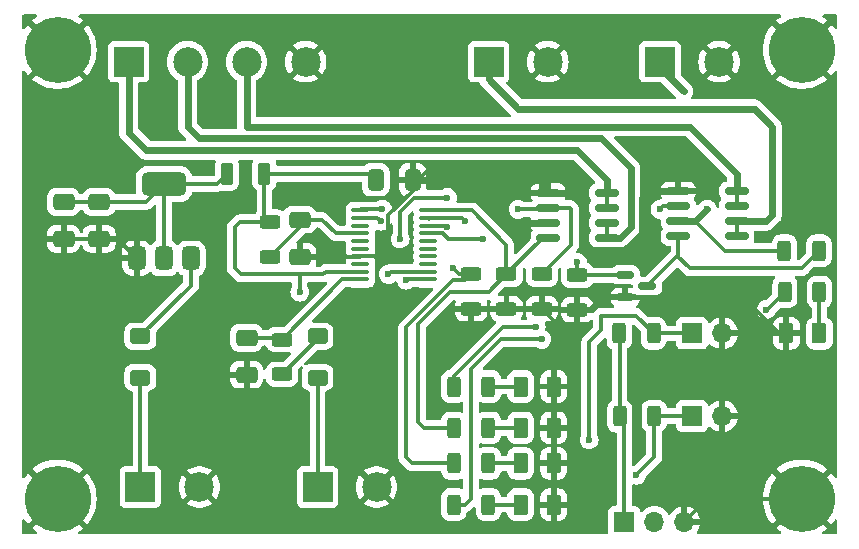
<source format=gbr>
%TF.GenerationSoftware,KiCad,Pcbnew,8.0.3*%
%TF.CreationDate,2024-07-12T15:18:38+08:00*%
%TF.ProjectId,seq_v003f4,7365715f-7630-4303-9366-342e6b696361,rev?*%
%TF.SameCoordinates,Original*%
%TF.FileFunction,Copper,L1,Top*%
%TF.FilePolarity,Positive*%
%FSLAX46Y46*%
G04 Gerber Fmt 4.6, Leading zero omitted, Abs format (unit mm)*
G04 Created by KiCad (PCBNEW 8.0.3) date 2024-07-12 15:18:38*
%MOMM*%
%LPD*%
G01*
G04 APERTURE LIST*
G04 Aperture macros list*
%AMRoundRect*
0 Rectangle with rounded corners*
0 $1 Rounding radius*
0 $2 $3 $4 $5 $6 $7 $8 $9 X,Y pos of 4 corners*
0 Add a 4 corners polygon primitive as box body*
4,1,4,$2,$3,$4,$5,$6,$7,$8,$9,$2,$3,0*
0 Add four circle primitives for the rounded corners*
1,1,$1+$1,$2,$3*
1,1,$1+$1,$4,$5*
1,1,$1+$1,$6,$7*
1,1,$1+$1,$8,$9*
0 Add four rect primitives between the rounded corners*
20,1,$1+$1,$2,$3,$4,$5,0*
20,1,$1+$1,$4,$5,$6,$7,0*
20,1,$1+$1,$6,$7,$8,$9,0*
20,1,$1+$1,$8,$9,$2,$3,0*%
G04 Aperture macros list end*
%TA.AperFunction,ComponentPad*%
%ADD10C,5.600000*%
%TD*%
%TA.AperFunction,ComponentPad*%
%ADD11R,1.700000X1.700000*%
%TD*%
%TA.AperFunction,ComponentPad*%
%ADD12O,1.700000X1.700000*%
%TD*%
%TA.AperFunction,SMDPad,CuDef*%
%ADD13RoundRect,0.250000X0.625000X-0.312500X0.625000X0.312500X-0.625000X0.312500X-0.625000X-0.312500X0*%
%TD*%
%TA.AperFunction,SMDPad,CuDef*%
%ADD14RoundRect,0.250000X0.600000X-0.400000X0.600000X0.400000X-0.600000X0.400000X-0.600000X-0.400000X0*%
%TD*%
%TA.AperFunction,SMDPad,CuDef*%
%ADD15RoundRect,0.375000X0.375000X-0.625000X0.375000X0.625000X-0.375000X0.625000X-0.375000X-0.625000X0*%
%TD*%
%TA.AperFunction,SMDPad,CuDef*%
%ADD16RoundRect,0.500000X1.400000X-0.500000X1.400000X0.500000X-1.400000X0.500000X-1.400000X-0.500000X0*%
%TD*%
%TA.AperFunction,SMDPad,CuDef*%
%ADD17RoundRect,0.150000X-0.825000X-0.150000X0.825000X-0.150000X0.825000X0.150000X-0.825000X0.150000X0*%
%TD*%
%TA.AperFunction,SMDPad,CuDef*%
%ADD18RoundRect,0.250000X-0.650000X0.412500X-0.650000X-0.412500X0.650000X-0.412500X0.650000X0.412500X0*%
%TD*%
%TA.AperFunction,SMDPad,CuDef*%
%ADD19RoundRect,0.250000X-0.412500X-0.650000X0.412500X-0.650000X0.412500X0.650000X-0.412500X0.650000X0*%
%TD*%
%TA.AperFunction,SMDPad,CuDef*%
%ADD20RoundRect,0.250000X0.375000X0.625000X-0.375000X0.625000X-0.375000X-0.625000X0.375000X-0.625000X0*%
%TD*%
%TA.AperFunction,SMDPad,CuDef*%
%ADD21RoundRect,0.250000X-0.600000X0.400000X-0.600000X-0.400000X0.600000X-0.400000X0.600000X0.400000X0*%
%TD*%
%TA.AperFunction,ComponentPad*%
%ADD22R,2.500000X2.500000*%
%TD*%
%TA.AperFunction,ComponentPad*%
%ADD23C,2.500000*%
%TD*%
%TA.AperFunction,SMDPad,CuDef*%
%ADD24RoundRect,0.250000X0.312500X0.625000X-0.312500X0.625000X-0.312500X-0.625000X0.312500X-0.625000X0*%
%TD*%
%TA.AperFunction,SMDPad,CuDef*%
%ADD25RoundRect,0.250000X-0.312500X-0.625000X0.312500X-0.625000X0.312500X0.625000X-0.312500X0.625000X0*%
%TD*%
%TA.AperFunction,SMDPad,CuDef*%
%ADD26RoundRect,0.250000X-0.375000X-0.625000X0.375000X-0.625000X0.375000X0.625000X-0.375000X0.625000X0*%
%TD*%
%TA.AperFunction,SMDPad,CuDef*%
%ADD27RoundRect,0.150000X-0.587500X-0.150000X0.587500X-0.150000X0.587500X0.150000X-0.587500X0.150000X0*%
%TD*%
%TA.AperFunction,SMDPad,CuDef*%
%ADD28RoundRect,0.100000X-0.637500X-0.100000X0.637500X-0.100000X0.637500X0.100000X-0.637500X0.100000X0*%
%TD*%
%TA.AperFunction,SMDPad,CuDef*%
%ADD29RoundRect,0.250000X-0.275000X-0.700000X0.275000X-0.700000X0.275000X0.700000X-0.275000X0.700000X0*%
%TD*%
%TA.AperFunction,ViaPad*%
%ADD30C,0.600000*%
%TD*%
%TA.AperFunction,Conductor*%
%ADD31C,0.300000*%
%TD*%
%TA.AperFunction,Conductor*%
%ADD32C,0.600000*%
%TD*%
G04 APERTURE END LIST*
D10*
%TO.P,REF\u002A\u002A,1*%
%TO.N,GND*%
X166000000Y-121500000D03*
%TD*%
%TO.P,REF\u002A\u002A,1*%
%TO.N,GND*%
X166000000Y-83500000D03*
%TD*%
%TO.P,REF\u002A\u002A,1*%
%TO.N,GND*%
X229000000Y-83500000D03*
%TD*%
%TO.P,REF\u002A\u002A,1*%
%TO.N,GND*%
X229000000Y-121500000D03*
%TD*%
D11*
%TO.P,J5,1,Pin_1*%
%TO.N,DELAY*%
X219725000Y-114500000D03*
D12*
%TO.P,J5,2,Pin_2*%
%TO.N,GND*%
X222265000Y-114500000D03*
%TD*%
D13*
%TO.P,R12,2*%
%TO.N,OUT3*%
X201000000Y-102500000D03*
%TO.P,R12,1*%
%TO.N,GND*%
X201000000Y-105425000D03*
%TD*%
D14*
%TO.P,D1,1,K*%
%TO.N,Net-(D1-K)*%
X188000000Y-111250000D03*
%TO.P,D1,2,A*%
%TO.N,Net-(D1-A)*%
X188000000Y-107750000D03*
%TD*%
D15*
%TO.P,U1,1,GND*%
%TO.N,GND*%
X172700000Y-101150000D03*
%TO.P,U1,2,VO*%
%TO.N,Net-(U1-VO)*%
X175000000Y-101150000D03*
D16*
X175000000Y-94850000D03*
D15*
%TO.P,U1,3,VI*%
%TO.N,Net-(D2-K)*%
X177300000Y-101150000D03*
%TD*%
D17*
%TO.P,Q2,8,D*%
%TO.N,Net-(J6-Pin_3)*%
X223500000Y-95460000D03*
%TO.P,Q2,7,D*%
X223500000Y-96730000D03*
%TO.P,Q2,6,D*%
%TO.N,Net-(J7-Pin_1)*%
X223500000Y-98000000D03*
%TO.P,Q2,5,D*%
X223500000Y-99270000D03*
%TO.P,Q2,4,G*%
%TO.N,Net-(Q2B-G)*%
X218550000Y-99270000D03*
%TO.P,Q2,3,1*%
%TO.N,Net-(J8-Pin_1)*%
X218550000Y-98000000D03*
%TO.P,Q2,2,G*%
%TO.N,OUT3*%
X218550000Y-96730000D03*
%TO.P,Q2,1,S*%
%TO.N,GND*%
X218550000Y-95460000D03*
%TD*%
D18*
%TO.P,C3,1*%
%TO.N,Net-(U1-VO)*%
X169500000Y-96375000D03*
%TO.P,C3,2*%
%TO.N,GND*%
X169500000Y-99500000D03*
%TD*%
D19*
%TO.P,C4,1*%
%TO.N,+5V*%
X192937500Y-94500000D03*
%TO.P,C4,2*%
%TO.N,GND*%
X196062500Y-94500000D03*
%TD*%
D20*
%TO.P,D6,1,K*%
%TO.N,GND*%
X208000000Y-118500000D03*
%TO.P,D6,2,A*%
%TO.N,Net-(D6-A)*%
X205200000Y-118500000D03*
%TD*%
D21*
%TO.P,D2,1,K*%
%TO.N,Net-(D2-K)*%
X173000000Y-107750000D03*
%TO.P,D2,2,A*%
%TO.N,Net-(D2-A)*%
X173000000Y-111250000D03*
%TD*%
D22*
%TO.P,J2,1,Pin_1*%
%TO.N,Net-(D1-K)*%
X188000000Y-120500000D03*
D23*
%TO.P,J2,2,Pin_2*%
%TO.N,GND*%
X193000000Y-120500000D03*
%TD*%
D11*
%TO.P,J4,1,Pin_1*%
%TO.N,MODE*%
X219725000Y-107500000D03*
D12*
%TO.P,J4,2,Pin_2*%
%TO.N,GND*%
X222265000Y-107500000D03*
%TD*%
D20*
%TO.P,D5,1,K*%
%TO.N,GND*%
X208000000Y-115500000D03*
%TO.P,D5,2,A*%
%TO.N,Net-(D5-A)*%
X205200000Y-115500000D03*
%TD*%
D24*
%TO.P,R4,1*%
%TO.N,Net-(D3-A)*%
X230500000Y-104000000D03*
%TO.P,R4,2*%
%TO.N,Net-(U2-PC7)*%
X227575000Y-104000000D03*
%TD*%
D25*
%TO.P,R5,1*%
%TO.N,OUT1*%
X199537500Y-112000000D03*
%TO.P,R5,2*%
%TO.N,Net-(D4-A)*%
X202462500Y-112000000D03*
%TD*%
D20*
%TO.P,D4,1,K*%
%TO.N,GND*%
X208000000Y-112000000D03*
%TO.P,D4,2,A*%
%TO.N,Net-(D4-A)*%
X205200000Y-112000000D03*
%TD*%
D13*
%TO.P,R9,1*%
%TO.N,Net-(U2-PD7)*%
X184000000Y-101000000D03*
%TO.P,R9,2*%
%TO.N,+5V*%
X184000000Y-98075000D03*
%TD*%
D26*
%TO.P,D3,1,K*%
%TO.N,GND*%
X227700000Y-107500000D03*
%TO.P,D3,2,A*%
%TO.N,Net-(D3-A)*%
X230500000Y-107500000D03*
%TD*%
D11*
%TO.P,J3,1,Pin_1*%
%TO.N,+5V*%
X213975000Y-123475000D03*
D12*
%TO.P,J3,2,Pin_2*%
%TO.N,SWD*%
X216515000Y-123475000D03*
%TO.P,J3,3,Pin_3*%
%TO.N,GND*%
X219055000Y-123475000D03*
%TD*%
D23*
%TO.P,J1,2,Pin_2*%
%TO.N,GND*%
X178000000Y-120500000D03*
D22*
%TO.P,J1,1,Pin_1*%
%TO.N,Net-(D2-A)*%
X173000000Y-120500000D03*
%TD*%
D13*
%TO.P,R10,1*%
%TO.N,GND*%
X207000000Y-105425000D03*
%TO.P,R10,2*%
%TO.N,OUT1*%
X207000000Y-102500000D03*
%TD*%
D23*
%TO.P,J6,4,Pin_4*%
%TO.N,GND*%
X187000000Y-84500000D03*
%TO.P,J6,3,Pin_3*%
%TO.N,Net-(J6-Pin_3)*%
X182000000Y-84500000D03*
%TO.P,J6,2,Pin_2*%
%TO.N,Net-(J6-Pin_2)*%
X177000000Y-84500000D03*
D22*
%TO.P,J6,1,Pin_1*%
%TO.N,Net-(J6-Pin_1)*%
X172000000Y-84500000D03*
%TD*%
D18*
%TO.P,C1,1*%
%TO.N,PTT_IN*%
X182000000Y-107875000D03*
%TO.P,C1,2*%
%TO.N,GND*%
X182000000Y-111000000D03*
%TD*%
%TO.P,C5,1*%
%TO.N,Net-(U2-PD7)*%
X186500000Y-97875000D03*
%TO.P,C5,2*%
%TO.N,GND*%
X186500000Y-101000000D03*
%TD*%
D27*
%TO.P,Q3,3,D*%
%TO.N,Net-(Q2B-G)*%
X215937500Y-103500000D03*
%TO.P,Q3,2,S*%
%TO.N,GND*%
X214062500Y-104450000D03*
%TO.P,Q3,1,G*%
%TO.N,OUT+*%
X214062500Y-102550000D03*
%TD*%
D20*
%TO.P,D7,1,K*%
%TO.N,GND*%
X208000000Y-122000000D03*
%TO.P,D7,2,A*%
%TO.N,Net-(D7-A)*%
X205200000Y-122000000D03*
%TD*%
D25*
%TO.P,R7,1*%
%TO.N,OUT3*%
X199537500Y-118500000D03*
%TO.P,R7,2*%
%TO.N,Net-(D6-A)*%
X202462500Y-118500000D03*
%TD*%
D23*
%TO.P,J8,2,Pin_2*%
%TO.N,GND*%
X222000000Y-84500000D03*
D22*
%TO.P,J8,1,Pin_1*%
%TO.N,Net-(J8-Pin_1)*%
X217000000Y-84500000D03*
%TD*%
D24*
%TO.P,R2,1*%
%TO.N,DELAY*%
X216500000Y-114500000D03*
%TO.P,R2,2*%
%TO.N,+5V*%
X213575000Y-114500000D03*
%TD*%
D17*
%TO.P,Q1,1*%
%TO.N,GND*%
X207525000Y-95595000D03*
%TO.P,Q1,2*%
%TO.N,OUT1*%
X207525000Y-96865000D03*
%TO.P,Q1,3*%
%TO.N,GND*%
X207525000Y-98135000D03*
%TO.P,Q1,4*%
%TO.N,OUT2*%
X207525000Y-99405000D03*
%TO.P,Q1,5*%
%TO.N,Net-(J6-Pin_2)*%
X212475000Y-99405000D03*
%TO.P,Q1,6*%
X212475000Y-98135000D03*
%TO.P,Q1,7*%
%TO.N,Net-(J6-Pin_1)*%
X212475000Y-96865000D03*
%TO.P,Q1,8*%
X212475000Y-95595000D03*
%TD*%
D13*
%TO.P,R3,1*%
%TO.N,Net-(D1-A)*%
X185000000Y-110962500D03*
%TO.P,R3,2*%
%TO.N,PTT_IN*%
X185000000Y-108037500D03*
%TD*%
D24*
%TO.P,R1,1*%
%TO.N,MODE*%
X216462500Y-107500000D03*
%TO.P,R1,2*%
%TO.N,+5V*%
X213537500Y-107500000D03*
%TD*%
D28*
%TO.P,U2,20,PD3*%
%TO.N,OUT2*%
X197362500Y-97075000D03*
%TO.P,U2,19,PD2*%
%TO.N,OUT1*%
X197362500Y-97725000D03*
%TO.P,U2,18,PD1*%
%TO.N,SWD*%
X197362500Y-98375000D03*
%TO.P,U2,17,PC7*%
%TO.N,Net-(U2-PC7)*%
X197362500Y-99025000D03*
%TO.P,U2,16,PC6*%
%TO.N,unconnected-(U2-PC6-Pad16)*%
X197362500Y-99675000D03*
%TO.P,U2,15,PC5*%
%TO.N,unconnected-(U2-PC5-Pad15)*%
X197362500Y-100325000D03*
%TO.P,U2,14,PC4*%
%TO.N,unconnected-(U2-PC4-Pad14)*%
X197362500Y-100975000D03*
%TO.P,U2,13,PC3*%
%TO.N,unconnected-(U2-PC3-Pad13)*%
X197362500Y-101625000D03*
%TO.P,U2,12,PC2*%
%TO.N,DELAY*%
X197362500Y-102275000D03*
%TO.P,U2,11,PC1*%
%TO.N,MODE*%
X197362500Y-102925000D03*
%TO.P,U2,10,PC0*%
%TO.N,PTT_IN*%
X191637500Y-102925000D03*
%TO.P,U2,9,VDD*%
%TO.N,+5V*%
X191637500Y-102275000D03*
%TO.P,U2,8,PD0*%
%TO.N,unconnected-(U2-PD0-Pad8)*%
X191637500Y-101625000D03*
%TO.P,U2,7,VSS*%
%TO.N,GND*%
X191637500Y-100975000D03*
%TO.P,U2,6,PA2*%
%TO.N,unconnected-(U2-PA2-Pad6)*%
X191637500Y-100325000D03*
%TO.P,U2,5,PA1*%
%TO.N,unconnected-(U2-PA1-Pad5)*%
X191637500Y-99675000D03*
%TO.P,U2,4,PD7*%
%TO.N,Net-(U2-PD7)*%
X191637500Y-99025000D03*
%TO.P,U2,3,PD6*%
%TO.N,unconnected-(U2-PD6-Pad3)*%
X191637500Y-98375000D03*
%TO.P,U2,2,PD5*%
%TO.N,OUT+*%
X191637500Y-97725000D03*
%TO.P,U2,1,PD4*%
%TO.N,OUT3*%
X191637500Y-97075000D03*
%TD*%
D25*
%TO.P,R14,1*%
%TO.N,Net-(J8-Pin_1)*%
X227537500Y-100500000D03*
%TO.P,R14,2*%
%TO.N,Net-(Q2B-G)*%
X230462500Y-100500000D03*
%TD*%
D13*
%TO.P,R11,1*%
%TO.N,GND*%
X204000000Y-105425000D03*
%TO.P,R11,2*%
%TO.N,OUT2*%
X204000000Y-102500000D03*
%TD*%
D29*
%TO.P,L1,1,1*%
%TO.N,Net-(U1-VO)*%
X180350000Y-94000000D03*
%TO.P,L1,2,2*%
%TO.N,+5V*%
X183500000Y-94000000D03*
%TD*%
D25*
%TO.P,R8,1*%
%TO.N,OUT+*%
X199537500Y-122000000D03*
%TO.P,R8,2*%
%TO.N,Net-(D7-A)*%
X202462500Y-122000000D03*
%TD*%
%TO.P,R6,1*%
%TO.N,OUT2*%
X199537500Y-115500000D03*
%TO.P,R6,2*%
%TO.N,Net-(D5-A)*%
X202462500Y-115500000D03*
%TD*%
D23*
%TO.P,J7,2,Pin_2*%
%TO.N,GND*%
X207500000Y-84500000D03*
D22*
%TO.P,J7,1,Pin_1*%
%TO.N,Net-(J7-Pin_1)*%
X202500000Y-84500000D03*
%TD*%
D18*
%TO.P,C2,1*%
%TO.N,Net-(U1-VO)*%
X166500000Y-96375000D03*
%TO.P,C2,2*%
%TO.N,GND*%
X166500000Y-99500000D03*
%TD*%
D13*
%TO.P,R13,1*%
%TO.N,GND*%
X210000000Y-105500000D03*
%TO.P,R13,2*%
%TO.N,OUT+*%
X210000000Y-102575000D03*
%TD*%
D30*
%TO.N,GND*%
X197500000Y-93500000D03*
%TO.N,DELAY*%
X215000000Y-119500000D03*
X194000000Y-102500000D03*
%TO.N,MODE*%
X195500000Y-103000000D03*
X211000000Y-116500000D03*
%TO.N,Net-(U2-PC7)*%
X226000000Y-105500000D03*
X202000000Y-99500000D03*
%TO.N,OUT1*%
X206500000Y-107000000D03*
%TO.N,OUT+*%
X207000000Y-108000000D03*
X193350000Y-98000000D03*
X195000000Y-99500000D03*
X199000000Y-96000000D03*
X210000000Y-101500000D03*
%TO.N,OUT1*%
X205000000Y-97000000D03*
X200500000Y-98000000D03*
%TO.N,OUT3*%
X199500000Y-102000000D03*
X193500000Y-97000000D03*
X217000000Y-97000000D03*
%TO.N,Net-(J8-Pin_1)*%
X219000000Y-87000000D03*
X221000000Y-97000000D03*
%TO.N,+5V*%
X186500000Y-104000000D03*
%TO.N,SWD*%
X199000000Y-98500000D03*
%TD*%
D31*
%TO.N,GND*%
X196500000Y-94500000D02*
X197500000Y-93500000D01*
X196062500Y-94500000D02*
X196500000Y-94500000D01*
%TO.N,Net-(Q2B-G)*%
X215937500Y-103500000D02*
X218468750Y-100968750D01*
X218468750Y-100968750D02*
X218550000Y-100887500D01*
X229000000Y-102000000D02*
X219500000Y-102000000D01*
X219500000Y-102000000D02*
X218468750Y-100968750D01*
X229000000Y-101962500D02*
X229000000Y-102000000D01*
X230462500Y-100500000D02*
X229000000Y-101962500D01*
%TO.N,Net-(J8-Pin_1)*%
X222500000Y-100500000D02*
X220000000Y-98000000D01*
X227537500Y-100500000D02*
X222500000Y-100500000D01*
%TO.N,GND*%
X227075000Y-107500000D02*
X227700000Y-107500000D01*
X224025000Y-104450000D02*
X227075000Y-107500000D01*
X214062500Y-104450000D02*
X224025000Y-104450000D01*
%TO.N,DELAY*%
X216500000Y-118000000D02*
X216500000Y-114500000D01*
X215000000Y-119500000D02*
X216500000Y-118000000D01*
X194225000Y-102275000D02*
X194000000Y-102500000D01*
X197362500Y-102275000D02*
X194225000Y-102275000D01*
%TO.N,MODE*%
X212000000Y-107244544D02*
X212000000Y-106000000D01*
X214962500Y-106000000D02*
X216462500Y-107500000D01*
X211000000Y-108244544D02*
X212000000Y-107244544D01*
X211000000Y-116500000D02*
X211000000Y-108244544D01*
X195575000Y-102925000D02*
X195500000Y-103000000D01*
X212000000Y-106000000D02*
X214962500Y-106000000D01*
X197362500Y-102925000D02*
X195575000Y-102925000D01*
%TO.N,Net-(U2-PC7)*%
X226000000Y-105500000D02*
X226075000Y-105500000D01*
X226075000Y-105500000D02*
X227575000Y-104000000D01*
X199080761Y-99500000D02*
X202000000Y-99500000D01*
X198605761Y-99025000D02*
X199080761Y-99500000D01*
X197362500Y-99025000D02*
X198605761Y-99025000D01*
%TO.N,OUT1*%
X203662500Y-107000000D02*
X206500000Y-107000000D01*
X199537500Y-111125000D02*
X203662500Y-107000000D01*
X199537500Y-112000000D02*
X199537500Y-111125000D01*
%TO.N,OUT+*%
X203500000Y-108000000D02*
X207000000Y-108000000D01*
X201000000Y-110500000D02*
X203500000Y-108000000D01*
X201000000Y-121500000D02*
X201000000Y-110500000D01*
X200500000Y-122000000D02*
X201000000Y-121500000D01*
X199537500Y-122000000D02*
X200500000Y-122000000D01*
X193075000Y-97725000D02*
X191637500Y-97725000D01*
X195000000Y-97207106D02*
X195000000Y-99500000D01*
X195603553Y-96603553D02*
X195000000Y-97207106D01*
X196207106Y-96000000D02*
X195603553Y-96603553D01*
X193350000Y-98000000D02*
X193075000Y-97725000D01*
X199000000Y-96000000D02*
X196207106Y-96000000D01*
X210000000Y-102575000D02*
X210000000Y-101500000D01*
%TO.N,OUT1*%
X207390000Y-97000000D02*
X207525000Y-96865000D01*
X205000000Y-97000000D02*
X207390000Y-97000000D01*
X200225000Y-97725000D02*
X200500000Y-98000000D01*
X197362500Y-97725000D02*
X200225000Y-97725000D01*
D32*
%TO.N,GND*%
X202500000Y-96770000D02*
X202500000Y-94500000D01*
X203865000Y-98135000D02*
X202500000Y-96770000D01*
X207525000Y-98135000D02*
X203865000Y-98135000D01*
D31*
%TO.N,OUT2*%
X204000000Y-100000000D02*
X201075000Y-97075000D01*
X204000000Y-102500000D02*
X204000000Y-100000000D01*
X201075000Y-97075000D02*
X197362500Y-97075000D01*
%TO.N,OUT1*%
X197362500Y-97725000D02*
X197462500Y-97825000D01*
%TO.N,GND*%
X208000000Y-106425000D02*
X207000000Y-105425000D01*
X208000000Y-112000000D02*
X208000000Y-106425000D01*
%TO.N,OUT2*%
X199207106Y-104000000D02*
X202500000Y-104000000D01*
X196500000Y-106707106D02*
X199207106Y-104000000D01*
X202500000Y-104000000D02*
X204000000Y-102500000D01*
X196500000Y-115000000D02*
X196500000Y-106707106D01*
X197000000Y-115500000D02*
X196500000Y-115000000D01*
X199537500Y-115500000D02*
X197000000Y-115500000D01*
%TO.N,OUT3*%
X195500000Y-107000000D02*
X195500000Y-118000000D01*
X199500000Y-103000000D02*
X195500000Y-107000000D01*
X200500000Y-103000000D02*
X199500000Y-103000000D01*
X195500000Y-118000000D02*
X196000000Y-118500000D01*
X196000000Y-118500000D02*
X199537500Y-118500000D01*
X201000000Y-102500000D02*
X200500000Y-103000000D01*
X200000000Y-102500000D02*
X199500000Y-102000000D01*
X201000000Y-102500000D02*
X200000000Y-102500000D01*
X191712500Y-97000000D02*
X191637500Y-97075000D01*
X193500000Y-97000000D02*
X191712500Y-97000000D01*
X217270000Y-96730000D02*
X217000000Y-97000000D01*
X218550000Y-96730000D02*
X217270000Y-96730000D01*
D32*
%TO.N,GND*%
X208905000Y-95595000D02*
X207525000Y-95595000D01*
X209000000Y-95500000D02*
X208905000Y-95595000D01*
X211000000Y-101000000D02*
X210500000Y-100500000D01*
X215500000Y-101000000D02*
X211000000Y-101000000D01*
X210000000Y-95500000D02*
X209000000Y-95500000D01*
X215500000Y-96000000D02*
X215500000Y-101000000D01*
X210500000Y-100500000D02*
X210500000Y-96000000D01*
X216040000Y-95460000D02*
X215500000Y-96000000D01*
X210500000Y-96000000D02*
X210000000Y-95500000D01*
X218550000Y-95460000D02*
X216040000Y-95460000D01*
X205000000Y-94500000D02*
X196062500Y-94500000D01*
X207000000Y-94500000D02*
X205000000Y-94500000D01*
X207000000Y-95070000D02*
X207000000Y-94500000D01*
X207525000Y-95595000D02*
X207000000Y-95070000D01*
%TO.N,Net-(J8-Pin_1)*%
X220000000Y-98000000D02*
X218550000Y-98000000D01*
X221000000Y-97000000D02*
X220000000Y-98000000D01*
X217000000Y-85000000D02*
X219000000Y-87000000D01*
X217000000Y-84500000D02*
X217000000Y-85000000D01*
%TO.N,Net-(J7-Pin_1)*%
X226000000Y-98000000D02*
X223500000Y-98000000D01*
X226500000Y-97500000D02*
X226000000Y-98000000D01*
X226500000Y-90000000D02*
X226500000Y-97500000D01*
X225000000Y-88500000D02*
X226500000Y-90000000D01*
X205000000Y-88500000D02*
X225000000Y-88500000D01*
X202500000Y-86000000D02*
X205000000Y-88500000D01*
X202500000Y-84500000D02*
X202500000Y-86000000D01*
%TO.N,Net-(J6-Pin_3)*%
X223500000Y-94000000D02*
X223500000Y-95460000D01*
X219500000Y-90000000D02*
X223500000Y-94000000D01*
X182000000Y-90000000D02*
X219500000Y-90000000D01*
X182000000Y-84500000D02*
X182000000Y-90000000D01*
%TO.N,Net-(J6-Pin_2)*%
X213595000Y-99405000D02*
X212475000Y-99405000D01*
X214500000Y-98500000D02*
X213595000Y-99405000D01*
X214500000Y-93500000D02*
X214500000Y-98500000D01*
X212000000Y-91000000D02*
X214500000Y-93500000D01*
X178000000Y-91000000D02*
X212000000Y-91000000D01*
X177000000Y-90000000D02*
X178000000Y-91000000D01*
X177000000Y-84500000D02*
X177000000Y-90000000D01*
%TO.N,Net-(J6-Pin_1)*%
X212475000Y-94525000D02*
X212475000Y-95595000D01*
X212500000Y-94500000D02*
X212475000Y-94525000D01*
X173500000Y-92000000D02*
X210000000Y-92000000D01*
X210000000Y-92000000D02*
X212500000Y-94500000D01*
X172000000Y-90500000D02*
X173500000Y-92000000D01*
X172000000Y-84500000D02*
X172000000Y-90500000D01*
D31*
%TO.N,Net-(J7-Pin_1)*%
X223500000Y-98000000D02*
X223500000Y-99270000D01*
%TO.N,Net-(J6-Pin_3)*%
X223500000Y-95460000D02*
X223500000Y-96730000D01*
%TO.N,Net-(J6-Pin_2)*%
X212475000Y-98135000D02*
X212475000Y-99405000D01*
%TO.N,Net-(J6-Pin_1)*%
X212475000Y-95595000D02*
X212475000Y-96865000D01*
%TO.N,OUT1*%
X209365000Y-96865000D02*
X207525000Y-96865000D01*
X209500000Y-97000000D02*
X209365000Y-96865000D01*
X209500000Y-100000000D02*
X209500000Y-97000000D01*
X207000000Y-102500000D02*
X209500000Y-100000000D01*
%TO.N,OUT2*%
X207095000Y-99405000D02*
X207525000Y-99405000D01*
X204000000Y-102500000D02*
X207095000Y-99405000D01*
%TO.N,+5V*%
X186500000Y-102500000D02*
X181500000Y-102500000D01*
X186500000Y-104000000D02*
X186500000Y-102500000D01*
X188500000Y-102500000D02*
X186500000Y-102500000D01*
X181425000Y-98075000D02*
X184000000Y-98075000D01*
X181000000Y-98500000D02*
X181425000Y-98075000D01*
X181000000Y-102000000D02*
X181000000Y-98500000D01*
X181500000Y-102500000D02*
X181000000Y-102000000D01*
X188725000Y-102275000D02*
X188500000Y-102500000D01*
X191637500Y-102275000D02*
X188725000Y-102275000D01*
%TO.N,GND*%
X163500000Y-86000000D02*
X166000000Y-83500000D01*
X164500000Y-99500000D02*
X163500000Y-98500000D01*
X166500000Y-99500000D02*
X164500000Y-99500000D01*
X163500000Y-98500000D02*
X163500000Y-86000000D01*
X182000000Y-111000000D02*
X182000000Y-116500000D01*
X182000000Y-116500000D02*
X178000000Y-120500000D01*
%TO.N,Net-(D1-A)*%
X188000000Y-107962500D02*
X185000000Y-110962500D01*
X188000000Y-107750000D02*
X188000000Y-107962500D01*
%TO.N,MODE*%
X219725000Y-107500000D02*
X216462500Y-107500000D01*
%TO.N,DELAY*%
X219725000Y-114500000D02*
X216500000Y-114500000D01*
%TO.N,GND*%
X227700000Y-107500000D02*
X222265000Y-107500000D01*
%TO.N,Net-(D3-A)*%
X230500000Y-104000000D02*
X230500000Y-107500000D01*
%TO.N,Net-(Q2B-G)*%
X218550000Y-100887500D02*
X218550000Y-99270000D01*
%TO.N,GND*%
X212050000Y-104450000D02*
X214062500Y-104450000D01*
X211000000Y-105500000D02*
X212050000Y-104450000D01*
X210000000Y-105500000D02*
X211000000Y-105500000D01*
X204000000Y-105425000D02*
X201000000Y-105425000D01*
X207000000Y-105425000D02*
X204000000Y-105425000D01*
X207075000Y-105500000D02*
X207000000Y-105425000D01*
X210000000Y-105500000D02*
X207075000Y-105500000D01*
%TO.N,OUT+*%
X214037500Y-102575000D02*
X214062500Y-102550000D01*
X210000000Y-102575000D02*
X214037500Y-102575000D01*
%TO.N,GND*%
X207500000Y-124000000D02*
X189000000Y-124000000D01*
X208000000Y-122000000D02*
X208000000Y-123500000D01*
X208000000Y-123500000D02*
X207500000Y-124000000D01*
X189000000Y-124000000D02*
X174000000Y-124000000D01*
X189500000Y-124000000D02*
X189000000Y-124000000D01*
X208000000Y-118500000D02*
X208000000Y-122000000D01*
X208000000Y-115500000D02*
X208000000Y-118500000D01*
X208000000Y-112000000D02*
X208000000Y-115500000D01*
%TO.N,Net-(D4-A)*%
X202462500Y-112000000D02*
X205200000Y-112000000D01*
%TO.N,Net-(D5-A)*%
X202462500Y-115500000D02*
X205200000Y-115500000D01*
%TO.N,Net-(D6-A)*%
X202462500Y-118500000D02*
X205200000Y-118500000D01*
%TO.N,Net-(D7-A)*%
X202462500Y-122000000D02*
X205200000Y-122000000D01*
%TO.N,GND*%
X223500000Y-121500000D02*
X222265000Y-120265000D01*
X229000000Y-121500000D02*
X223500000Y-121500000D01*
X219055000Y-123475000D02*
X222265000Y-120265000D01*
X193000000Y-120500000D02*
X189500000Y-124000000D01*
X174000000Y-124000000D02*
X174500000Y-124000000D01*
X168500000Y-124000000D02*
X174000000Y-124000000D01*
X174500000Y-124000000D02*
X178000000Y-120500000D01*
X166000000Y-121500000D02*
X168500000Y-124000000D01*
%TO.N,SWD*%
X198875000Y-98375000D02*
X199000000Y-98500000D01*
X197362500Y-98375000D02*
X198875000Y-98375000D01*
%TO.N,GND*%
X222265000Y-114500000D02*
X222265000Y-107500000D01*
X222265000Y-120265000D02*
X222265000Y-114500000D01*
%TO.N,SWD*%
X216515000Y-123485000D02*
X216500000Y-123500000D01*
%TO.N,+5V*%
X213575000Y-114500000D02*
X213575000Y-107537500D01*
X213575000Y-107537500D02*
X213537500Y-107500000D01*
X213975000Y-123475000D02*
X213975000Y-114900000D01*
X213975000Y-114900000D02*
X213575000Y-114500000D01*
%TO.N,GND*%
X166500000Y-99500000D02*
X169500000Y-99500000D01*
%TO.N,Net-(U1-VO)*%
X166500000Y-96375000D02*
X169500000Y-96375000D01*
%TO.N,GND*%
X193525000Y-100975000D02*
X191637500Y-100975000D01*
X194000000Y-100500000D02*
X193525000Y-100975000D01*
X194000000Y-97500000D02*
X194000000Y-100500000D01*
X196062500Y-95437500D02*
X194000000Y-97500000D01*
X196062500Y-94500000D02*
X196062500Y-95437500D01*
X186500000Y-101000000D02*
X191612500Y-101000000D01*
X191612500Y-101000000D02*
X191637500Y-100975000D01*
%TO.N,Net-(U2-PD7)*%
X189525000Y-99025000D02*
X191637500Y-99025000D01*
X188375000Y-97875000D02*
X189525000Y-99025000D01*
X186500000Y-97875000D02*
X188375000Y-97875000D01*
X186500000Y-98500000D02*
X184000000Y-101000000D01*
X186500000Y-97875000D02*
X186500000Y-98500000D01*
%TO.N,PTT_IN*%
X190112500Y-102925000D02*
X191637500Y-102925000D01*
X185000000Y-108037500D02*
X190112500Y-102925000D01*
X184837500Y-107875000D02*
X185000000Y-108037500D01*
X182000000Y-107875000D02*
X184837500Y-107875000D01*
%TO.N,Net-(D2-K)*%
X177300000Y-103450000D02*
X173000000Y-107750000D01*
X177300000Y-101150000D02*
X177300000Y-103450000D01*
%TO.N,Net-(U1-VO)*%
X175000000Y-101150000D02*
X175000000Y-94850000D01*
%TO.N,GND*%
X171050000Y-99500000D02*
X172700000Y-101150000D01*
X169500000Y-99500000D02*
X171050000Y-99500000D01*
%TO.N,+5V*%
X192437500Y-94000000D02*
X192937500Y-94500000D01*
X183500000Y-94000000D02*
X192437500Y-94000000D01*
X183500000Y-94000000D02*
X183500000Y-97575000D01*
X183500000Y-97575000D02*
X184000000Y-98075000D01*
%TO.N,Net-(U1-VO)*%
X179500000Y-94850000D02*
X180350000Y-94000000D01*
X175000000Y-94850000D02*
X179500000Y-94850000D01*
X173475000Y-96375000D02*
X175000000Y-94850000D01*
X169500000Y-96375000D02*
X173475000Y-96375000D01*
%TO.N,Net-(D1-K)*%
X188000000Y-120500000D02*
X188000000Y-111250000D01*
%TO.N,Net-(D2-A)*%
X173000000Y-120500000D02*
X173000000Y-111250000D01*
%TD*%
%TA.AperFunction,Conductor*%
%TO.N,GND*%
G36*
X164779588Y-122542330D02*
G01*
X164957670Y-122720412D01*
X165059300Y-122794251D01*
X163847257Y-124006294D01*
X163860495Y-124018836D01*
X164145367Y-124235388D01*
X164145370Y-124235390D01*
X164201644Y-124269249D01*
X164248939Y-124320678D01*
X164260922Y-124389513D01*
X164233787Y-124453899D01*
X164176151Y-124493393D01*
X164137716Y-124499500D01*
X163124500Y-124499500D01*
X163057461Y-124479815D01*
X163011706Y-124427011D01*
X163000500Y-124375500D01*
X163000500Y-123360307D01*
X163020185Y-123293268D01*
X163072989Y-123247513D01*
X163142147Y-123237569D01*
X163205703Y-123266594D01*
X163227134Y-123290720D01*
X163369033Y-123500006D01*
X163369035Y-123500008D01*
X163496441Y-123650002D01*
X163496442Y-123650002D01*
X164705747Y-122440697D01*
X164779588Y-122542330D01*
G37*
%TD.AperFunction*%
%TA.AperFunction,Conductor*%
G36*
X219184099Y-90820185D02*
G01*
X219204741Y-90836819D01*
X222663181Y-94295259D01*
X222696666Y-94356582D01*
X222699500Y-94382940D01*
X222699500Y-94537776D01*
X222679815Y-94604815D01*
X222627011Y-94650570D01*
X222585233Y-94661393D01*
X222572441Y-94662400D01*
X222572426Y-94662402D01*
X222414606Y-94708254D01*
X222414603Y-94708255D01*
X222273137Y-94791917D01*
X222273129Y-94791923D01*
X222156923Y-94908129D01*
X222156917Y-94908137D01*
X222073255Y-95049603D01*
X222073254Y-95049606D01*
X222027402Y-95207426D01*
X222027401Y-95207432D01*
X222024500Y-95244298D01*
X222024500Y-95675701D01*
X222027401Y-95712567D01*
X222027402Y-95712573D01*
X222073254Y-95870393D01*
X222073255Y-95870396D01*
X222156917Y-96011862D01*
X222161702Y-96018031D01*
X222159256Y-96019927D01*
X222185857Y-96068642D01*
X222180873Y-96138334D01*
X222160069Y-96170703D01*
X222161702Y-96171969D01*
X222156917Y-96178137D01*
X222073255Y-96319603D01*
X222073254Y-96319606D01*
X222027402Y-96477426D01*
X222027401Y-96477432D01*
X222024500Y-96514298D01*
X222024500Y-96774332D01*
X222004815Y-96841371D01*
X221952011Y-96887126D01*
X221882853Y-96897070D01*
X221819297Y-96868045D01*
X221783460Y-96815290D01*
X221777030Y-96796916D01*
X221772453Y-96780150D01*
X221769739Y-96766508D01*
X221769738Y-96766502D01*
X221749479Y-96717593D01*
X221747015Y-96711140D01*
X221725789Y-96650478D01*
X221725787Y-96650475D01*
X221725787Y-96650474D01*
X221722659Y-96645497D01*
X221719293Y-96640140D01*
X221709721Y-96621610D01*
X221709394Y-96620821D01*
X221672776Y-96566019D01*
X221670890Y-96563108D01*
X221629816Y-96497738D01*
X221626129Y-96494051D01*
X221626109Y-96494029D01*
X221507194Y-96375114D01*
X221507163Y-96375085D01*
X221502262Y-96370184D01*
X221436874Y-96329098D01*
X221433955Y-96327206D01*
X221379184Y-96290609D01*
X221379181Y-96290607D01*
X221379179Y-96290606D01*
X221379176Y-96290604D01*
X221379169Y-96290601D01*
X221378381Y-96290275D01*
X221359862Y-96280708D01*
X221349523Y-96274211D01*
X221288876Y-96252989D01*
X221282382Y-96250510D01*
X221255798Y-96239499D01*
X221233498Y-96230262D01*
X221233496Y-96230261D01*
X221233493Y-96230260D01*
X221219841Y-96227544D01*
X221203093Y-96222972D01*
X221179258Y-96214632D01*
X221179248Y-96214630D01*
X221128315Y-96208892D01*
X221118009Y-96207290D01*
X221078843Y-96199500D01*
X221051915Y-96199500D01*
X221038031Y-96198720D01*
X221000002Y-96194435D01*
X220999998Y-96194435D01*
X220961969Y-96198720D01*
X220948085Y-96199500D01*
X220921158Y-96199500D01*
X220881991Y-96207290D01*
X220871685Y-96208892D01*
X220820751Y-96214630D01*
X220820741Y-96214632D01*
X220796904Y-96222973D01*
X220780150Y-96227547D01*
X220766503Y-96230261D01*
X220717619Y-96250509D01*
X220711126Y-96252988D01*
X220650481Y-96274209D01*
X220650469Y-96274215D01*
X220640127Y-96280713D01*
X220621639Y-96290266D01*
X220620832Y-96290600D01*
X220620824Y-96290604D01*
X220566047Y-96327204D01*
X220563132Y-96329092D01*
X220497742Y-96370180D01*
X220497735Y-96370186D01*
X220237181Y-96630741D01*
X220175858Y-96664226D01*
X220106166Y-96659242D01*
X220050233Y-96617370D01*
X220025816Y-96551906D01*
X220025500Y-96543060D01*
X220025500Y-96514313D01*
X220025499Y-96514298D01*
X220023564Y-96489713D01*
X220022598Y-96477431D01*
X220021746Y-96474499D01*
X219978953Y-96327206D01*
X219976744Y-96319602D01*
X219893081Y-96178135D01*
X219893078Y-96178132D01*
X219888298Y-96171969D01*
X219890635Y-96170155D01*
X219863798Y-96121050D01*
X219868756Y-96051356D01*
X219889554Y-96018998D01*
X219887903Y-96017717D01*
X219892686Y-96011550D01*
X219976281Y-95870198D01*
X220022100Y-95712486D01*
X220022295Y-95710001D01*
X220022295Y-95710000D01*
X217077705Y-95710000D01*
X217077704Y-95710001D01*
X217077899Y-95712486D01*
X217123718Y-95870198D01*
X217154202Y-95921743D01*
X217171385Y-95989467D01*
X217149225Y-96055729D01*
X217094759Y-96099493D01*
X217083478Y-96103521D01*
X217080256Y-96104498D01*
X217059114Y-96113256D01*
X216961876Y-96153532D01*
X216961871Y-96153535D01*
X216905566Y-96191155D01*
X216850568Y-96211271D01*
X216829730Y-96213619D01*
X216820745Y-96214632D01*
X216820744Y-96214632D01*
X216650478Y-96274210D01*
X216497737Y-96370184D01*
X216370184Y-96497737D01*
X216274211Y-96650476D01*
X216214631Y-96820745D01*
X216214630Y-96820750D01*
X216194435Y-96999996D01*
X216194435Y-97000003D01*
X216214630Y-97179249D01*
X216214631Y-97179254D01*
X216274211Y-97349523D01*
X216337031Y-97449499D01*
X216370184Y-97502262D01*
X216497738Y-97629816D01*
X216549910Y-97662598D01*
X216646021Y-97722989D01*
X216650478Y-97725789D01*
X216817687Y-97784298D01*
X216820745Y-97785368D01*
X216820750Y-97785369D01*
X216964383Y-97801552D01*
X217028797Y-97828618D01*
X217068352Y-97886213D01*
X217074500Y-97924772D01*
X217074500Y-98215701D01*
X217077401Y-98252567D01*
X217077402Y-98252573D01*
X217123254Y-98410393D01*
X217123255Y-98410396D01*
X217123256Y-98410398D01*
X217138354Y-98435928D01*
X217206917Y-98551862D01*
X217211702Y-98558031D01*
X217209256Y-98559927D01*
X217235857Y-98608642D01*
X217230873Y-98678334D01*
X217210069Y-98710703D01*
X217211702Y-98711969D01*
X217206917Y-98718137D01*
X217123255Y-98859603D01*
X217123254Y-98859606D01*
X217077402Y-99017426D01*
X217077401Y-99017432D01*
X217074500Y-99054298D01*
X217074500Y-99485701D01*
X217077401Y-99522567D01*
X217077402Y-99522573D01*
X217123254Y-99680393D01*
X217123255Y-99680396D01*
X217123256Y-99680398D01*
X217149929Y-99725499D01*
X217206917Y-99821862D01*
X217206923Y-99821870D01*
X217323129Y-99938076D01*
X217323133Y-99938079D01*
X217323135Y-99938081D01*
X217464602Y-100021744D01*
X217465549Y-100022019D01*
X217622426Y-100067597D01*
X217622429Y-100067597D01*
X217622431Y-100067598D01*
X217659306Y-100070500D01*
X217775500Y-100070500D01*
X217842539Y-100090185D01*
X217888294Y-100142989D01*
X217899500Y-100194500D01*
X217899500Y-100566692D01*
X217879815Y-100633731D01*
X217863181Y-100654373D01*
X215854373Y-102663181D01*
X215793050Y-102696666D01*
X215766692Y-102699500D01*
X215424500Y-102699500D01*
X215357461Y-102679815D01*
X215311706Y-102627011D01*
X215300500Y-102575500D01*
X215300500Y-102334313D01*
X215300499Y-102334298D01*
X215300012Y-102328115D01*
X215297598Y-102297431D01*
X215294281Y-102286015D01*
X215251745Y-102139606D01*
X215251744Y-102139603D01*
X215251744Y-102139602D01*
X215168081Y-101998135D01*
X215168079Y-101998133D01*
X215168076Y-101998129D01*
X215051870Y-101881923D01*
X215051862Y-101881917D01*
X214935633Y-101813180D01*
X214910398Y-101798256D01*
X214910397Y-101798255D01*
X214910396Y-101798255D01*
X214910393Y-101798254D01*
X214752573Y-101752402D01*
X214752567Y-101752401D01*
X214715701Y-101749500D01*
X214715694Y-101749500D01*
X213409306Y-101749500D01*
X213409298Y-101749500D01*
X213372432Y-101752401D01*
X213372426Y-101752402D01*
X213214606Y-101798254D01*
X213214603Y-101798255D01*
X213073137Y-101881917D01*
X213073129Y-101881923D01*
X213066872Y-101888181D01*
X213005549Y-101921666D01*
X212979191Y-101924500D01*
X211367508Y-101924500D01*
X211300469Y-101904815D01*
X211261969Y-101865597D01*
X211217712Y-101793844D01*
X211093656Y-101669788D01*
X210970226Y-101593656D01*
X210944336Y-101577687D01*
X210944335Y-101577686D01*
X210944334Y-101577686D01*
X210884604Y-101557893D01*
X210827161Y-101518121D01*
X210800390Y-101454071D01*
X210785369Y-101320750D01*
X210785368Y-101320745D01*
X210778109Y-101300000D01*
X210725789Y-101150478D01*
X210710714Y-101126487D01*
X210679284Y-101076466D01*
X210629816Y-100997738D01*
X210502262Y-100870184D01*
X210475363Y-100853282D01*
X210349523Y-100774211D01*
X210179254Y-100714631D01*
X210179250Y-100714630D01*
X210009176Y-100695468D01*
X209944762Y-100668401D01*
X209905207Y-100610807D01*
X209903070Y-100540970D01*
X209935377Y-100484567D01*
X210005277Y-100414669D01*
X210076465Y-100308127D01*
X210125501Y-100189744D01*
X210133307Y-100150500D01*
X210148034Y-100076465D01*
X210150500Y-100064070D01*
X210150500Y-96935928D01*
X210125502Y-96810261D01*
X210125501Y-96810260D01*
X210125501Y-96810256D01*
X210076465Y-96691873D01*
X210059131Y-96665931D01*
X210005277Y-96585331D01*
X210005275Y-96585329D01*
X210005273Y-96585326D01*
X209779673Y-96359726D01*
X209765864Y-96350499D01*
X209673127Y-96288535D01*
X209661961Y-96283910D01*
X209554744Y-96239499D01*
X209554738Y-96239497D01*
X209429071Y-96214500D01*
X209429069Y-96214500D01*
X209044896Y-96214500D01*
X208977857Y-96194815D01*
X208932102Y-96142011D01*
X208922158Y-96072853D01*
X208938164Y-96027379D01*
X208951281Y-96005198D01*
X208997100Y-95847486D01*
X208997295Y-95845001D01*
X208997295Y-95845000D01*
X206052705Y-95845000D01*
X206052704Y-95845001D01*
X206052899Y-95847486D01*
X206098718Y-96005198D01*
X206182315Y-96146554D01*
X206184600Y-96149499D01*
X206185672Y-96152229D01*
X206186288Y-96153271D01*
X206186120Y-96153370D01*
X206210135Y-96214535D01*
X206196456Y-96283052D01*
X206147905Y-96333297D01*
X206086621Y-96349500D01*
X205505068Y-96349500D01*
X205439096Y-96330494D01*
X205349522Y-96274210D01*
X205349518Y-96274209D01*
X205179262Y-96214633D01*
X205179249Y-96214630D01*
X205000004Y-96194435D01*
X204999996Y-96194435D01*
X204820750Y-96214630D01*
X204820745Y-96214631D01*
X204650476Y-96274211D01*
X204497737Y-96370184D01*
X204370184Y-96497737D01*
X204274211Y-96650476D01*
X204214631Y-96820745D01*
X204214630Y-96820750D01*
X204194435Y-96999996D01*
X204194435Y-97000003D01*
X204214630Y-97179249D01*
X204214631Y-97179254D01*
X204274211Y-97349523D01*
X204337031Y-97449499D01*
X204370184Y-97502262D01*
X204497738Y-97629816D01*
X204549910Y-97662598D01*
X204646021Y-97722989D01*
X204650478Y-97725789D01*
X204817687Y-97784298D01*
X204820745Y-97785368D01*
X204820750Y-97785369D01*
X204999996Y-97805565D01*
X205000000Y-97805565D01*
X205000004Y-97805565D01*
X205179249Y-97785369D01*
X205179251Y-97785368D01*
X205179255Y-97785368D01*
X205179258Y-97785366D01*
X205179262Y-97785366D01*
X205287670Y-97747432D01*
X205349522Y-97725789D01*
X205439096Y-97669505D01*
X205505068Y-97650500D01*
X205955152Y-97650500D01*
X206022191Y-97670185D01*
X206067946Y-97722989D01*
X206077890Y-97792147D01*
X206074229Y-97809094D01*
X206052899Y-97882511D01*
X206052704Y-97884998D01*
X206052705Y-97885000D01*
X207651000Y-97885000D01*
X207718039Y-97904685D01*
X207763794Y-97957489D01*
X207775000Y-98009000D01*
X207775000Y-98261000D01*
X207755315Y-98328039D01*
X207702511Y-98373794D01*
X207651000Y-98385000D01*
X206052705Y-98385000D01*
X206052704Y-98385001D01*
X206052899Y-98387486D01*
X206098718Y-98545198D01*
X206182314Y-98686552D01*
X206187100Y-98692722D01*
X206184640Y-98694629D01*
X206211210Y-98743288D01*
X206206226Y-98812980D01*
X206185162Y-98845781D01*
X206186699Y-98846974D01*
X206181915Y-98853140D01*
X206098255Y-98994603D01*
X206098254Y-98994606D01*
X206052402Y-99152426D01*
X206052401Y-99152432D01*
X206049500Y-99189298D01*
X206049500Y-99479192D01*
X206029815Y-99546231D01*
X206013181Y-99566873D01*
X204862181Y-100717873D01*
X204800858Y-100751358D01*
X204731166Y-100746374D01*
X204675233Y-100704502D01*
X204650816Y-100639038D01*
X204650500Y-100630192D01*
X204650500Y-99935928D01*
X204625502Y-99810261D01*
X204625501Y-99810260D01*
X204625501Y-99810256D01*
X204625499Y-99810251D01*
X204590394Y-99725499D01*
X204576469Y-99691881D01*
X204576468Y-99691880D01*
X204576466Y-99691874D01*
X204568034Y-99679255D01*
X204505278Y-99585332D01*
X204505272Y-99585325D01*
X201489673Y-96569726D01*
X201489669Y-96569723D01*
X201383127Y-96498535D01*
X201381200Y-96497737D01*
X201264744Y-96449499D01*
X201264738Y-96449497D01*
X201139071Y-96424500D01*
X201139069Y-96424500D01*
X199874315Y-96424500D01*
X199807276Y-96404815D01*
X199761521Y-96352011D01*
X199751577Y-96282853D01*
X199757274Y-96259545D01*
X199785366Y-96179262D01*
X199785369Y-96179249D01*
X199805565Y-96000003D01*
X199805565Y-95999996D01*
X199785369Y-95820750D01*
X199785368Y-95820745D01*
X199747517Y-95712573D01*
X199725789Y-95650478D01*
X199724689Y-95648728D01*
X199648465Y-95527418D01*
X199629816Y-95497738D01*
X199502262Y-95370184D01*
X199462179Y-95344998D01*
X206052704Y-95344998D01*
X206052705Y-95345000D01*
X207275000Y-95345000D01*
X207775000Y-95345000D01*
X208997295Y-95345000D01*
X208997295Y-95344998D01*
X208997100Y-95342513D01*
X208951281Y-95184801D01*
X208867685Y-95043447D01*
X208867678Y-95043438D01*
X208751561Y-94927321D01*
X208751552Y-94927314D01*
X208610196Y-94843717D01*
X208610193Y-94843716D01*
X208452495Y-94797900D01*
X208452489Y-94797899D01*
X208415649Y-94795000D01*
X207775000Y-94795000D01*
X207775000Y-95345000D01*
X207275000Y-95345000D01*
X207275000Y-94795000D01*
X206634350Y-94795000D01*
X206597510Y-94797899D01*
X206597504Y-94797900D01*
X206439806Y-94843716D01*
X206439803Y-94843717D01*
X206298447Y-94927314D01*
X206298438Y-94927321D01*
X206182321Y-95043438D01*
X206182314Y-95043447D01*
X206098718Y-95184801D01*
X206052899Y-95342513D01*
X206052704Y-95344998D01*
X199462179Y-95344998D01*
X199458095Y-95342432D01*
X199349523Y-95274211D01*
X199179254Y-95214631D01*
X199179249Y-95214630D01*
X199000004Y-95194435D01*
X198999996Y-95194435D01*
X198820750Y-95214630D01*
X198820737Y-95214633D01*
X198650481Y-95274209D01*
X198650477Y-95274210D01*
X198560904Y-95330494D01*
X198494932Y-95349500D01*
X197347038Y-95349500D01*
X197279999Y-95329815D01*
X197234244Y-95277011D01*
X197223680Y-95212895D01*
X197224999Y-95199980D01*
X197225000Y-95199973D01*
X197225000Y-94750000D01*
X194900001Y-94750000D01*
X194900001Y-95199986D01*
X194910494Y-95302697D01*
X194965641Y-95469119D01*
X194965643Y-95469124D01*
X195057684Y-95618345D01*
X195181654Y-95742315D01*
X195272812Y-95798542D01*
X195319536Y-95850490D01*
X195330759Y-95919453D01*
X195302915Y-95983535D01*
X195295397Y-95991761D01*
X195188885Y-96098275D01*
X195188884Y-96098276D01*
X194494727Y-96792431D01*
X194494722Y-96792437D01*
X194488883Y-96801176D01*
X194435268Y-96845978D01*
X194365943Y-96854681D01*
X194302917Y-96824523D01*
X194268743Y-96773233D01*
X194225789Y-96650478D01*
X194172725Y-96566028D01*
X194129816Y-96497738D01*
X194002262Y-96370184D01*
X193985618Y-96359726D01*
X193849523Y-96274211D01*
X193679254Y-96214631D01*
X193679249Y-96214630D01*
X193500004Y-96194435D01*
X193499996Y-96194435D01*
X193320750Y-96214630D01*
X193320737Y-96214633D01*
X193150481Y-96274209D01*
X193150477Y-96274210D01*
X193060904Y-96330494D01*
X192994932Y-96349500D01*
X191648429Y-96349500D01*
X191534730Y-96372117D01*
X191510538Y-96374500D01*
X190960636Y-96374500D01*
X190843246Y-96389953D01*
X190843237Y-96389956D01*
X190697160Y-96450463D01*
X190571718Y-96546718D01*
X190475463Y-96672160D01*
X190414956Y-96818237D01*
X190414955Y-96818239D01*
X190399500Y-96935638D01*
X190399500Y-97214363D01*
X190414953Y-97331753D01*
X190414957Y-97331765D01*
X190423566Y-97352550D01*
X190431033Y-97422019D01*
X190423566Y-97447450D01*
X190414957Y-97468234D01*
X190414955Y-97468239D01*
X190399500Y-97585638D01*
X190399500Y-97864363D01*
X190414953Y-97981753D01*
X190414957Y-97981765D01*
X190423566Y-98002550D01*
X190431033Y-98072019D01*
X190423566Y-98097450D01*
X190414957Y-98118234D01*
X190414955Y-98118239D01*
X190399501Y-98235629D01*
X190399500Y-98235645D01*
X190399500Y-98250500D01*
X190379815Y-98317539D01*
X190327011Y-98363294D01*
X190275500Y-98374500D01*
X189845808Y-98374500D01*
X189778769Y-98354815D01*
X189758127Y-98338181D01*
X188789674Y-97369727D01*
X188789673Y-97369726D01*
X188788166Y-97368719D01*
X188683127Y-97298535D01*
X188671797Y-97293842D01*
X188564744Y-97249499D01*
X188564739Y-97249497D01*
X188558500Y-97248257D01*
X188558495Y-97248254D01*
X188558495Y-97248256D01*
X188439071Y-97224500D01*
X188439069Y-97224500D01*
X187951307Y-97224500D01*
X187884268Y-97204815D01*
X187838513Y-97152011D01*
X187836238Y-97146218D01*
X187834817Y-97143171D01*
X187825648Y-97128305D01*
X187742712Y-96993844D01*
X187618656Y-96869788D01*
X187500511Y-96796916D01*
X187469336Y-96777687D01*
X187469331Y-96777685D01*
X187435574Y-96766499D01*
X187302797Y-96722501D01*
X187302795Y-96722500D01*
X187200010Y-96712000D01*
X185799998Y-96712000D01*
X185799981Y-96712001D01*
X185697203Y-96722500D01*
X185697200Y-96722501D01*
X185530668Y-96777685D01*
X185530663Y-96777687D01*
X185381342Y-96869789D01*
X185257289Y-96993842D01*
X185198674Y-97088873D01*
X185146726Y-97135597D01*
X185077763Y-97146820D01*
X185028039Y-97129315D01*
X184944340Y-97077689D01*
X184944335Y-97077687D01*
X184944334Y-97077686D01*
X184777797Y-97022501D01*
X184777795Y-97022500D01*
X184675016Y-97012000D01*
X184675009Y-97012000D01*
X184274500Y-97012000D01*
X184207461Y-96992315D01*
X184161706Y-96939511D01*
X184150500Y-96888000D01*
X184150500Y-95419377D01*
X184170185Y-95352338D01*
X184209406Y-95313837D01*
X184227307Y-95302796D01*
X184243656Y-95292712D01*
X184367712Y-95168656D01*
X184459814Y-95019334D01*
X184514999Y-94852797D01*
X184519417Y-94809548D01*
X184524286Y-94761897D01*
X184550683Y-94697205D01*
X184607864Y-94657054D01*
X184647644Y-94650500D01*
X191650501Y-94650500D01*
X191717540Y-94670185D01*
X191763295Y-94722989D01*
X191774501Y-94774500D01*
X191774501Y-95200018D01*
X191785000Y-95302796D01*
X191785001Y-95302799D01*
X191840185Y-95469331D01*
X191840187Y-95469336D01*
X191855304Y-95493844D01*
X191932288Y-95618656D01*
X192056344Y-95742712D01*
X192205666Y-95834814D01*
X192372203Y-95889999D01*
X192474991Y-95900500D01*
X193400008Y-95900499D01*
X193400016Y-95900498D01*
X193400019Y-95900498D01*
X193456302Y-95894748D01*
X193502797Y-95889999D01*
X193669334Y-95834814D01*
X193818656Y-95742712D01*
X193942712Y-95618656D01*
X194034814Y-95469334D01*
X194089999Y-95302797D01*
X194100500Y-95200009D01*
X194100499Y-93800013D01*
X194900000Y-93800013D01*
X194900000Y-94250000D01*
X195812500Y-94250000D01*
X196312500Y-94250000D01*
X197224999Y-94250000D01*
X197224999Y-93800028D01*
X197224998Y-93800013D01*
X197214505Y-93697302D01*
X197159358Y-93530880D01*
X197159356Y-93530875D01*
X197067315Y-93381654D01*
X196943345Y-93257684D01*
X196794124Y-93165643D01*
X196794119Y-93165641D01*
X196627697Y-93110494D01*
X196627690Y-93110493D01*
X196524986Y-93100000D01*
X196312500Y-93100000D01*
X196312500Y-94250000D01*
X195812500Y-94250000D01*
X195812500Y-93100000D01*
X195600029Y-93100000D01*
X195600012Y-93100001D01*
X195497302Y-93110494D01*
X195330880Y-93165641D01*
X195330875Y-93165643D01*
X195181654Y-93257684D01*
X195057684Y-93381654D01*
X194965643Y-93530875D01*
X194965641Y-93530880D01*
X194910494Y-93697302D01*
X194910493Y-93697309D01*
X194900000Y-93800013D01*
X194100499Y-93800013D01*
X194100499Y-93799992D01*
X194100151Y-93796590D01*
X194089999Y-93697203D01*
X194089998Y-93697200D01*
X194064687Y-93620817D01*
X194034814Y-93530666D01*
X193942712Y-93381344D01*
X193818656Y-93257288D01*
X193669334Y-93165186D01*
X193502797Y-93110001D01*
X193502795Y-93110000D01*
X193400010Y-93099500D01*
X192474998Y-93099500D01*
X192474980Y-93099501D01*
X192372203Y-93110000D01*
X192372200Y-93110001D01*
X192205668Y-93165185D01*
X192205663Y-93165187D01*
X192056342Y-93257289D01*
X192000451Y-93313181D01*
X191939128Y-93346666D01*
X191912770Y-93349500D01*
X184647643Y-93349500D01*
X184580604Y-93329815D01*
X184534849Y-93277011D01*
X184524285Y-93238102D01*
X184520657Y-93202596D01*
X184514999Y-93147203D01*
X184459814Y-92980666D01*
X184459811Y-92980662D01*
X184458059Y-92976903D01*
X184457629Y-92974075D01*
X184457542Y-92973811D01*
X184457587Y-92973796D01*
X184447568Y-92907825D01*
X184476089Y-92844042D01*
X184534567Y-92805803D01*
X184570442Y-92800500D01*
X209617060Y-92800500D01*
X209684099Y-92820185D01*
X209704741Y-92836819D01*
X211490522Y-94622600D01*
X211524007Y-94683923D01*
X211519023Y-94753615D01*
X211477151Y-94809548D01*
X211437438Y-94829357D01*
X211389603Y-94843255D01*
X211248137Y-94926917D01*
X211248129Y-94926923D01*
X211131923Y-95043129D01*
X211131917Y-95043137D01*
X211048255Y-95184603D01*
X211048254Y-95184606D01*
X211002402Y-95342426D01*
X211002401Y-95342432D01*
X210999500Y-95379298D01*
X210999500Y-95810701D01*
X211002401Y-95847567D01*
X211002402Y-95847573D01*
X211048252Y-96005388D01*
X211048255Y-96005396D01*
X211048256Y-96005398D01*
X211075435Y-96051356D01*
X211131917Y-96146862D01*
X211136702Y-96153031D01*
X211134256Y-96154927D01*
X211160857Y-96203642D01*
X211155873Y-96273334D01*
X211135069Y-96305703D01*
X211136702Y-96306969D01*
X211131917Y-96313137D01*
X211048255Y-96454603D01*
X211048254Y-96454606D01*
X211002402Y-96612426D01*
X211002401Y-96612432D01*
X210999500Y-96649298D01*
X210999500Y-97080701D01*
X211002401Y-97117567D01*
X211002402Y-97117573D01*
X211048254Y-97275393D01*
X211048255Y-97275396D01*
X211048256Y-97275398D01*
X211059164Y-97293842D01*
X211131917Y-97416862D01*
X211136702Y-97423031D01*
X211134256Y-97424927D01*
X211160857Y-97473642D01*
X211155873Y-97543334D01*
X211135069Y-97575703D01*
X211136702Y-97576969D01*
X211131917Y-97583137D01*
X211048255Y-97724603D01*
X211048254Y-97724606D01*
X211002402Y-97882426D01*
X211002401Y-97882432D01*
X210999500Y-97919298D01*
X210999500Y-98350701D01*
X211002401Y-98387567D01*
X211002402Y-98387573D01*
X211048254Y-98545393D01*
X211048255Y-98545396D01*
X211048256Y-98545398D01*
X211080715Y-98600284D01*
X211131917Y-98686862D01*
X211136702Y-98693031D01*
X211134256Y-98694927D01*
X211160857Y-98743642D01*
X211155873Y-98813334D01*
X211135069Y-98845703D01*
X211136702Y-98846969D01*
X211131917Y-98853137D01*
X211048255Y-98994603D01*
X211048254Y-98994606D01*
X211002402Y-99152426D01*
X211002401Y-99152432D01*
X210999500Y-99189298D01*
X210999500Y-99620701D01*
X211002401Y-99657567D01*
X211002402Y-99657573D01*
X211048254Y-99815393D01*
X211048255Y-99815396D01*
X211048256Y-99815398D01*
X211061327Y-99837500D01*
X211131917Y-99956862D01*
X211131923Y-99956870D01*
X211248129Y-100073076D01*
X211248133Y-100073079D01*
X211248135Y-100073081D01*
X211389602Y-100156744D01*
X211431224Y-100168836D01*
X211547426Y-100202597D01*
X211547429Y-100202597D01*
X211547431Y-100202598D01*
X211584306Y-100205500D01*
X211584314Y-100205500D01*
X213673844Y-100205500D01*
X213673845Y-100205499D01*
X213828497Y-100174737D01*
X213974179Y-100114394D01*
X214105289Y-100026789D01*
X215010286Y-99121790D01*
X215010289Y-99121789D01*
X215121789Y-99010289D01*
X215209394Y-98879179D01*
X215269737Y-98733497D01*
X215279756Y-98683127D01*
X215289060Y-98636353D01*
X215300500Y-98578845D01*
X215300500Y-95209998D01*
X217077704Y-95209998D01*
X217077705Y-95210000D01*
X218300000Y-95210000D01*
X218800000Y-95210000D01*
X220022295Y-95210000D01*
X220022295Y-95209998D01*
X220022100Y-95207513D01*
X219976281Y-95049801D01*
X219892685Y-94908447D01*
X219892678Y-94908438D01*
X219776561Y-94792321D01*
X219776552Y-94792314D01*
X219635196Y-94708717D01*
X219635193Y-94708716D01*
X219477495Y-94662900D01*
X219477489Y-94662899D01*
X219440649Y-94660000D01*
X218800000Y-94660000D01*
X218800000Y-95210000D01*
X218300000Y-95210000D01*
X218300000Y-94660000D01*
X217659350Y-94660000D01*
X217622510Y-94662899D01*
X217622504Y-94662900D01*
X217464806Y-94708716D01*
X217464803Y-94708717D01*
X217323447Y-94792314D01*
X217323438Y-94792321D01*
X217207321Y-94908438D01*
X217207314Y-94908447D01*
X217123718Y-95049801D01*
X217077899Y-95207513D01*
X217077704Y-95209998D01*
X215300500Y-95209998D01*
X215300500Y-93421155D01*
X215300499Y-93421153D01*
X215291957Y-93378211D01*
X215269737Y-93266503D01*
X215266084Y-93257684D01*
X215209397Y-93120827D01*
X215209390Y-93120814D01*
X215121790Y-92989712D01*
X215074225Y-92942147D01*
X215010289Y-92878211D01*
X213144259Y-91012181D01*
X213110774Y-90950858D01*
X213115758Y-90881166D01*
X213157630Y-90825233D01*
X213223094Y-90800816D01*
X213231940Y-90800500D01*
X219117060Y-90800500D01*
X219184099Y-90820185D01*
G37*
%TD.AperFunction*%
%TA.AperFunction,Conductor*%
G36*
X188121231Y-98545185D02*
G01*
X188141873Y-98561819D01*
X189110325Y-99530272D01*
X189110332Y-99530278D01*
X189216868Y-99601462D01*
X189216874Y-99601466D01*
X189286221Y-99630189D01*
X189335256Y-99650501D01*
X189335259Y-99650501D01*
X189335260Y-99650502D01*
X189460928Y-99675500D01*
X189460931Y-99675500D01*
X189589069Y-99675500D01*
X190275501Y-99675500D01*
X190342540Y-99695185D01*
X190388295Y-99747989D01*
X190399501Y-99799500D01*
X190399501Y-99814363D01*
X190414953Y-99931753D01*
X190414957Y-99931765D01*
X190423566Y-99952550D01*
X190431033Y-100022019D01*
X190423566Y-100047450D01*
X190414957Y-100068234D01*
X190414955Y-100068239D01*
X190399500Y-100185638D01*
X190399500Y-100464363D01*
X190414953Y-100581753D01*
X190414956Y-100581762D01*
X190423837Y-100603203D01*
X190431304Y-100672673D01*
X190423838Y-100698103D01*
X190415443Y-100718370D01*
X190407987Y-100775000D01*
X190450500Y-100775000D01*
X190517539Y-100794685D01*
X190548875Y-100823513D01*
X190558179Y-100835638D01*
X190571718Y-100853282D01*
X190602140Y-100876625D01*
X190643341Y-100933052D01*
X190647496Y-101002798D01*
X190613283Y-101063719D01*
X190602146Y-101073369D01*
X190571718Y-101096718D01*
X190571717Y-101096719D01*
X190571716Y-101096720D01*
X190548875Y-101126487D01*
X190492447Y-101167690D01*
X190450500Y-101175000D01*
X190407990Y-101175000D01*
X190407988Y-101175001D01*
X190415441Y-101231622D01*
X190415445Y-101231634D01*
X190423837Y-101251895D01*
X190431304Y-101321364D01*
X190423838Y-101346794D01*
X190414956Y-101368238D01*
X190414955Y-101368239D01*
X190399501Y-101485629D01*
X190399501Y-101485636D01*
X190399500Y-101485645D01*
X190399500Y-101500500D01*
X190379815Y-101567539D01*
X190327011Y-101613294D01*
X190275500Y-101624500D01*
X188660929Y-101624500D01*
X188535261Y-101649497D01*
X188535255Y-101649499D01*
X188416874Y-101698534D01*
X188310326Y-101769726D01*
X188310326Y-101769727D01*
X188266874Y-101813180D01*
X188205551Y-101846666D01*
X188179192Y-101849500D01*
X187967017Y-101849500D01*
X187899978Y-101829815D01*
X187854223Y-101777011D01*
X187844279Y-101707853D01*
X187849311Y-101686496D01*
X187889505Y-101565197D01*
X187889506Y-101565190D01*
X187899999Y-101462486D01*
X187900000Y-101462473D01*
X187900000Y-101250000D01*
X186374000Y-101250000D01*
X186306961Y-101230315D01*
X186261206Y-101177511D01*
X186250000Y-101126000D01*
X186250000Y-100750000D01*
X186750000Y-100750000D01*
X187899999Y-100750000D01*
X187899999Y-100537528D01*
X187899998Y-100537513D01*
X187889505Y-100434802D01*
X187834358Y-100268380D01*
X187834356Y-100268375D01*
X187742315Y-100119154D01*
X187618345Y-99995184D01*
X187469124Y-99903143D01*
X187469119Y-99903141D01*
X187302697Y-99847994D01*
X187302690Y-99847993D01*
X187199986Y-99837500D01*
X186750000Y-99837500D01*
X186750000Y-100750000D01*
X186250000Y-100750000D01*
X186250000Y-99834255D01*
X186220418Y-99780080D01*
X186225402Y-99710388D01*
X186253901Y-99666043D01*
X186845627Y-99074318D01*
X186906950Y-99040833D01*
X186933308Y-99037999D01*
X187200002Y-99037999D01*
X187200008Y-99037999D01*
X187302797Y-99027499D01*
X187469334Y-98972314D01*
X187618656Y-98880212D01*
X187742712Y-98756156D01*
X187834814Y-98606834D01*
X187834814Y-98606831D01*
X187834817Y-98606828D01*
X187837869Y-98600284D01*
X187839987Y-98601271D01*
X187873372Y-98553052D01*
X187937887Y-98526228D01*
X187951307Y-98525500D01*
X188054192Y-98525500D01*
X188121231Y-98545185D01*
G37*
%TD.AperFunction*%
%TA.AperFunction,Conductor*%
G36*
X227204755Y-80520185D02*
G01*
X227250510Y-80572989D01*
X227260454Y-80642147D01*
X227231429Y-80705703D01*
X227201644Y-80730751D01*
X227145370Y-80764609D01*
X227145367Y-80764611D01*
X226860486Y-80981170D01*
X226860485Y-80981171D01*
X226847257Y-80993702D01*
X226847256Y-80993703D01*
X228059301Y-82205748D01*
X227957670Y-82279588D01*
X227779588Y-82457670D01*
X227705748Y-82559301D01*
X226496442Y-81349995D01*
X226496441Y-81349996D01*
X226369033Y-81499992D01*
X226168218Y-81796172D01*
X226000606Y-82112322D01*
X226000597Y-82112340D01*
X225868149Y-82444760D01*
X225868147Y-82444767D01*
X225772421Y-82789542D01*
X225772415Y-82789568D01*
X225714527Y-83142668D01*
X225714526Y-83142685D01*
X225695153Y-83499997D01*
X225695153Y-83500002D01*
X225714526Y-83857314D01*
X225714527Y-83857331D01*
X225772415Y-84210431D01*
X225772421Y-84210457D01*
X225868147Y-84555232D01*
X225868149Y-84555239D01*
X226000597Y-84887659D01*
X226000606Y-84887677D01*
X226168218Y-85203827D01*
X226369024Y-85499994D01*
X226369035Y-85500008D01*
X226496441Y-85650002D01*
X226496442Y-85650002D01*
X227705747Y-84440697D01*
X227779588Y-84542330D01*
X227957670Y-84720412D01*
X228059300Y-84794251D01*
X226847257Y-86006294D01*
X226860495Y-86018836D01*
X227145367Y-86235388D01*
X227145370Y-86235390D01*
X227451990Y-86419876D01*
X227776739Y-86570122D01*
X227776744Y-86570123D01*
X228115855Y-86684383D01*
X228465339Y-86761311D01*
X228821075Y-86799999D01*
X228821085Y-86800000D01*
X229178915Y-86800000D01*
X229178924Y-86799999D01*
X229534660Y-86761311D01*
X229884144Y-86684383D01*
X230223255Y-86570123D01*
X230223260Y-86570122D01*
X230548009Y-86419876D01*
X230854629Y-86235390D01*
X230854632Y-86235388D01*
X231139509Y-86018831D01*
X231152742Y-86006295D01*
X231152742Y-86006294D01*
X229940699Y-84794251D01*
X230042330Y-84720412D01*
X230220412Y-84542330D01*
X230294251Y-84440698D01*
X231503556Y-85650002D01*
X231630969Y-85500002D01*
X231772866Y-85290720D01*
X231826781Y-85246279D01*
X231896163Y-85238041D01*
X231958985Y-85268621D01*
X231995301Y-85328312D01*
X231999500Y-85360307D01*
X231999500Y-119639692D01*
X231979815Y-119706731D01*
X231927011Y-119752486D01*
X231857853Y-119762430D01*
X231794297Y-119733405D01*
X231772867Y-119709279D01*
X231630975Y-119500005D01*
X231630964Y-119499991D01*
X231503556Y-119349996D01*
X230294251Y-120559301D01*
X230220412Y-120457670D01*
X230042330Y-120279588D01*
X229940698Y-120205748D01*
X231152742Y-118993704D01*
X231139504Y-118981163D01*
X230854632Y-118764611D01*
X230854629Y-118764609D01*
X230548009Y-118580123D01*
X230223260Y-118429877D01*
X230223255Y-118429876D01*
X229884144Y-118315616D01*
X229534660Y-118238688D01*
X229178924Y-118200000D01*
X228821075Y-118200000D01*
X228465339Y-118238688D01*
X228115855Y-118315616D01*
X227776744Y-118429876D01*
X227776739Y-118429877D01*
X227451990Y-118580123D01*
X227145370Y-118764609D01*
X227145367Y-118764611D01*
X226860486Y-118981170D01*
X226860485Y-118981171D01*
X226847257Y-118993702D01*
X226847256Y-118993703D01*
X228059301Y-120205748D01*
X227957670Y-120279588D01*
X227779588Y-120457670D01*
X227705748Y-120559301D01*
X226496442Y-119349995D01*
X226496441Y-119349996D01*
X226369033Y-119499992D01*
X226168218Y-119796172D01*
X226000606Y-120112322D01*
X226000597Y-120112340D01*
X225868149Y-120444760D01*
X225868147Y-120444767D01*
X225772421Y-120789542D01*
X225772415Y-120789568D01*
X225714527Y-121142668D01*
X225714526Y-121142685D01*
X225695153Y-121499997D01*
X225695153Y-121500002D01*
X225714526Y-121857314D01*
X225714527Y-121857331D01*
X225772415Y-122210431D01*
X225772421Y-122210457D01*
X225868147Y-122555232D01*
X225868149Y-122555239D01*
X226000597Y-122887659D01*
X226000606Y-122887677D01*
X226168218Y-123203827D01*
X226369024Y-123499994D01*
X226369035Y-123500008D01*
X226496441Y-123650002D01*
X226496442Y-123650002D01*
X227705747Y-122440697D01*
X227779588Y-122542330D01*
X227957670Y-122720412D01*
X228059300Y-122794251D01*
X226847257Y-124006294D01*
X226860495Y-124018836D01*
X227145367Y-124235388D01*
X227145370Y-124235390D01*
X227201644Y-124269249D01*
X227248939Y-124320678D01*
X227260922Y-124389513D01*
X227233787Y-124453899D01*
X227176151Y-124493393D01*
X227137716Y-124499500D01*
X220223884Y-124499500D01*
X220156845Y-124479815D01*
X220111090Y-124427011D01*
X220101146Y-124357853D01*
X220122310Y-124304376D01*
X220228595Y-124152585D01*
X220228599Y-124152579D01*
X220328429Y-123938492D01*
X220328432Y-123938486D01*
X220385636Y-123725000D01*
X219488012Y-123725000D01*
X219520925Y-123667993D01*
X219555000Y-123540826D01*
X219555000Y-123409174D01*
X219520925Y-123282007D01*
X219488012Y-123225000D01*
X220385636Y-123225000D01*
X220385635Y-123224999D01*
X220328432Y-123011513D01*
X220328429Y-123011507D01*
X220228600Y-122797422D01*
X220228599Y-122797420D01*
X220093113Y-122603926D01*
X220093108Y-122603920D01*
X219926082Y-122436894D01*
X219732578Y-122301399D01*
X219518492Y-122201570D01*
X219518486Y-122201567D01*
X219305000Y-122144364D01*
X219305000Y-123041988D01*
X219247993Y-123009075D01*
X219120826Y-122975000D01*
X218989174Y-122975000D01*
X218862007Y-123009075D01*
X218805000Y-123041988D01*
X218805000Y-122144364D01*
X218804999Y-122144364D01*
X218591513Y-122201567D01*
X218591507Y-122201570D01*
X218377422Y-122301399D01*
X218377420Y-122301400D01*
X218183926Y-122436886D01*
X218183920Y-122436891D01*
X218016891Y-122603920D01*
X218016890Y-122603922D01*
X217886880Y-122789595D01*
X217832303Y-122833219D01*
X217762804Y-122840412D01*
X217700450Y-122808890D01*
X217683730Y-122789594D01*
X217553494Y-122603597D01*
X217386402Y-122436506D01*
X217386395Y-122436501D01*
X217192834Y-122300967D01*
X217192830Y-122300965D01*
X217192828Y-122300964D01*
X216978663Y-122201097D01*
X216978659Y-122201096D01*
X216978655Y-122201094D01*
X216750413Y-122139938D01*
X216750403Y-122139936D01*
X216515001Y-122119341D01*
X216514999Y-122119341D01*
X216279596Y-122139936D01*
X216279586Y-122139938D01*
X216051344Y-122201094D01*
X216051335Y-122201098D01*
X215837171Y-122300964D01*
X215837169Y-122300965D01*
X215643600Y-122436503D01*
X215521673Y-122558430D01*
X215460350Y-122591914D01*
X215390658Y-122586930D01*
X215334725Y-122545058D01*
X215317810Y-122514081D01*
X215268797Y-122382671D01*
X215268793Y-122382664D01*
X215182547Y-122267455D01*
X215182544Y-122267452D01*
X215067335Y-122181206D01*
X215067328Y-122181202D01*
X214932482Y-122130908D01*
X214932483Y-122130908D01*
X214872883Y-122124501D01*
X214872881Y-122124500D01*
X214872873Y-122124500D01*
X214872865Y-122124500D01*
X214749500Y-122124500D01*
X214682461Y-122104815D01*
X214636706Y-122052011D01*
X214625500Y-122000500D01*
X214625500Y-120391810D01*
X214645185Y-120324771D01*
X214697989Y-120279016D01*
X214767147Y-120269072D01*
X214790456Y-120274769D01*
X214820745Y-120285368D01*
X214820747Y-120285368D01*
X214820750Y-120285369D01*
X214999996Y-120305565D01*
X215000000Y-120305565D01*
X215000004Y-120305565D01*
X215179249Y-120285369D01*
X215179252Y-120285368D01*
X215179255Y-120285368D01*
X215349522Y-120225789D01*
X215502262Y-120129816D01*
X215629816Y-120002262D01*
X215725789Y-119849522D01*
X215785368Y-119679255D01*
X215786182Y-119672025D01*
X215813245Y-119607611D01*
X215821712Y-119598232D01*
X217005276Y-118414670D01*
X217076465Y-118308127D01*
X217125501Y-118189744D01*
X217150500Y-118064069D01*
X217150500Y-115867507D01*
X217170185Y-115800468D01*
X217209403Y-115761968D01*
X217281156Y-115717712D01*
X217405212Y-115593656D01*
X217497314Y-115444334D01*
X217552499Y-115277797D01*
X217554123Y-115261898D01*
X217580518Y-115197207D01*
X217637698Y-115157055D01*
X217677481Y-115150500D01*
X218250501Y-115150500D01*
X218317540Y-115170185D01*
X218363295Y-115222989D01*
X218374501Y-115274500D01*
X218374501Y-115397876D01*
X218380908Y-115457483D01*
X218431202Y-115592328D01*
X218431206Y-115592335D01*
X218517452Y-115707544D01*
X218517455Y-115707547D01*
X218632664Y-115793793D01*
X218632671Y-115793797D01*
X218767517Y-115844091D01*
X218767516Y-115844091D01*
X218774444Y-115844835D01*
X218827127Y-115850500D01*
X220622872Y-115850499D01*
X220682483Y-115844091D01*
X220817331Y-115793796D01*
X220932546Y-115707546D01*
X221018796Y-115592331D01*
X221068002Y-115460401D01*
X221109872Y-115404468D01*
X221175337Y-115380050D01*
X221243610Y-115394901D01*
X221271865Y-115416053D01*
X221393917Y-115538105D01*
X221587421Y-115673600D01*
X221801507Y-115773429D01*
X221801516Y-115773433D01*
X222015000Y-115830634D01*
X222015000Y-114933012D01*
X222072007Y-114965925D01*
X222199174Y-115000000D01*
X222330826Y-115000000D01*
X222457993Y-114965925D01*
X222515000Y-114933012D01*
X222515000Y-115830633D01*
X222728483Y-115773433D01*
X222728492Y-115773429D01*
X222942578Y-115673600D01*
X223136082Y-115538105D01*
X223303105Y-115371082D01*
X223438600Y-115177578D01*
X223538429Y-114963492D01*
X223538432Y-114963486D01*
X223595636Y-114750000D01*
X222698012Y-114750000D01*
X222730925Y-114692993D01*
X222765000Y-114565826D01*
X222765000Y-114434174D01*
X222730925Y-114307007D01*
X222698012Y-114250000D01*
X223595636Y-114250000D01*
X223595635Y-114249999D01*
X223538432Y-114036513D01*
X223538429Y-114036507D01*
X223438600Y-113822422D01*
X223438599Y-113822420D01*
X223303113Y-113628926D01*
X223303108Y-113628920D01*
X223136082Y-113461894D01*
X222942578Y-113326399D01*
X222728492Y-113226570D01*
X222728486Y-113226567D01*
X222515000Y-113169364D01*
X222515000Y-114066988D01*
X222457993Y-114034075D01*
X222330826Y-114000000D01*
X222199174Y-114000000D01*
X222072007Y-114034075D01*
X222015000Y-114066988D01*
X222015000Y-113169364D01*
X222014999Y-113169364D01*
X221801513Y-113226567D01*
X221801507Y-113226570D01*
X221587422Y-113326399D01*
X221587420Y-113326400D01*
X221393926Y-113461886D01*
X221271865Y-113583947D01*
X221210542Y-113617431D01*
X221140850Y-113612447D01*
X221084917Y-113570575D01*
X221068002Y-113539598D01*
X221018797Y-113407671D01*
X221018793Y-113407664D01*
X220932547Y-113292455D01*
X220932544Y-113292452D01*
X220817335Y-113206206D01*
X220817328Y-113206202D01*
X220682482Y-113155908D01*
X220682483Y-113155908D01*
X220622883Y-113149501D01*
X220622881Y-113149500D01*
X220622873Y-113149500D01*
X220622864Y-113149500D01*
X218827129Y-113149500D01*
X218827123Y-113149501D01*
X218767516Y-113155908D01*
X218632671Y-113206202D01*
X218632664Y-113206206D01*
X218517455Y-113292452D01*
X218517452Y-113292455D01*
X218431206Y-113407664D01*
X218431202Y-113407671D01*
X218380908Y-113542517D01*
X218374501Y-113602116D01*
X218374500Y-113602135D01*
X218374500Y-113725500D01*
X218354815Y-113792539D01*
X218302011Y-113838294D01*
X218250500Y-113849500D01*
X217677481Y-113849500D01*
X217610442Y-113829815D01*
X217564687Y-113777011D01*
X217554123Y-113738101D01*
X217552499Y-113722203D01*
X217552498Y-113722200D01*
X217512710Y-113602128D01*
X217497314Y-113555666D01*
X217405212Y-113406344D01*
X217281156Y-113282288D01*
X217157807Y-113206206D01*
X217131836Y-113190187D01*
X217131831Y-113190185D01*
X217068997Y-113169364D01*
X216965297Y-113135001D01*
X216965295Y-113135000D01*
X216862510Y-113124500D01*
X216137498Y-113124500D01*
X216137480Y-113124501D01*
X216034703Y-113135000D01*
X216034700Y-113135001D01*
X215868168Y-113190185D01*
X215868163Y-113190187D01*
X215718842Y-113282289D01*
X215594789Y-113406342D01*
X215502687Y-113555663D01*
X215502685Y-113555668D01*
X215482219Y-113617431D01*
X215447501Y-113722203D01*
X215447501Y-113722204D01*
X215447500Y-113722204D01*
X215437000Y-113824983D01*
X215437000Y-115175001D01*
X215437001Y-115175018D01*
X215447500Y-115277796D01*
X215447501Y-115277799D01*
X215502685Y-115444331D01*
X215502686Y-115444334D01*
X215594788Y-115593656D01*
X215718844Y-115717712D01*
X215790596Y-115761968D01*
X215837321Y-115813915D01*
X215849500Y-115867507D01*
X215849500Y-117679191D01*
X215829815Y-117746230D01*
X215813181Y-117766872D01*
X214901775Y-118678277D01*
X214840452Y-118711762D01*
X214827988Y-118713815D01*
X214820752Y-118714630D01*
X214820738Y-118714634D01*
X214790452Y-118725231D01*
X214720673Y-118728792D01*
X214660047Y-118694061D01*
X214627821Y-118632067D01*
X214625500Y-118608189D01*
X214625500Y-115300259D01*
X214627161Y-115284567D01*
X214626811Y-115284532D01*
X214635732Y-115197207D01*
X214638000Y-115175009D01*
X214637999Y-113824992D01*
X214637736Y-113822422D01*
X214627499Y-113722203D01*
X214627498Y-113722200D01*
X214587710Y-113602128D01*
X214572314Y-113555666D01*
X214480212Y-113406344D01*
X214356156Y-113282288D01*
X214356155Y-113282287D01*
X214284402Y-113238029D01*
X214237678Y-113186081D01*
X214225500Y-113132491D01*
X214225500Y-108844377D01*
X214245185Y-108777338D01*
X214284406Y-108738837D01*
X214318654Y-108717713D01*
X214318653Y-108717713D01*
X214318656Y-108717712D01*
X214442712Y-108593656D01*
X214534814Y-108444334D01*
X214589999Y-108277797D01*
X214600500Y-108175009D01*
X214600499Y-106857306D01*
X214620184Y-106790268D01*
X214672987Y-106744513D01*
X214742146Y-106734569D01*
X214805702Y-106763594D01*
X214812180Y-106769626D01*
X215363181Y-107320627D01*
X215396666Y-107381950D01*
X215399500Y-107408308D01*
X215399500Y-108175001D01*
X215399501Y-108175019D01*
X215410000Y-108277796D01*
X215410001Y-108277799D01*
X215455856Y-108416178D01*
X215465186Y-108444334D01*
X215557288Y-108593656D01*
X215681344Y-108717712D01*
X215830666Y-108809814D01*
X215997203Y-108864999D01*
X216099991Y-108875500D01*
X216825008Y-108875499D01*
X216825016Y-108875498D01*
X216825019Y-108875498D01*
X216881302Y-108869748D01*
X216927797Y-108864999D01*
X217094334Y-108809814D01*
X217243656Y-108717712D01*
X217367712Y-108593656D01*
X217459814Y-108444334D01*
X217514999Y-108277797D01*
X217516623Y-108261898D01*
X217543018Y-108197207D01*
X217600198Y-108157055D01*
X217639981Y-108150500D01*
X218250501Y-108150500D01*
X218317540Y-108170185D01*
X218363295Y-108222989D01*
X218374501Y-108274500D01*
X218374501Y-108397876D01*
X218380908Y-108457483D01*
X218431202Y-108592328D01*
X218431206Y-108592335D01*
X218517452Y-108707544D01*
X218517455Y-108707547D01*
X218632664Y-108793793D01*
X218632671Y-108793797D01*
X218767517Y-108844091D01*
X218767516Y-108844091D01*
X218774444Y-108844835D01*
X218827127Y-108850500D01*
X220622872Y-108850499D01*
X220682483Y-108844091D01*
X220817331Y-108793796D01*
X220932546Y-108707546D01*
X221018796Y-108592331D01*
X221068002Y-108460401D01*
X221109872Y-108404468D01*
X221175337Y-108380050D01*
X221243610Y-108394901D01*
X221271865Y-108416053D01*
X221393917Y-108538105D01*
X221587421Y-108673600D01*
X221801507Y-108773429D01*
X221801516Y-108773433D01*
X222015000Y-108830634D01*
X222015000Y-107933012D01*
X222072007Y-107965925D01*
X222199174Y-108000000D01*
X222330826Y-108000000D01*
X222457993Y-107965925D01*
X222515000Y-107933012D01*
X222515000Y-108830633D01*
X222728483Y-108773433D01*
X222728492Y-108773429D01*
X222942578Y-108673600D01*
X223136082Y-108538105D01*
X223303105Y-108371082D01*
X223438600Y-108177578D01*
X223439809Y-108174986D01*
X226575001Y-108174986D01*
X226585494Y-108277697D01*
X226640641Y-108444119D01*
X226640643Y-108444124D01*
X226732684Y-108593345D01*
X226856654Y-108717315D01*
X227005875Y-108809356D01*
X227005880Y-108809358D01*
X227172302Y-108864505D01*
X227172309Y-108864506D01*
X227275019Y-108874999D01*
X227449999Y-108874999D01*
X227950000Y-108874999D01*
X228124972Y-108874999D01*
X228124986Y-108874998D01*
X228227697Y-108864505D01*
X228394119Y-108809358D01*
X228394124Y-108809356D01*
X228543345Y-108717315D01*
X228667315Y-108593345D01*
X228759356Y-108444124D01*
X228759358Y-108444119D01*
X228814505Y-108277697D01*
X228814506Y-108277690D01*
X228824999Y-108174986D01*
X228825000Y-108174973D01*
X228825000Y-107750000D01*
X227950000Y-107750000D01*
X227950000Y-108874999D01*
X227449999Y-108874999D01*
X227450000Y-108874998D01*
X227450000Y-107750000D01*
X226575001Y-107750000D01*
X226575001Y-108174986D01*
X223439809Y-108174986D01*
X223538429Y-107963492D01*
X223538432Y-107963486D01*
X223595636Y-107750000D01*
X222698012Y-107750000D01*
X222730925Y-107692993D01*
X222765000Y-107565826D01*
X222765000Y-107434174D01*
X222730925Y-107307007D01*
X222698012Y-107250000D01*
X223595636Y-107250000D01*
X223595635Y-107249999D01*
X223538432Y-107036513D01*
X223538429Y-107036507D01*
X223439808Y-106825013D01*
X226575000Y-106825013D01*
X226575000Y-107250000D01*
X227450000Y-107250000D01*
X227950000Y-107250000D01*
X228824999Y-107250000D01*
X228824999Y-106825028D01*
X228824998Y-106825013D01*
X228824995Y-106824983D01*
X229374500Y-106824983D01*
X229374500Y-108175001D01*
X229374501Y-108175018D01*
X229385000Y-108277796D01*
X229385001Y-108277799D01*
X229430856Y-108416178D01*
X229440186Y-108444334D01*
X229532288Y-108593656D01*
X229656344Y-108717712D01*
X229805666Y-108809814D01*
X229972203Y-108864999D01*
X230074991Y-108875500D01*
X230925008Y-108875499D01*
X230925016Y-108875498D01*
X230925019Y-108875498D01*
X230981302Y-108869748D01*
X231027797Y-108864999D01*
X231194334Y-108809814D01*
X231343656Y-108717712D01*
X231467712Y-108593656D01*
X231559814Y-108444334D01*
X231614999Y-108277797D01*
X231625500Y-108175009D01*
X231625499Y-106824992D01*
X231625236Y-106822422D01*
X231614999Y-106722203D01*
X231614998Y-106722200D01*
X231611618Y-106712000D01*
X231559814Y-106555666D01*
X231467712Y-106406344D01*
X231343656Y-106282288D01*
X231209402Y-106199480D01*
X231162679Y-106147533D01*
X231150500Y-106093942D01*
X231150500Y-105367507D01*
X231170185Y-105300468D01*
X231209403Y-105261968D01*
X231281156Y-105217712D01*
X231405212Y-105093656D01*
X231497314Y-104944334D01*
X231552499Y-104777797D01*
X231563000Y-104675009D01*
X231562999Y-103324992D01*
X231561790Y-103313161D01*
X231552499Y-103222203D01*
X231552498Y-103222200D01*
X231528239Y-103148991D01*
X231497314Y-103055666D01*
X231405212Y-102906344D01*
X231281156Y-102782288D01*
X231185016Y-102722989D01*
X231131836Y-102690187D01*
X231131831Y-102690185D01*
X231098828Y-102679249D01*
X230965297Y-102635001D01*
X230965295Y-102635000D01*
X230862510Y-102624500D01*
X230137498Y-102624500D01*
X230137480Y-102624501D01*
X230034703Y-102635000D01*
X230034700Y-102635001D01*
X229868168Y-102690185D01*
X229868163Y-102690187D01*
X229718842Y-102782289D01*
X229594789Y-102906342D01*
X229502687Y-103055663D01*
X229502685Y-103055668D01*
X229490891Y-103091261D01*
X229447501Y-103222203D01*
X229447501Y-103222204D01*
X229447500Y-103222204D01*
X229437000Y-103324983D01*
X229437000Y-104675001D01*
X229437001Y-104675018D01*
X229447500Y-104777796D01*
X229447501Y-104777799D01*
X229477517Y-104868380D01*
X229502686Y-104944334D01*
X229594788Y-105093656D01*
X229718844Y-105217712D01*
X229790596Y-105261968D01*
X229837321Y-105313915D01*
X229849500Y-105367507D01*
X229849500Y-106093942D01*
X229829815Y-106160981D01*
X229790598Y-106199479D01*
X229747946Y-106225788D01*
X229656342Y-106282289D01*
X229532289Y-106406342D01*
X229440187Y-106555663D01*
X229440185Y-106555668D01*
X229419719Y-106617431D01*
X229385001Y-106722203D01*
X229385001Y-106722204D01*
X229385000Y-106722204D01*
X229374500Y-106824983D01*
X228824995Y-106824983D01*
X228814505Y-106722302D01*
X228759358Y-106555880D01*
X228759356Y-106555875D01*
X228667315Y-106406654D01*
X228543345Y-106282684D01*
X228394124Y-106190643D01*
X228394119Y-106190641D01*
X228227697Y-106135494D01*
X228227690Y-106135493D01*
X228124986Y-106125000D01*
X227950000Y-106125000D01*
X227950000Y-107250000D01*
X227450000Y-107250000D01*
X227450000Y-106125000D01*
X227275029Y-106125000D01*
X227275012Y-106125001D01*
X227172302Y-106135494D01*
X227005880Y-106190641D01*
X227005875Y-106190643D01*
X226856654Y-106282684D01*
X226732684Y-106406654D01*
X226640643Y-106555875D01*
X226640641Y-106555880D01*
X226585494Y-106722302D01*
X226585493Y-106722309D01*
X226575000Y-106825013D01*
X223439808Y-106825013D01*
X223438600Y-106822422D01*
X223438599Y-106822420D01*
X223303113Y-106628926D01*
X223303108Y-106628920D01*
X223136082Y-106461894D01*
X222942578Y-106326399D01*
X222728492Y-106226570D01*
X222728486Y-106226567D01*
X222515000Y-106169364D01*
X222515000Y-107066988D01*
X222457993Y-107034075D01*
X222330826Y-107000000D01*
X222199174Y-107000000D01*
X222072007Y-107034075D01*
X222015000Y-107066988D01*
X222015000Y-106169364D01*
X222014999Y-106169364D01*
X221801513Y-106226567D01*
X221801507Y-106226570D01*
X221587422Y-106326399D01*
X221587420Y-106326400D01*
X221393926Y-106461886D01*
X221271865Y-106583947D01*
X221210542Y-106617431D01*
X221140850Y-106612447D01*
X221084917Y-106570575D01*
X221068002Y-106539598D01*
X221063307Y-106527011D01*
X221024088Y-106421858D01*
X221018797Y-106407671D01*
X221018793Y-106407664D01*
X220932547Y-106292455D01*
X220932544Y-106292452D01*
X220817335Y-106206206D01*
X220817328Y-106206202D01*
X220682482Y-106155908D01*
X220682483Y-106155908D01*
X220622883Y-106149501D01*
X220622881Y-106149500D01*
X220622873Y-106149500D01*
X220622864Y-106149500D01*
X218827129Y-106149500D01*
X218827123Y-106149501D01*
X218767516Y-106155908D01*
X218632671Y-106206202D01*
X218632664Y-106206206D01*
X218517455Y-106292452D01*
X218517452Y-106292455D01*
X218431206Y-106407664D01*
X218431202Y-106407671D01*
X218380908Y-106542517D01*
X218374501Y-106602116D01*
X218374500Y-106602135D01*
X218374500Y-106725500D01*
X218354815Y-106792539D01*
X218302011Y-106838294D01*
X218250500Y-106849500D01*
X217639981Y-106849500D01*
X217572942Y-106829815D01*
X217527187Y-106777011D01*
X217516623Y-106738101D01*
X217514999Y-106722203D01*
X217514998Y-106722200D01*
X217511618Y-106712000D01*
X217459814Y-106555666D01*
X217367712Y-106406344D01*
X217243656Y-106282288D01*
X217120307Y-106206206D01*
X217094336Y-106190187D01*
X217094331Y-106190185D01*
X217092862Y-106189698D01*
X216927797Y-106135001D01*
X216927795Y-106135000D01*
X216825010Y-106124500D01*
X216099999Y-106124500D01*
X216099973Y-106124502D01*
X216074184Y-106127136D01*
X216005491Y-106114364D01*
X215973905Y-106091459D01*
X215377174Y-105494727D01*
X215377173Y-105494726D01*
X215270631Y-105423538D01*
X215270627Y-105423535D01*
X215270622Y-105423533D01*
X215152244Y-105374499D01*
X215152239Y-105374497D01*
X215070009Y-105358140D01*
X215008098Y-105325754D01*
X214973525Y-105265038D01*
X214977266Y-105195268D01*
X215018133Y-105138597D01*
X215031084Y-105129789D01*
X215051555Y-105117682D01*
X215051561Y-105117678D01*
X215167678Y-105001561D01*
X215167685Y-105001552D01*
X215251281Y-104860198D01*
X215297100Y-104702486D01*
X215297295Y-104700001D01*
X215297295Y-104700000D01*
X212827705Y-104700000D01*
X212827704Y-104700001D01*
X212827899Y-104702486D01*
X212873718Y-104860198D01*
X212957314Y-105001552D01*
X212957321Y-105001561D01*
X213073438Y-105117678D01*
X213073449Y-105117687D01*
X213075279Y-105118769D01*
X213076419Y-105119990D01*
X213079607Y-105122463D01*
X213079208Y-105122977D01*
X213122962Y-105169838D01*
X213135465Y-105238580D01*
X213108819Y-105303169D01*
X213051483Y-105343099D01*
X213012157Y-105349500D01*
X211935929Y-105349500D01*
X211810261Y-105374497D01*
X211810255Y-105374499D01*
X211691875Y-105423533D01*
X211691866Y-105423538D01*
X211585331Y-105494723D01*
X211585327Y-105494726D01*
X211494725Y-105585328D01*
X211455959Y-105643345D01*
X211423535Y-105691873D01*
X211423533Y-105691876D01*
X211421520Y-105694890D01*
X211367908Y-105739696D01*
X211318417Y-105750000D01*
X210250000Y-105750000D01*
X210250000Y-106562499D01*
X210674972Y-106562499D01*
X210674986Y-106562498D01*
X210777697Y-106552005D01*
X210944119Y-106496858D01*
X210944124Y-106496856D01*
X211093345Y-106404815D01*
X211137819Y-106360342D01*
X211199142Y-106326857D01*
X211268834Y-106331841D01*
X211324767Y-106373713D01*
X211349184Y-106439177D01*
X211349500Y-106448023D01*
X211349500Y-106923735D01*
X211329815Y-106990774D01*
X211313181Y-107011416D01*
X210494727Y-107829869D01*
X210494726Y-107829870D01*
X210423887Y-107935891D01*
X210423861Y-107935929D01*
X210423538Y-107936411D01*
X210423534Y-107936418D01*
X210374499Y-108054799D01*
X210374497Y-108054805D01*
X210349500Y-108180472D01*
X210349500Y-115994931D01*
X210330494Y-116060903D01*
X210274211Y-116150477D01*
X210274209Y-116150481D01*
X210214633Y-116320737D01*
X210214630Y-116320750D01*
X210194435Y-116499996D01*
X210194435Y-116500003D01*
X210214630Y-116679249D01*
X210214631Y-116679254D01*
X210274211Y-116849523D01*
X210290533Y-116875499D01*
X210370184Y-117002262D01*
X210497738Y-117129816D01*
X210567902Y-117173903D01*
X210613087Y-117202295D01*
X210650478Y-117225789D01*
X210811943Y-117282288D01*
X210820745Y-117285368D01*
X210820750Y-117285369D01*
X210999996Y-117305565D01*
X211000000Y-117305565D01*
X211000004Y-117305565D01*
X211179249Y-117285369D01*
X211179252Y-117285368D01*
X211179255Y-117285368D01*
X211349522Y-117225789D01*
X211502262Y-117129816D01*
X211629816Y-117002262D01*
X211725789Y-116849522D01*
X211785368Y-116679255D01*
X211785369Y-116679249D01*
X211805565Y-116500003D01*
X211805565Y-116499996D01*
X211785369Y-116320750D01*
X211785366Y-116320737D01*
X211725790Y-116150481D01*
X211725789Y-116150478D01*
X211679283Y-116076464D01*
X211669506Y-116060903D01*
X211650500Y-115994931D01*
X211650500Y-108565351D01*
X211670185Y-108498312D01*
X211686815Y-108477674D01*
X212262821Y-107901667D01*
X212324142Y-107868184D01*
X212393833Y-107873168D01*
X212449767Y-107915039D01*
X212474184Y-107980504D01*
X212474500Y-107989349D01*
X212474500Y-108175000D01*
X212474501Y-108175019D01*
X212485000Y-108277796D01*
X212485001Y-108277799D01*
X212530856Y-108416178D01*
X212540186Y-108444334D01*
X212632288Y-108593656D01*
X212756344Y-108717712D01*
X212865597Y-108785099D01*
X212912321Y-108837047D01*
X212924500Y-108890638D01*
X212924500Y-113132491D01*
X212904815Y-113199530D01*
X212865598Y-113238029D01*
X212793844Y-113282287D01*
X212669789Y-113406342D01*
X212577687Y-113555663D01*
X212577685Y-113555668D01*
X212557219Y-113617431D01*
X212522501Y-113722203D01*
X212522501Y-113722204D01*
X212522500Y-113722204D01*
X212512000Y-113824983D01*
X212512000Y-115175001D01*
X212512001Y-115175018D01*
X212522500Y-115277796D01*
X212522501Y-115277799D01*
X212577685Y-115444331D01*
X212577686Y-115444334D01*
X212669788Y-115593656D01*
X212793844Y-115717712D01*
X212943166Y-115809814D01*
X213109703Y-115864999D01*
X213212491Y-115875500D01*
X213212495Y-115875499D01*
X213213102Y-115875562D01*
X213277794Y-115901958D01*
X213317945Y-115959138D01*
X213324500Y-115998920D01*
X213324500Y-122000500D01*
X213304815Y-122067539D01*
X213252011Y-122113294D01*
X213200501Y-122124500D01*
X213077130Y-122124500D01*
X213077123Y-122124501D01*
X213017516Y-122130908D01*
X212882671Y-122181202D01*
X212882664Y-122181206D01*
X212767455Y-122267452D01*
X212767452Y-122267455D01*
X212681206Y-122382664D01*
X212681202Y-122382671D01*
X212630908Y-122517517D01*
X212624501Y-122577116D01*
X212624500Y-122577135D01*
X212624501Y-124375500D01*
X212604816Y-124442539D01*
X212552013Y-124488294D01*
X212500501Y-124499500D01*
X167862284Y-124499500D01*
X167795245Y-124479815D01*
X167749490Y-124427011D01*
X167739546Y-124357853D01*
X167768571Y-124294297D01*
X167798356Y-124269249D01*
X167854629Y-124235390D01*
X167854632Y-124235388D01*
X168139509Y-124018831D01*
X168152742Y-124006295D01*
X168152742Y-124006294D01*
X166940699Y-122794251D01*
X167042330Y-122720412D01*
X167220412Y-122542330D01*
X167294251Y-122440698D01*
X168503556Y-123650002D01*
X168630972Y-123499998D01*
X168630975Y-123499994D01*
X168831781Y-123203827D01*
X168999393Y-122887677D01*
X168999402Y-122887659D01*
X169131850Y-122555239D01*
X169131852Y-122555232D01*
X169227578Y-122210457D01*
X169227584Y-122210431D01*
X169285472Y-121857331D01*
X169285473Y-121857314D01*
X169304847Y-121500002D01*
X169304847Y-121499997D01*
X169285473Y-121142685D01*
X169285472Y-121142668D01*
X169227584Y-120789568D01*
X169227578Y-120789542D01*
X169131852Y-120444767D01*
X169131850Y-120444760D01*
X168999402Y-120112340D01*
X168999393Y-120112322D01*
X168831781Y-119796172D01*
X168630975Y-119500005D01*
X168630964Y-119499991D01*
X168503556Y-119349996D01*
X167294251Y-120559301D01*
X167220412Y-120457670D01*
X167042330Y-120279588D01*
X166940698Y-120205748D01*
X167944311Y-119202135D01*
X171249500Y-119202135D01*
X171249500Y-121797870D01*
X171249501Y-121797876D01*
X171255908Y-121857483D01*
X171306202Y-121992328D01*
X171306206Y-121992335D01*
X171392452Y-122107544D01*
X171392455Y-122107547D01*
X171507664Y-122193793D01*
X171507671Y-122193797D01*
X171642517Y-122244091D01*
X171642516Y-122244091D01*
X171649444Y-122244835D01*
X171702127Y-122250500D01*
X174297872Y-122250499D01*
X174357483Y-122244091D01*
X174492331Y-122193796D01*
X174607546Y-122107546D01*
X174693796Y-121992331D01*
X174744091Y-121857483D01*
X174750500Y-121797873D01*
X174750499Y-120499995D01*
X176245093Y-120499995D01*
X176245093Y-120500004D01*
X176264692Y-120761545D01*
X176264693Y-120761550D01*
X176323058Y-121017270D01*
X176418883Y-121261426D01*
X176418882Y-121261426D01*
X176550027Y-121488573D01*
X176597874Y-121548571D01*
X177398958Y-120747488D01*
X177423978Y-120807890D01*
X177495112Y-120914351D01*
X177585649Y-121004888D01*
X177692110Y-121076022D01*
X177752510Y-121101041D01*
X176950830Y-121902720D01*
X177122546Y-122019793D01*
X177122550Y-122019795D01*
X177358854Y-122133594D01*
X177358858Y-122133595D01*
X177609494Y-122210907D01*
X177609500Y-122210909D01*
X177868848Y-122249999D01*
X177868857Y-122250000D01*
X178131143Y-122250000D01*
X178131151Y-122249999D01*
X178390499Y-122210909D01*
X178390505Y-122210907D01*
X178641143Y-122133595D01*
X178877445Y-122019798D01*
X178877447Y-122019797D01*
X179049168Y-121902720D01*
X178247488Y-121101041D01*
X178307890Y-121076022D01*
X178414351Y-121004888D01*
X178504888Y-120914351D01*
X178576022Y-120807890D01*
X178601041Y-120747488D01*
X179402125Y-121548572D01*
X179449971Y-121488573D01*
X179581116Y-121261426D01*
X179676941Y-121017270D01*
X179735306Y-120761550D01*
X179735307Y-120761545D01*
X179754907Y-120500004D01*
X179754907Y-120499995D01*
X179735307Y-120238454D01*
X179735306Y-120238449D01*
X179676941Y-119982729D01*
X179581116Y-119738573D01*
X179581117Y-119738573D01*
X179449972Y-119511426D01*
X179402124Y-119451427D01*
X178601041Y-120252510D01*
X178576022Y-120192110D01*
X178504888Y-120085649D01*
X178414351Y-119995112D01*
X178307890Y-119923978D01*
X178247488Y-119898958D01*
X179049168Y-119097278D01*
X178877454Y-118980206D01*
X178877445Y-118980201D01*
X178641142Y-118866404D01*
X178641144Y-118866404D01*
X178390505Y-118789092D01*
X178390499Y-118789090D01*
X178131151Y-118750000D01*
X177868848Y-118750000D01*
X177609500Y-118789090D01*
X177609494Y-118789092D01*
X177358858Y-118866404D01*
X177358854Y-118866405D01*
X177122547Y-118980205D01*
X177122539Y-118980210D01*
X176950830Y-119097277D01*
X177752511Y-119898958D01*
X177692110Y-119923978D01*
X177585649Y-119995112D01*
X177495112Y-120085649D01*
X177423978Y-120192110D01*
X177398958Y-120252510D01*
X176597875Y-119451427D01*
X176597874Y-119451427D01*
X176550028Y-119511425D01*
X176418883Y-119738573D01*
X176323058Y-119982729D01*
X176264693Y-120238449D01*
X176264692Y-120238454D01*
X176245093Y-120499995D01*
X174750499Y-120499995D01*
X174750499Y-119202128D01*
X174744091Y-119142517D01*
X174737744Y-119125501D01*
X174693797Y-119007671D01*
X174693793Y-119007664D01*
X174607547Y-118892455D01*
X174607544Y-118892452D01*
X174492335Y-118806206D01*
X174492328Y-118806202D01*
X174357482Y-118755908D01*
X174357483Y-118755908D01*
X174297883Y-118749501D01*
X174297881Y-118749500D01*
X174297873Y-118749500D01*
X174297865Y-118749500D01*
X173774500Y-118749500D01*
X173707461Y-118729815D01*
X173661706Y-118677011D01*
X173650500Y-118625500D01*
X173650500Y-112512162D01*
X173670185Y-112445123D01*
X173722989Y-112399368D01*
X173748552Y-112390907D01*
X173752788Y-112389999D01*
X173752797Y-112389999D01*
X173919334Y-112334814D01*
X174068656Y-112242712D01*
X174192712Y-112118656D01*
X174284814Y-111969334D01*
X174339999Y-111802797D01*
X174350500Y-111700009D01*
X174350500Y-111462486D01*
X180600001Y-111462486D01*
X180610494Y-111565197D01*
X180665641Y-111731619D01*
X180665643Y-111731624D01*
X180757684Y-111880845D01*
X180881654Y-112004815D01*
X181030875Y-112096856D01*
X181030880Y-112096858D01*
X181197302Y-112152005D01*
X181197309Y-112152006D01*
X181300019Y-112162499D01*
X181749999Y-112162499D01*
X181750000Y-112162498D01*
X181750000Y-111250000D01*
X180600001Y-111250000D01*
X180600001Y-111462486D01*
X174350500Y-111462486D01*
X174350499Y-110799992D01*
X174339999Y-110697203D01*
X174287083Y-110537513D01*
X180600000Y-110537513D01*
X180600000Y-110750000D01*
X181750000Y-110750000D01*
X181750000Y-109837500D01*
X181300028Y-109837500D01*
X181300012Y-109837501D01*
X181197302Y-109847994D01*
X181030880Y-109903141D01*
X181030875Y-109903143D01*
X180881654Y-109995184D01*
X180757684Y-110119154D01*
X180665643Y-110268375D01*
X180665641Y-110268380D01*
X180610494Y-110434802D01*
X180610493Y-110434809D01*
X180600000Y-110537513D01*
X174287083Y-110537513D01*
X174284814Y-110530666D01*
X174192712Y-110381344D01*
X174068656Y-110257288D01*
X173960741Y-110190726D01*
X173919336Y-110165187D01*
X173919331Y-110165185D01*
X173917862Y-110164698D01*
X173752797Y-110110001D01*
X173752795Y-110110000D01*
X173650010Y-110099500D01*
X172349998Y-110099500D01*
X172349981Y-110099501D01*
X172247203Y-110110000D01*
X172247200Y-110110001D01*
X172080668Y-110165185D01*
X172080663Y-110165187D01*
X171931342Y-110257289D01*
X171807289Y-110381342D01*
X171715187Y-110530663D01*
X171715185Y-110530668D01*
X171692282Y-110599785D01*
X171660001Y-110697203D01*
X171660001Y-110697204D01*
X171660000Y-110697204D01*
X171649500Y-110799983D01*
X171649500Y-111700001D01*
X171649501Y-111700019D01*
X171660000Y-111802796D01*
X171660001Y-111802799D01*
X171712031Y-111959812D01*
X171715186Y-111969334D01*
X171807288Y-112118656D01*
X171931344Y-112242712D01*
X172080666Y-112334814D01*
X172247203Y-112389999D01*
X172247209Y-112389999D01*
X172251448Y-112390907D01*
X172312884Y-112424185D01*
X172346576Y-112485394D01*
X172349500Y-112512162D01*
X172349500Y-118625500D01*
X172329815Y-118692539D01*
X172277011Y-118738294D01*
X172225500Y-118749500D01*
X171702129Y-118749500D01*
X171702123Y-118749501D01*
X171642516Y-118755908D01*
X171507671Y-118806202D01*
X171507664Y-118806206D01*
X171392455Y-118892452D01*
X171392452Y-118892455D01*
X171306206Y-119007664D01*
X171306202Y-119007671D01*
X171255908Y-119142517D01*
X171250029Y-119197207D01*
X171249501Y-119202123D01*
X171249500Y-119202135D01*
X167944311Y-119202135D01*
X168152742Y-118993704D01*
X168139504Y-118981163D01*
X167854632Y-118764611D01*
X167854629Y-118764609D01*
X167548009Y-118580123D01*
X167223260Y-118429877D01*
X167223255Y-118429876D01*
X166884144Y-118315616D01*
X166534660Y-118238688D01*
X166178924Y-118200000D01*
X165821075Y-118200000D01*
X165465339Y-118238688D01*
X165115855Y-118315616D01*
X164776744Y-118429876D01*
X164776739Y-118429877D01*
X164451990Y-118580123D01*
X164145370Y-118764609D01*
X164145367Y-118764611D01*
X163860486Y-118981170D01*
X163860485Y-118981171D01*
X163847257Y-118993702D01*
X163847256Y-118993703D01*
X165059301Y-120205748D01*
X164957670Y-120279588D01*
X164779588Y-120457670D01*
X164705748Y-120559301D01*
X163496442Y-119349995D01*
X163496441Y-119349996D01*
X163369033Y-119499992D01*
X163227133Y-119709279D01*
X163173219Y-119753720D01*
X163103837Y-119761958D01*
X163041015Y-119731377D01*
X163004699Y-119671687D01*
X163000500Y-119639692D01*
X163000500Y-101851096D01*
X171450000Y-101851096D01*
X171452897Y-101893824D01*
X171498831Y-102078523D01*
X171583390Y-102249022D01*
X171583392Y-102249025D01*
X171702632Y-102397366D01*
X171702633Y-102397367D01*
X171850974Y-102516607D01*
X171850977Y-102516609D01*
X172021476Y-102601168D01*
X172206175Y-102647102D01*
X172248903Y-102650000D01*
X172450000Y-102650000D01*
X172450000Y-101400000D01*
X171450000Y-101400000D01*
X171450000Y-101851096D01*
X163000500Y-101851096D01*
X163000500Y-99962486D01*
X165100001Y-99962486D01*
X165110494Y-100065197D01*
X165165641Y-100231619D01*
X165165643Y-100231624D01*
X165257684Y-100380845D01*
X165381654Y-100504815D01*
X165530875Y-100596856D01*
X165530880Y-100596858D01*
X165697302Y-100652005D01*
X165697309Y-100652006D01*
X165800019Y-100662499D01*
X166249999Y-100662499D01*
X166750000Y-100662499D01*
X167199972Y-100662499D01*
X167199986Y-100662498D01*
X167302697Y-100652005D01*
X167469119Y-100596858D01*
X167469124Y-100596856D01*
X167618345Y-100504815D01*
X167742315Y-100380845D01*
X167834356Y-100231624D01*
X167834359Y-100231617D01*
X167882293Y-100086961D01*
X167922065Y-100029516D01*
X167986581Y-100002692D01*
X168055357Y-100015007D01*
X168106557Y-100062549D01*
X168117705Y-100086959D01*
X168165642Y-100231621D01*
X168165643Y-100231624D01*
X168257684Y-100380845D01*
X168381654Y-100504815D01*
X168530875Y-100596856D01*
X168530880Y-100596858D01*
X168697302Y-100652005D01*
X168697309Y-100652006D01*
X168800019Y-100662499D01*
X169249999Y-100662499D01*
X169750000Y-100662499D01*
X170199972Y-100662499D01*
X170199986Y-100662498D01*
X170302697Y-100652005D01*
X170469119Y-100596858D01*
X170469124Y-100596856D01*
X170618345Y-100504815D01*
X170674257Y-100448903D01*
X171450000Y-100448903D01*
X171450000Y-100900000D01*
X172450000Y-100900000D01*
X172450000Y-99650000D01*
X172248903Y-99650000D01*
X172206175Y-99652897D01*
X172021476Y-99698831D01*
X171850977Y-99783390D01*
X171850974Y-99783392D01*
X171702633Y-99902632D01*
X171702632Y-99902633D01*
X171583392Y-100050974D01*
X171583390Y-100050977D01*
X171498831Y-100221476D01*
X171452897Y-100406175D01*
X171450000Y-100448903D01*
X170674257Y-100448903D01*
X170742315Y-100380845D01*
X170834356Y-100231624D01*
X170834358Y-100231619D01*
X170889505Y-100065197D01*
X170889506Y-100065190D01*
X170899999Y-99962486D01*
X170900000Y-99962473D01*
X170900000Y-99750000D01*
X169750000Y-99750000D01*
X169750000Y-100662499D01*
X169249999Y-100662499D01*
X169250000Y-100662498D01*
X169250000Y-99250000D01*
X169750000Y-99250000D01*
X170899999Y-99250000D01*
X170899999Y-99037528D01*
X170899998Y-99037513D01*
X170889505Y-98934802D01*
X170834358Y-98768380D01*
X170834356Y-98768375D01*
X170742315Y-98619154D01*
X170618345Y-98495184D01*
X170469124Y-98403143D01*
X170469119Y-98403141D01*
X170302697Y-98347994D01*
X170302690Y-98347993D01*
X170199986Y-98337500D01*
X169750000Y-98337500D01*
X169750000Y-99250000D01*
X169250000Y-99250000D01*
X169250000Y-98337500D01*
X168800028Y-98337500D01*
X168800012Y-98337501D01*
X168697302Y-98347994D01*
X168530880Y-98403141D01*
X168530875Y-98403143D01*
X168381654Y-98495184D01*
X168257684Y-98619154D01*
X168165643Y-98768375D01*
X168165641Y-98768380D01*
X168117706Y-98913039D01*
X168077933Y-98970484D01*
X168013417Y-98997307D01*
X167944641Y-98984992D01*
X167893442Y-98937449D01*
X167882294Y-98913039D01*
X167834358Y-98768380D01*
X167834356Y-98768375D01*
X167742315Y-98619154D01*
X167618345Y-98495184D01*
X167469124Y-98403143D01*
X167469119Y-98403141D01*
X167302697Y-98347994D01*
X167302690Y-98347993D01*
X167199986Y-98337500D01*
X166750000Y-98337500D01*
X166750000Y-100662499D01*
X166249999Y-100662499D01*
X166250000Y-100662498D01*
X166250000Y-99750000D01*
X165100001Y-99750000D01*
X165100001Y-99962486D01*
X163000500Y-99962486D01*
X163000500Y-99037513D01*
X165100000Y-99037513D01*
X165100000Y-99250000D01*
X166250000Y-99250000D01*
X166250000Y-98337500D01*
X165800028Y-98337500D01*
X165800012Y-98337501D01*
X165697302Y-98347994D01*
X165530880Y-98403141D01*
X165530875Y-98403143D01*
X165381654Y-98495184D01*
X165257684Y-98619154D01*
X165165643Y-98768375D01*
X165165641Y-98768380D01*
X165110494Y-98934802D01*
X165110493Y-98934809D01*
X165100000Y-99037513D01*
X163000500Y-99037513D01*
X163000500Y-95912483D01*
X165099500Y-95912483D01*
X165099500Y-96837501D01*
X165099501Y-96837519D01*
X165110000Y-96940296D01*
X165110001Y-96940298D01*
X165165185Y-97106831D01*
X165165187Y-97106836D01*
X165177631Y-97127011D01*
X165257288Y-97256156D01*
X165381344Y-97380212D01*
X165530666Y-97472314D01*
X165697203Y-97527499D01*
X165799991Y-97538000D01*
X167200008Y-97537999D01*
X167302797Y-97527499D01*
X167469334Y-97472314D01*
X167618656Y-97380212D01*
X167742712Y-97256156D01*
X167834814Y-97106834D01*
X167834814Y-97106831D01*
X167834817Y-97106828D01*
X167837869Y-97100284D01*
X167839987Y-97101271D01*
X167873372Y-97053052D01*
X167937887Y-97026228D01*
X167951307Y-97025500D01*
X168048693Y-97025500D01*
X168115732Y-97045185D01*
X168161487Y-97097989D01*
X168163761Y-97103781D01*
X168165182Y-97106828D01*
X168187599Y-97143171D01*
X168257288Y-97256156D01*
X168381344Y-97380212D01*
X168530666Y-97472314D01*
X168697203Y-97527499D01*
X168799991Y-97538000D01*
X170200008Y-97537999D01*
X170302797Y-97527499D01*
X170469334Y-97472314D01*
X170618656Y-97380212D01*
X170742712Y-97256156D01*
X170834814Y-97106834D01*
X170834814Y-97106831D01*
X170834817Y-97106828D01*
X170837869Y-97100284D01*
X170839987Y-97101271D01*
X170873372Y-97053052D01*
X170937887Y-97026228D01*
X170951307Y-97025500D01*
X173539071Y-97025500D01*
X173654438Y-97002551D01*
X173664744Y-97000501D01*
X173783127Y-96951465D01*
X173799841Y-96940297D01*
X173889669Y-96880277D01*
X174137819Y-96632127D01*
X174199142Y-96598642D01*
X174268833Y-96603626D01*
X174324767Y-96645497D01*
X174349184Y-96710962D01*
X174349500Y-96719808D01*
X174349500Y-99607462D01*
X174329815Y-99674501D01*
X174280595Y-99718550D01*
X174150704Y-99782969D01*
X174002280Y-99902276D01*
X174002278Y-99902278D01*
X174001583Y-99903143D01*
X173946326Y-99971885D01*
X173888982Y-100011803D01*
X173819160Y-100014383D01*
X173759027Y-99978804D01*
X173753031Y-99971884D01*
X173697364Y-99902630D01*
X173549025Y-99783392D01*
X173549022Y-99783390D01*
X173378523Y-99698831D01*
X173193824Y-99652897D01*
X173151097Y-99650000D01*
X172950000Y-99650000D01*
X172950000Y-102650000D01*
X173151097Y-102650000D01*
X173193824Y-102647102D01*
X173378523Y-102601168D01*
X173549022Y-102516609D01*
X173549025Y-102516607D01*
X173697366Y-102397367D01*
X173697367Y-102397366D01*
X173753033Y-102328115D01*
X173810376Y-102288196D01*
X173880198Y-102285616D01*
X173940331Y-102321194D01*
X173946305Y-102328089D01*
X174002278Y-102397722D01*
X174002280Y-102397724D01*
X174150704Y-102517030D01*
X174150707Y-102517032D01*
X174321302Y-102601639D01*
X174321303Y-102601639D01*
X174321307Y-102601641D01*
X174506111Y-102647600D01*
X174548877Y-102650500D01*
X175451122Y-102650499D01*
X175493889Y-102647600D01*
X175678693Y-102601641D01*
X175849296Y-102517030D01*
X175997722Y-102397722D01*
X176053353Y-102328514D01*
X176110696Y-102288595D01*
X176180518Y-102286015D01*
X176240651Y-102321594D01*
X176246647Y-102328514D01*
X176301992Y-102397367D01*
X176302278Y-102397722D01*
X176450704Y-102517030D01*
X176580596Y-102581450D01*
X176631907Y-102628869D01*
X176649500Y-102692537D01*
X176649500Y-103129191D01*
X176629815Y-103196230D01*
X176613181Y-103216872D01*
X173266871Y-106563181D01*
X173205548Y-106596666D01*
X173179190Y-106599500D01*
X172349998Y-106599500D01*
X172349980Y-106599501D01*
X172247203Y-106610000D01*
X172247200Y-106610001D01*
X172080668Y-106665185D01*
X172080663Y-106665187D01*
X171931342Y-106757289D01*
X171807289Y-106881342D01*
X171715187Y-107030663D01*
X171715185Y-107030668D01*
X171712031Y-107040186D01*
X171660001Y-107197203D01*
X171660001Y-107197204D01*
X171660000Y-107197204D01*
X171649500Y-107299983D01*
X171649500Y-108200001D01*
X171649501Y-108200019D01*
X171660000Y-108302796D01*
X171660001Y-108302799D01*
X171715185Y-108469331D01*
X171715187Y-108469336D01*
X171724154Y-108483873D01*
X171807288Y-108618656D01*
X171931344Y-108742712D01*
X172080666Y-108834814D01*
X172247203Y-108889999D01*
X172349991Y-108900500D01*
X173650008Y-108900499D01*
X173752797Y-108889999D01*
X173919334Y-108834814D01*
X174068656Y-108742712D01*
X174192712Y-108618656D01*
X174284814Y-108469334D01*
X174339999Y-108302797D01*
X174350500Y-108200009D01*
X174350499Y-107370806D01*
X174370183Y-107303768D01*
X174386813Y-107283131D01*
X177805276Y-103864670D01*
X177876465Y-103758127D01*
X177925501Y-103639744D01*
X177928334Y-103625500D01*
X177950500Y-103514069D01*
X177950500Y-102692537D01*
X177970185Y-102625498D01*
X178019402Y-102581450D01*
X178149296Y-102517030D01*
X178297722Y-102397722D01*
X178417030Y-102249296D01*
X178501641Y-102078693D01*
X178547600Y-101893889D01*
X178550500Y-101851123D01*
X178550499Y-100448878D01*
X178547600Y-100406111D01*
X178501641Y-100221307D01*
X178495207Y-100208334D01*
X178417032Y-100050707D01*
X178417030Y-100050704D01*
X178297722Y-99902278D01*
X178297721Y-99902277D01*
X178149295Y-99782969D01*
X178149292Y-99782967D01*
X177978697Y-99698360D01*
X177793892Y-99652400D01*
X177772506Y-99650950D01*
X177751123Y-99649500D01*
X177751120Y-99649500D01*
X176848877Y-99649500D01*
X176848874Y-99649501D01*
X176806113Y-99652399D01*
X176806112Y-99652399D01*
X176621303Y-99698360D01*
X176450707Y-99782967D01*
X176450704Y-99782969D01*
X176302278Y-99902277D01*
X176302277Y-99902278D01*
X176246647Y-99971486D01*
X176189304Y-100011405D01*
X176119482Y-100013985D01*
X176059349Y-99978406D01*
X176053353Y-99971486D01*
X175997722Y-99902278D01*
X175997721Y-99902277D01*
X175849295Y-99782969D01*
X175719405Y-99718550D01*
X175668093Y-99671129D01*
X175650500Y-99607462D01*
X175650500Y-96474499D01*
X175670185Y-96407460D01*
X175722989Y-96361705D01*
X175774500Y-96350499D01*
X176458028Y-96350499D01*
X176458036Y-96350499D01*
X176577418Y-96339886D01*
X176773049Y-96283909D01*
X176953407Y-96189698D01*
X177111109Y-96061109D01*
X177239698Y-95903407D01*
X177333909Y-95723049D01*
X177371868Y-95590386D01*
X177409234Y-95531351D01*
X177472587Y-95501887D01*
X177491083Y-95500500D01*
X179564071Y-95500500D01*
X179648615Y-95483682D01*
X179689744Y-95475501D01*
X179798033Y-95430645D01*
X179867501Y-95423177D01*
X179884479Y-95427498D01*
X179922203Y-95439999D01*
X180024991Y-95450500D01*
X180675008Y-95450499D01*
X180675016Y-95450498D01*
X180675019Y-95450498D01*
X180731302Y-95444748D01*
X180777797Y-95439999D01*
X180944334Y-95384814D01*
X181093656Y-95292712D01*
X181217712Y-95168656D01*
X181309814Y-95019334D01*
X181364999Y-94852797D01*
X181375500Y-94750009D01*
X181375499Y-93249992D01*
X181374284Y-93238102D01*
X181364999Y-93147203D01*
X181364998Y-93147200D01*
X181356257Y-93120821D01*
X181309814Y-92980666D01*
X181309811Y-92980662D01*
X181308059Y-92976903D01*
X181307629Y-92974075D01*
X181307542Y-92973811D01*
X181307587Y-92973796D01*
X181297568Y-92907825D01*
X181326089Y-92844042D01*
X181384567Y-92805803D01*
X181420442Y-92800500D01*
X182429558Y-92800500D01*
X182496597Y-92820185D01*
X182542352Y-92872989D01*
X182552296Y-92942147D01*
X182541941Y-92976903D01*
X182540186Y-92980665D01*
X182537188Y-92989712D01*
X182485001Y-93147203D01*
X182485001Y-93147204D01*
X182485000Y-93147204D01*
X182474500Y-93249983D01*
X182474500Y-93249996D01*
X182474501Y-94750000D01*
X182474501Y-94750018D01*
X182485000Y-94852796D01*
X182485001Y-94852799D01*
X182540185Y-95019331D01*
X182540187Y-95019336D01*
X182632289Y-95168657D01*
X182756345Y-95292713D01*
X182790594Y-95313837D01*
X182837320Y-95365784D01*
X182849500Y-95419377D01*
X182849500Y-97175270D01*
X182829815Y-97242309D01*
X182813181Y-97262951D01*
X182782289Y-97293842D01*
X182767353Y-97318056D01*
X182741576Y-97359850D01*
X182738031Y-97365597D01*
X182686083Y-97412321D01*
X182632492Y-97424500D01*
X181360929Y-97424500D01*
X181235261Y-97449497D01*
X181235255Y-97449499D01*
X181138176Y-97489711D01*
X181138175Y-97489711D01*
X181116876Y-97498533D01*
X181010326Y-97569726D01*
X180494726Y-98085326D01*
X180446959Y-98156817D01*
X180446957Y-98156819D01*
X180423539Y-98191864D01*
X180423533Y-98191875D01*
X180374499Y-98310255D01*
X180374497Y-98310261D01*
X180349500Y-98435928D01*
X180349500Y-98435931D01*
X180349500Y-102064069D01*
X180349500Y-102064071D01*
X180349499Y-102064071D01*
X180368648Y-102160331D01*
X180368648Y-102160332D01*
X180374496Y-102189737D01*
X180374498Y-102189742D01*
X180419105Y-102297431D01*
X180423535Y-102308127D01*
X180494722Y-102414667D01*
X180494726Y-102414673D01*
X181085325Y-103005272D01*
X181085332Y-103005278D01*
X181173753Y-103064359D01*
X181173757Y-103064360D01*
X181173758Y-103064361D01*
X181191873Y-103076465D01*
X181310256Y-103125501D01*
X181310260Y-103125501D01*
X181310261Y-103125502D01*
X181435928Y-103150500D01*
X181435931Y-103150500D01*
X181564069Y-103150500D01*
X185725500Y-103150500D01*
X185792539Y-103170185D01*
X185838294Y-103222989D01*
X185849500Y-103274500D01*
X185849500Y-103494931D01*
X185830494Y-103560903D01*
X185774211Y-103650477D01*
X185774209Y-103650481D01*
X185714633Y-103820737D01*
X185714630Y-103820750D01*
X185694435Y-103999996D01*
X185694435Y-104000003D01*
X185714630Y-104179249D01*
X185714631Y-104179254D01*
X185774211Y-104349523D01*
X185823612Y-104428143D01*
X185870184Y-104502262D01*
X185997738Y-104629816D01*
X186083389Y-104683634D01*
X186146021Y-104722989D01*
X186150478Y-104725789D01*
X186299108Y-104777797D01*
X186320745Y-104785368D01*
X186320750Y-104785369D01*
X186499996Y-104805565D01*
X186500000Y-104805565D01*
X186500004Y-104805565D01*
X186679249Y-104785369D01*
X186679252Y-104785368D01*
X186679255Y-104785368D01*
X186849522Y-104725789D01*
X187002262Y-104629816D01*
X187129816Y-104502262D01*
X187225789Y-104349522D01*
X187285368Y-104179255D01*
X187299721Y-104051870D01*
X187305565Y-104000003D01*
X187305565Y-103999996D01*
X187285369Y-103820750D01*
X187285366Y-103820737D01*
X187225790Y-103650481D01*
X187225789Y-103650478D01*
X187189698Y-103593039D01*
X187169506Y-103560903D01*
X187150500Y-103494931D01*
X187150500Y-103274500D01*
X187170185Y-103207461D01*
X187222989Y-103161706D01*
X187274500Y-103150500D01*
X188564070Y-103150500D01*
X188666197Y-103130185D01*
X188735788Y-103136412D01*
X188790966Y-103179274D01*
X188814211Y-103245164D01*
X188798144Y-103313161D01*
X188778070Y-103339483D01*
X185179371Y-106938181D01*
X185118048Y-106971666D01*
X185091690Y-106974500D01*
X184324998Y-106974500D01*
X184324980Y-106974501D01*
X184222203Y-106985000D01*
X184222200Y-106985001D01*
X184055668Y-107040185D01*
X184055663Y-107040187D01*
X183906342Y-107132289D01*
X183850451Y-107188181D01*
X183789128Y-107221666D01*
X183762770Y-107224500D01*
X183451307Y-107224500D01*
X183384268Y-107204815D01*
X183338513Y-107152011D01*
X183336238Y-107146218D01*
X183334817Y-107143171D01*
X183271296Y-107040187D01*
X183242712Y-106993844D01*
X183118656Y-106869788D01*
X182969334Y-106777686D01*
X182802797Y-106722501D01*
X182802795Y-106722500D01*
X182700010Y-106712000D01*
X181299998Y-106712000D01*
X181299981Y-106712001D01*
X181197203Y-106722500D01*
X181197200Y-106722501D01*
X181030668Y-106777685D01*
X181030663Y-106777687D01*
X180881342Y-106869789D01*
X180757289Y-106993842D01*
X180665187Y-107143163D01*
X180665185Y-107143168D01*
X180639923Y-107219405D01*
X180610001Y-107309703D01*
X180610001Y-107309704D01*
X180610000Y-107309704D01*
X180599500Y-107412483D01*
X180599500Y-108337501D01*
X180599501Y-108337519D01*
X180610000Y-108440296D01*
X180610001Y-108440299D01*
X180660379Y-108592328D01*
X180665186Y-108606834D01*
X180757288Y-108756156D01*
X180881344Y-108880212D01*
X181030666Y-108972314D01*
X181197203Y-109027499D01*
X181299991Y-109038000D01*
X182700008Y-109037999D01*
X182802797Y-109027499D01*
X182969334Y-108972314D01*
X183118656Y-108880212D01*
X183242712Y-108756156D01*
X183334814Y-108606834D01*
X183334814Y-108606831D01*
X183334817Y-108606828D01*
X183337869Y-108600284D01*
X183339987Y-108601271D01*
X183373372Y-108553052D01*
X183437887Y-108526228D01*
X183451307Y-108525500D01*
X183552983Y-108525500D01*
X183620022Y-108545185D01*
X183665777Y-108597989D01*
X183670686Y-108610489D01*
X183690186Y-108669334D01*
X183782288Y-108818656D01*
X183906344Y-108942712D01*
X184055666Y-109034814D01*
X184222203Y-109089999D01*
X184324991Y-109100500D01*
X185642691Y-109100499D01*
X185709730Y-109120184D01*
X185755485Y-109172987D01*
X185765429Y-109242146D01*
X185736404Y-109305702D01*
X185730372Y-109312180D01*
X185179371Y-109863181D01*
X185118048Y-109896666D01*
X185091690Y-109899500D01*
X184324998Y-109899500D01*
X184324980Y-109899501D01*
X184222203Y-109910000D01*
X184222200Y-109910001D01*
X184055668Y-109965185D01*
X184055663Y-109965187D01*
X183906342Y-110057289D01*
X183782289Y-110181342D01*
X183690187Y-110330663D01*
X183690186Y-110330666D01*
X183634424Y-110498943D01*
X183594651Y-110556387D01*
X183530135Y-110583210D01*
X183461359Y-110570895D01*
X183410159Y-110523351D01*
X183393360Y-110472537D01*
X183389506Y-110434803D01*
X183334358Y-110268380D01*
X183334356Y-110268375D01*
X183242315Y-110119154D01*
X183118345Y-109995184D01*
X182969124Y-109903143D01*
X182969119Y-109903141D01*
X182802697Y-109847994D01*
X182802690Y-109847993D01*
X182699986Y-109837500D01*
X182250000Y-109837500D01*
X182250000Y-112162499D01*
X182699972Y-112162499D01*
X182699986Y-112162498D01*
X182802697Y-112152005D01*
X182969119Y-112096858D01*
X182969124Y-112096856D01*
X183118345Y-112004815D01*
X183242315Y-111880845D01*
X183334356Y-111731624D01*
X183334358Y-111731619D01*
X183389505Y-111565197D01*
X183389506Y-111565189D01*
X183399217Y-111470136D01*
X183425613Y-111405444D01*
X183482793Y-111365293D01*
X183552604Y-111362429D01*
X183612881Y-111397763D01*
X183640281Y-111443733D01*
X183673791Y-111544859D01*
X183690186Y-111594334D01*
X183782288Y-111743656D01*
X183906344Y-111867712D01*
X184055666Y-111959814D01*
X184222203Y-112014999D01*
X184324991Y-112025500D01*
X185675008Y-112025499D01*
X185777797Y-112014999D01*
X185944334Y-111959814D01*
X186093656Y-111867712D01*
X186217712Y-111743656D01*
X186309814Y-111594334D01*
X186364999Y-111427797D01*
X186375500Y-111325009D01*
X186375499Y-110599992D01*
X186372863Y-110574187D01*
X186385633Y-110505494D01*
X186408537Y-110473907D01*
X186549991Y-110332453D01*
X186611312Y-110298970D01*
X186681004Y-110303954D01*
X186736937Y-110345826D01*
X186761354Y-110411290D01*
X186746502Y-110479563D01*
X186743209Y-110485232D01*
X186715190Y-110530659D01*
X186715185Y-110530668D01*
X186692282Y-110599785D01*
X186660001Y-110697203D01*
X186660001Y-110697204D01*
X186660000Y-110697204D01*
X186649500Y-110799983D01*
X186649500Y-111700001D01*
X186649501Y-111700019D01*
X186660000Y-111802796D01*
X186660001Y-111802799D01*
X186712031Y-111959812D01*
X186715186Y-111969334D01*
X186807288Y-112118656D01*
X186931344Y-112242712D01*
X187080666Y-112334814D01*
X187247203Y-112389999D01*
X187247209Y-112389999D01*
X187251448Y-112390907D01*
X187312884Y-112424185D01*
X187346576Y-112485394D01*
X187349500Y-112512162D01*
X187349500Y-118625500D01*
X187329815Y-118692539D01*
X187277011Y-118738294D01*
X187225500Y-118749500D01*
X186702129Y-118749500D01*
X186702123Y-118749501D01*
X186642516Y-118755908D01*
X186507671Y-118806202D01*
X186507664Y-118806206D01*
X186392455Y-118892452D01*
X186392452Y-118892455D01*
X186306206Y-119007664D01*
X186306202Y-119007671D01*
X186255908Y-119142517D01*
X186250029Y-119197207D01*
X186249501Y-119202123D01*
X186249500Y-119202135D01*
X186249500Y-121797870D01*
X186249501Y-121797876D01*
X186255908Y-121857483D01*
X186306202Y-121992328D01*
X186306206Y-121992335D01*
X186392452Y-122107544D01*
X186392455Y-122107547D01*
X186507664Y-122193793D01*
X186507671Y-122193797D01*
X186642517Y-122244091D01*
X186642516Y-122244091D01*
X186649444Y-122244835D01*
X186702127Y-122250500D01*
X189297872Y-122250499D01*
X189357483Y-122244091D01*
X189492331Y-122193796D01*
X189607546Y-122107546D01*
X189693796Y-121992331D01*
X189744091Y-121857483D01*
X189750500Y-121797873D01*
X189750499Y-120499995D01*
X191245093Y-120499995D01*
X191245093Y-120500004D01*
X191264692Y-120761545D01*
X191264693Y-120761550D01*
X191323058Y-121017270D01*
X191418883Y-121261426D01*
X191418882Y-121261426D01*
X191550027Y-121488573D01*
X191597874Y-121548571D01*
X192398958Y-120747488D01*
X192423978Y-120807890D01*
X192495112Y-120914351D01*
X192585649Y-121004888D01*
X192692110Y-121076022D01*
X192752510Y-121101041D01*
X191950830Y-121902720D01*
X192122546Y-122019793D01*
X192122550Y-122019795D01*
X192358854Y-122133594D01*
X192358858Y-122133595D01*
X192609494Y-122210907D01*
X192609500Y-122210909D01*
X192868848Y-122249999D01*
X192868857Y-122250000D01*
X193131143Y-122250000D01*
X193131151Y-122249999D01*
X193390499Y-122210909D01*
X193390505Y-122210907D01*
X193641143Y-122133595D01*
X193877445Y-122019798D01*
X193877447Y-122019797D01*
X194049168Y-121902720D01*
X193247488Y-121101041D01*
X193307890Y-121076022D01*
X193414351Y-121004888D01*
X193504888Y-120914351D01*
X193576022Y-120807890D01*
X193601041Y-120747488D01*
X194402125Y-121548572D01*
X194449971Y-121488573D01*
X194581116Y-121261426D01*
X194676941Y-121017270D01*
X194735306Y-120761550D01*
X194735307Y-120761545D01*
X194754907Y-120500004D01*
X194754907Y-120499995D01*
X194735307Y-120238454D01*
X194735306Y-120238449D01*
X194676941Y-119982729D01*
X194581116Y-119738573D01*
X194581117Y-119738573D01*
X194449972Y-119511426D01*
X194402124Y-119451427D01*
X193601041Y-120252510D01*
X193576022Y-120192110D01*
X193504888Y-120085649D01*
X193414351Y-119995112D01*
X193307890Y-119923978D01*
X193247488Y-119898958D01*
X194049168Y-119097278D01*
X193877454Y-118980206D01*
X193877445Y-118980201D01*
X193641142Y-118866404D01*
X193641144Y-118866404D01*
X193390505Y-118789092D01*
X193390499Y-118789090D01*
X193131151Y-118750000D01*
X192868848Y-118750000D01*
X192609500Y-118789090D01*
X192609494Y-118789092D01*
X192358858Y-118866404D01*
X192358854Y-118866405D01*
X192122547Y-118980205D01*
X192122539Y-118980210D01*
X191950830Y-119097277D01*
X192752511Y-119898958D01*
X192692110Y-119923978D01*
X192585649Y-119995112D01*
X192495112Y-120085649D01*
X192423978Y-120192110D01*
X192398958Y-120252510D01*
X191597874Y-119451427D01*
X191550028Y-119511425D01*
X191418883Y-119738573D01*
X191323058Y-119982729D01*
X191264693Y-120238449D01*
X191264692Y-120238454D01*
X191245093Y-120499995D01*
X189750499Y-120499995D01*
X189750499Y-119202128D01*
X189744091Y-119142517D01*
X189737744Y-119125501D01*
X189693797Y-119007671D01*
X189693793Y-119007664D01*
X189607547Y-118892455D01*
X189607544Y-118892452D01*
X189492335Y-118806206D01*
X189492328Y-118806202D01*
X189357482Y-118755908D01*
X189357483Y-118755908D01*
X189297883Y-118749501D01*
X189297881Y-118749500D01*
X189297873Y-118749500D01*
X189297865Y-118749500D01*
X188774500Y-118749500D01*
X188707461Y-118729815D01*
X188661706Y-118677011D01*
X188650500Y-118625500D01*
X188650500Y-112512162D01*
X188670185Y-112445123D01*
X188722989Y-112399368D01*
X188748552Y-112390907D01*
X188752788Y-112389999D01*
X188752797Y-112389999D01*
X188919334Y-112334814D01*
X189068656Y-112242712D01*
X189192712Y-112118656D01*
X189284814Y-111969334D01*
X189339999Y-111802797D01*
X189350500Y-111700009D01*
X189350499Y-110799992D01*
X189339999Y-110697203D01*
X189284814Y-110530666D01*
X189192712Y-110381344D01*
X189068656Y-110257288D01*
X188960741Y-110190726D01*
X188919336Y-110165187D01*
X188919331Y-110165185D01*
X188917862Y-110164698D01*
X188752797Y-110110001D01*
X188752795Y-110110000D01*
X188650010Y-110099500D01*
X187349998Y-110099500D01*
X187349981Y-110099501D01*
X187247203Y-110110000D01*
X187247200Y-110110001D01*
X187080668Y-110165185D01*
X187080659Y-110165190D01*
X187035232Y-110193209D01*
X186967839Y-110211649D01*
X186901176Y-110190726D01*
X186856407Y-110137083D01*
X186847746Y-110067752D01*
X186877943Y-110004745D01*
X186882436Y-110000008D01*
X187945627Y-108936818D01*
X188006950Y-108903333D01*
X188033308Y-108900499D01*
X188650002Y-108900499D01*
X188650008Y-108900499D01*
X188752797Y-108889999D01*
X188919334Y-108834814D01*
X189068656Y-108742712D01*
X189192712Y-108618656D01*
X189284814Y-108469334D01*
X189339999Y-108302797D01*
X189350500Y-108200009D01*
X189350499Y-107299992D01*
X189347865Y-107274211D01*
X189339999Y-107197203D01*
X189339998Y-107197200D01*
X189323104Y-107146218D01*
X189284814Y-107030666D01*
X189192712Y-106881344D01*
X189068656Y-106757288D01*
X188962598Y-106691871D01*
X188919336Y-106665187D01*
X188919331Y-106665185D01*
X188880911Y-106652454D01*
X188752797Y-106610001D01*
X188752795Y-106610000D01*
X188650016Y-106599500D01*
X188650009Y-106599500D01*
X187657307Y-106599500D01*
X187590268Y-106579815D01*
X187544513Y-106527011D01*
X187534569Y-106457853D01*
X187563594Y-106394297D01*
X187569626Y-106387819D01*
X188894918Y-105062528D01*
X190345627Y-103611819D01*
X190406950Y-103578334D01*
X190433308Y-103575500D01*
X190735177Y-103575500D01*
X190782629Y-103584938D01*
X190843238Y-103610044D01*
X190960639Y-103625500D01*
X192314360Y-103625499D01*
X192314363Y-103625499D01*
X192431753Y-103610046D01*
X192431757Y-103610044D01*
X192431762Y-103610044D01*
X192577841Y-103549536D01*
X192703282Y-103453282D01*
X192799536Y-103327841D01*
X192860044Y-103181762D01*
X192875500Y-103064361D01*
X192875499Y-102785640D01*
X192860044Y-102668238D01*
X192851434Y-102647454D01*
X192843965Y-102577986D01*
X192851435Y-102552545D01*
X192860044Y-102531762D01*
X192875500Y-102414361D01*
X192875499Y-102135640D01*
X192860044Y-102018238D01*
X192851434Y-101997454D01*
X192843965Y-101927986D01*
X192851435Y-101902545D01*
X192855019Y-101893892D01*
X192860044Y-101881762D01*
X192875500Y-101764361D01*
X192875499Y-101485640D01*
X192875499Y-101485638D01*
X192875499Y-101485636D01*
X192860046Y-101368246D01*
X192860044Y-101368239D01*
X192860044Y-101368238D01*
X192851162Y-101346797D01*
X192843694Y-101277328D01*
X192851164Y-101251890D01*
X192859555Y-101231632D01*
X192859555Y-101231630D01*
X192867012Y-101175000D01*
X192824500Y-101175000D01*
X192757461Y-101155315D01*
X192726125Y-101126487D01*
X192703283Y-101096719D01*
X192703282Y-101096718D01*
X192672860Y-101073374D01*
X192631658Y-101016949D01*
X192627503Y-100947203D01*
X192661714Y-100886282D01*
X192672851Y-100876631D01*
X192703282Y-100853282D01*
X192716821Y-100835638D01*
X192726125Y-100823513D01*
X192782553Y-100782310D01*
X192824500Y-100775000D01*
X192867010Y-100775000D01*
X192867011Y-100774998D01*
X192859558Y-100718377D01*
X192859554Y-100718365D01*
X192851163Y-100698106D01*
X192843694Y-100628637D01*
X192851164Y-100603199D01*
X192851435Y-100602545D01*
X192860044Y-100581762D01*
X192875500Y-100464361D01*
X192875499Y-100185640D01*
X192874063Y-100174735D01*
X192867582Y-100125500D01*
X192860044Y-100068238D01*
X192860042Y-100068234D01*
X192851435Y-100047455D01*
X192843965Y-99977986D01*
X192851435Y-99952545D01*
X192853525Y-99947500D01*
X192860044Y-99931762D01*
X192875500Y-99814361D01*
X192875499Y-99535640D01*
X192874829Y-99530554D01*
X192868068Y-99479192D01*
X192860044Y-99418238D01*
X192860042Y-99418234D01*
X192851435Y-99397455D01*
X192843965Y-99327986D01*
X192851435Y-99302545D01*
X192860044Y-99281762D01*
X192875500Y-99164361D01*
X192875499Y-98885640D01*
X192874784Y-98880212D01*
X192873704Y-98872003D01*
X192884470Y-98802968D01*
X192930850Y-98750713D01*
X192998119Y-98731828D01*
X193037598Y-98738778D01*
X193170737Y-98785366D01*
X193170743Y-98785367D01*
X193170745Y-98785368D01*
X193170746Y-98785368D01*
X193170750Y-98785369D01*
X193349996Y-98805565D01*
X193350000Y-98805565D01*
X193350004Y-98805565D01*
X193529249Y-98785369D01*
X193529252Y-98785368D01*
X193529255Y-98785368D01*
X193699522Y-98725789D01*
X193852262Y-98629816D01*
X193979816Y-98502262D01*
X194075789Y-98349522D01*
X194108458Y-98256160D01*
X194149180Y-98199383D01*
X194214133Y-98173636D01*
X194282694Y-98187092D01*
X194333097Y-98235479D01*
X194349500Y-98297114D01*
X194349500Y-98994931D01*
X194330494Y-99060903D01*
X194274211Y-99150477D01*
X194274209Y-99150481D01*
X194214633Y-99320737D01*
X194214630Y-99320750D01*
X194194435Y-99499996D01*
X194194435Y-99500003D01*
X194214630Y-99679249D01*
X194214631Y-99679254D01*
X194274211Y-99849523D01*
X194335775Y-99947501D01*
X194370184Y-100002262D01*
X194497738Y-100129816D01*
X194560904Y-100169506D01*
X194649516Y-100225185D01*
X194650478Y-100225789D01*
X194772182Y-100268375D01*
X194820745Y-100285368D01*
X194820750Y-100285369D01*
X194999996Y-100305565D01*
X195000000Y-100305565D01*
X195000004Y-100305565D01*
X195179249Y-100285369D01*
X195179252Y-100285368D01*
X195179255Y-100285368D01*
X195349522Y-100225789D01*
X195502262Y-100129816D01*
X195629816Y-100002262D01*
X195725789Y-99849522D01*
X195785368Y-99679255D01*
X195787811Y-99657573D01*
X195805565Y-99500003D01*
X195805565Y-99499996D01*
X195785369Y-99320750D01*
X195785366Y-99320737D01*
X195725790Y-99150481D01*
X195725789Y-99150478D01*
X195677935Y-99074318D01*
X195669506Y-99060903D01*
X195650500Y-98994931D01*
X195650500Y-97527914D01*
X195670185Y-97460875D01*
X195686819Y-97440233D01*
X195922059Y-97204993D01*
X195983382Y-97171508D01*
X196053074Y-97176492D01*
X196109007Y-97218364D01*
X196132679Y-97276490D01*
X196139954Y-97331753D01*
X196139957Y-97331765D01*
X196148566Y-97352550D01*
X196156033Y-97422019D01*
X196148566Y-97447450D01*
X196139957Y-97468234D01*
X196139955Y-97468239D01*
X196124500Y-97585638D01*
X196124500Y-97864363D01*
X196139953Y-97981753D01*
X196139957Y-97981765D01*
X196148566Y-98002550D01*
X196156033Y-98072019D01*
X196148566Y-98097450D01*
X196139957Y-98118234D01*
X196139955Y-98118239D01*
X196124500Y-98235638D01*
X196124500Y-98514363D01*
X196139953Y-98631753D01*
X196139957Y-98631765D01*
X196148566Y-98652550D01*
X196156033Y-98722019D01*
X196148566Y-98747450D01*
X196139957Y-98768234D01*
X196139955Y-98768239D01*
X196124500Y-98885638D01*
X196124500Y-99164363D01*
X196139953Y-99281753D01*
X196139957Y-99281765D01*
X196148566Y-99302550D01*
X196156033Y-99372019D01*
X196148566Y-99397450D01*
X196139957Y-99418234D01*
X196139955Y-99418239D01*
X196124500Y-99535638D01*
X196124500Y-99814363D01*
X196139953Y-99931753D01*
X196139957Y-99931765D01*
X196148566Y-99952550D01*
X196156033Y-100022019D01*
X196148566Y-100047450D01*
X196139957Y-100068234D01*
X196139955Y-100068239D01*
X196124500Y-100185638D01*
X196124500Y-100464363D01*
X196139953Y-100581753D01*
X196139957Y-100581765D01*
X196148566Y-100602550D01*
X196156033Y-100672019D01*
X196148566Y-100697450D01*
X196139957Y-100718234D01*
X196139955Y-100718239D01*
X196124500Y-100835638D01*
X196124500Y-101114363D01*
X196139953Y-101231753D01*
X196139957Y-101231765D01*
X196148566Y-101252550D01*
X196156033Y-101322019D01*
X196148566Y-101347450D01*
X196139957Y-101368234D01*
X196139955Y-101368239D01*
X196124501Y-101485629D01*
X196124501Y-101485636D01*
X196124500Y-101485645D01*
X196124500Y-101500500D01*
X196104815Y-101567539D01*
X196052011Y-101613294D01*
X196000500Y-101624500D01*
X194160929Y-101624500D01*
X194035261Y-101649497D01*
X194035251Y-101649500D01*
X193915582Y-101699069D01*
X193882013Y-101707728D01*
X193820750Y-101714630D01*
X193650478Y-101774210D01*
X193497737Y-101870184D01*
X193370184Y-101997737D01*
X193274211Y-102150476D01*
X193214631Y-102320745D01*
X193214630Y-102320750D01*
X193194435Y-102499996D01*
X193194435Y-102500003D01*
X193214630Y-102679249D01*
X193214631Y-102679254D01*
X193274211Y-102849523D01*
X193355916Y-102979554D01*
X193370184Y-103002262D01*
X193497738Y-103129816D01*
X193548491Y-103161706D01*
X193646021Y-103222989D01*
X193650478Y-103225789D01*
X193789686Y-103274500D01*
X193820745Y-103285368D01*
X193820750Y-103285369D01*
X193999996Y-103305565D01*
X194000000Y-103305565D01*
X194000004Y-103305565D01*
X194179249Y-103285369D01*
X194179252Y-103285368D01*
X194179255Y-103285368D01*
X194349522Y-103225789D01*
X194502262Y-103129816D01*
X194507331Y-103124746D01*
X194568649Y-103091261D01*
X194638341Y-103096242D01*
X194694276Y-103138111D01*
X194710573Y-103173297D01*
X194712332Y-103172682D01*
X194774211Y-103349523D01*
X194787194Y-103370185D01*
X194870184Y-103502262D01*
X194997738Y-103629816D01*
X195034476Y-103652900D01*
X195107391Y-103698716D01*
X195150478Y-103725789D01*
X195242889Y-103758125D01*
X195320745Y-103785368D01*
X195320750Y-103785369D01*
X195499996Y-103805565D01*
X195500000Y-103805565D01*
X195500004Y-103805565D01*
X195679249Y-103785369D01*
X195679252Y-103785368D01*
X195679255Y-103785368D01*
X195849522Y-103725789D01*
X196002262Y-103629816D01*
X196020259Y-103611819D01*
X196081582Y-103578334D01*
X196107940Y-103575500D01*
X196460177Y-103575500D01*
X196507629Y-103584938D01*
X196568238Y-103610044D01*
X196685639Y-103625500D01*
X197655191Y-103625499D01*
X197722230Y-103645183D01*
X197767985Y-103697987D01*
X197777929Y-103767146D01*
X197748904Y-103830702D01*
X197742872Y-103837180D01*
X194994724Y-106585328D01*
X194939433Y-106668079D01*
X194923535Y-106691871D01*
X194874499Y-106810255D01*
X194874497Y-106810261D01*
X194849500Y-106935928D01*
X194849500Y-106935931D01*
X194849500Y-118064069D01*
X194849500Y-118064071D01*
X194849499Y-118064071D01*
X194874497Y-118189738D01*
X194874499Y-118189744D01*
X194923535Y-118308127D01*
X194994723Y-118414669D01*
X194994726Y-118414673D01*
X195585325Y-119005272D01*
X195585332Y-119005278D01*
X195675417Y-119065470D01*
X195686412Y-119072816D01*
X195691873Y-119076465D01*
X195810256Y-119125501D01*
X195810260Y-119125501D01*
X195810261Y-119125502D01*
X195935928Y-119150500D01*
X195935931Y-119150500D01*
X198360019Y-119150500D01*
X198427058Y-119170185D01*
X198472813Y-119222989D01*
X198483377Y-119261899D01*
X198485000Y-119277796D01*
X198485001Y-119277799D01*
X198508925Y-119349995D01*
X198540186Y-119444334D01*
X198632288Y-119593656D01*
X198756344Y-119717712D01*
X198905666Y-119809814D01*
X199072203Y-119864999D01*
X199174991Y-119875500D01*
X199900008Y-119875499D01*
X199900016Y-119875498D01*
X199900019Y-119875498D01*
X199956302Y-119869748D01*
X200002797Y-119864999D01*
X200169334Y-119809814D01*
X200169340Y-119809809D01*
X200173097Y-119808059D01*
X200175924Y-119807629D01*
X200176189Y-119807542D01*
X200176203Y-119807587D01*
X200242175Y-119797568D01*
X200305958Y-119826089D01*
X200344197Y-119884567D01*
X200349500Y-119920442D01*
X200349500Y-120579557D01*
X200329815Y-120646596D01*
X200277011Y-120692351D01*
X200207853Y-120702295D01*
X200173106Y-120691944D01*
X200169340Y-120690188D01*
X200169331Y-120690185D01*
X200002797Y-120635001D01*
X200002795Y-120635000D01*
X199900010Y-120624500D01*
X199174998Y-120624500D01*
X199174980Y-120624501D01*
X199072203Y-120635000D01*
X199072200Y-120635001D01*
X198905668Y-120690185D01*
X198905663Y-120690187D01*
X198756342Y-120782289D01*
X198632289Y-120906342D01*
X198540187Y-121055663D01*
X198540185Y-121055668D01*
X198517204Y-121125021D01*
X198485001Y-121222203D01*
X198485001Y-121222204D01*
X198485000Y-121222204D01*
X198474500Y-121324983D01*
X198474500Y-122675001D01*
X198474501Y-122675018D01*
X198485000Y-122777796D01*
X198485001Y-122777799D01*
X198540115Y-122944119D01*
X198540186Y-122944334D01*
X198632288Y-123093656D01*
X198756344Y-123217712D01*
X198905666Y-123309814D01*
X199072203Y-123364999D01*
X199174991Y-123375500D01*
X199900008Y-123375499D01*
X199900016Y-123375498D01*
X199900019Y-123375498D01*
X199956302Y-123369748D01*
X200002797Y-123364999D01*
X200169334Y-123309814D01*
X200318656Y-123217712D01*
X200442712Y-123093656D01*
X200534814Y-122944334D01*
X200589999Y-122777797D01*
X200594500Y-122733736D01*
X200620895Y-122669045D01*
X200678076Y-122628893D01*
X200683929Y-122627326D01*
X200683912Y-122627270D01*
X200689734Y-122625502D01*
X200689744Y-122625501D01*
X200808127Y-122576465D01*
X200914669Y-122505277D01*
X201187821Y-122232124D01*
X201249141Y-122198641D01*
X201318833Y-122203625D01*
X201374767Y-122245496D01*
X201399184Y-122310960D01*
X201399500Y-122319807D01*
X201399500Y-122675001D01*
X201399501Y-122675019D01*
X201410000Y-122777796D01*
X201410001Y-122777799D01*
X201465115Y-122944119D01*
X201465186Y-122944334D01*
X201557288Y-123093656D01*
X201681344Y-123217712D01*
X201830666Y-123309814D01*
X201997203Y-123364999D01*
X202099991Y-123375500D01*
X202825008Y-123375499D01*
X202825016Y-123375498D01*
X202825019Y-123375498D01*
X202881302Y-123369748D01*
X202927797Y-123364999D01*
X203094334Y-123309814D01*
X203243656Y-123217712D01*
X203367712Y-123093656D01*
X203459814Y-122944334D01*
X203514999Y-122777797D01*
X203516623Y-122761898D01*
X203543018Y-122697207D01*
X203600198Y-122657055D01*
X203639981Y-122650500D01*
X203960019Y-122650500D01*
X204027058Y-122670185D01*
X204072813Y-122722989D01*
X204083377Y-122761899D01*
X204085000Y-122777796D01*
X204085001Y-122777799D01*
X204140115Y-122944119D01*
X204140186Y-122944334D01*
X204232288Y-123093656D01*
X204356344Y-123217712D01*
X204505666Y-123309814D01*
X204672203Y-123364999D01*
X204774991Y-123375500D01*
X205625008Y-123375499D01*
X205625016Y-123375498D01*
X205625019Y-123375498D01*
X205681302Y-123369748D01*
X205727797Y-123364999D01*
X205894334Y-123309814D01*
X206043656Y-123217712D01*
X206167712Y-123093656D01*
X206259814Y-122944334D01*
X206314999Y-122777797D01*
X206325500Y-122675009D01*
X206325500Y-122674986D01*
X206875001Y-122674986D01*
X206885494Y-122777697D01*
X206940641Y-122944119D01*
X206940643Y-122944124D01*
X207032684Y-123093345D01*
X207156654Y-123217315D01*
X207305875Y-123309356D01*
X207305880Y-123309358D01*
X207472302Y-123364505D01*
X207472309Y-123364506D01*
X207575019Y-123374999D01*
X207749999Y-123374999D01*
X208250000Y-123374999D01*
X208424972Y-123374999D01*
X208424986Y-123374998D01*
X208527697Y-123364505D01*
X208694119Y-123309358D01*
X208694124Y-123309356D01*
X208843345Y-123217315D01*
X208967315Y-123093345D01*
X209059356Y-122944124D01*
X209059358Y-122944119D01*
X209114505Y-122777697D01*
X209114506Y-122777690D01*
X209124999Y-122674986D01*
X209125000Y-122674973D01*
X209125000Y-122250000D01*
X208250000Y-122250000D01*
X208250000Y-123374999D01*
X207749999Y-123374999D01*
X207750000Y-123374998D01*
X207750000Y-122250000D01*
X206875001Y-122250000D01*
X206875001Y-122674986D01*
X206325500Y-122674986D01*
X206325499Y-121325013D01*
X206875000Y-121325013D01*
X206875000Y-121750000D01*
X207750000Y-121750000D01*
X208250000Y-121750000D01*
X209124999Y-121750000D01*
X209124999Y-121325028D01*
X209124998Y-121325013D01*
X209114505Y-121222302D01*
X209059358Y-121055880D01*
X209059356Y-121055875D01*
X208967315Y-120906654D01*
X208843345Y-120782684D01*
X208694124Y-120690643D01*
X208694119Y-120690641D01*
X208527697Y-120635494D01*
X208527690Y-120635493D01*
X208424986Y-120625000D01*
X208250000Y-120625000D01*
X208250000Y-121750000D01*
X207750000Y-121750000D01*
X207750000Y-120625000D01*
X207575029Y-120625000D01*
X207575012Y-120625001D01*
X207472302Y-120635494D01*
X207305880Y-120690641D01*
X207305875Y-120690643D01*
X207156654Y-120782684D01*
X207032684Y-120906654D01*
X206940643Y-121055875D01*
X206940641Y-121055880D01*
X206885494Y-121222302D01*
X206885493Y-121222309D01*
X206875000Y-121325013D01*
X206325499Y-121325013D01*
X206325499Y-121324992D01*
X206314999Y-121222203D01*
X206259814Y-121055666D01*
X206167712Y-120906344D01*
X206043656Y-120782288D01*
X205898018Y-120692458D01*
X205894336Y-120690187D01*
X205894331Y-120690185D01*
X205845195Y-120673903D01*
X205727797Y-120635001D01*
X205727795Y-120635000D01*
X205625010Y-120624500D01*
X204774998Y-120624500D01*
X204774980Y-120624501D01*
X204672203Y-120635000D01*
X204672200Y-120635001D01*
X204505668Y-120690185D01*
X204505663Y-120690187D01*
X204356342Y-120782289D01*
X204232289Y-120906342D01*
X204140187Y-121055663D01*
X204140185Y-121055668D01*
X204085001Y-121222204D01*
X204085000Y-121222205D01*
X204083377Y-121238101D01*
X204056982Y-121302793D01*
X203999802Y-121342945D01*
X203960019Y-121349500D01*
X203639981Y-121349500D01*
X203572942Y-121329815D01*
X203527187Y-121277011D01*
X203516623Y-121238101D01*
X203514999Y-121222203D01*
X203514998Y-121222200D01*
X203491073Y-121150000D01*
X203459814Y-121055666D01*
X203367712Y-120906344D01*
X203243656Y-120782288D01*
X203098018Y-120692458D01*
X203094336Y-120690187D01*
X203094331Y-120690185D01*
X203045195Y-120673903D01*
X202927797Y-120635001D01*
X202927795Y-120635000D01*
X202825010Y-120624500D01*
X202099998Y-120624500D01*
X202099980Y-120624501D01*
X201997203Y-120635000D01*
X201997200Y-120635001D01*
X201830659Y-120690188D01*
X201826894Y-120691944D01*
X201824067Y-120692373D01*
X201823811Y-120692458D01*
X201823796Y-120692414D01*
X201757815Y-120702429D01*
X201694034Y-120673903D01*
X201655800Y-120615423D01*
X201650500Y-120579557D01*
X201650500Y-119920442D01*
X201670185Y-119853403D01*
X201722989Y-119807648D01*
X201792147Y-119797704D01*
X201826903Y-119808059D01*
X201830662Y-119809811D01*
X201830666Y-119809814D01*
X201997203Y-119864999D01*
X202099991Y-119875500D01*
X202825008Y-119875499D01*
X202825016Y-119875498D01*
X202825019Y-119875498D01*
X202881302Y-119869748D01*
X202927797Y-119864999D01*
X203094334Y-119809814D01*
X203243656Y-119717712D01*
X203367712Y-119593656D01*
X203459814Y-119444334D01*
X203514999Y-119277797D01*
X203516623Y-119261898D01*
X203543018Y-119197207D01*
X203600198Y-119157055D01*
X203639981Y-119150500D01*
X203960019Y-119150500D01*
X204027058Y-119170185D01*
X204072813Y-119222989D01*
X204083377Y-119261899D01*
X204085000Y-119277796D01*
X204085001Y-119277799D01*
X204108925Y-119349995D01*
X204140186Y-119444334D01*
X204232288Y-119593656D01*
X204356344Y-119717712D01*
X204505666Y-119809814D01*
X204672203Y-119864999D01*
X204774991Y-119875500D01*
X205625008Y-119875499D01*
X205625016Y-119875498D01*
X205625019Y-119875498D01*
X205681302Y-119869748D01*
X205727797Y-119864999D01*
X205894334Y-119809814D01*
X206043656Y-119717712D01*
X206167712Y-119593656D01*
X206259814Y-119444334D01*
X206314999Y-119277797D01*
X206325500Y-119175009D01*
X206325500Y-119174986D01*
X206875001Y-119174986D01*
X206885494Y-119277697D01*
X206940641Y-119444119D01*
X206940643Y-119444124D01*
X207032684Y-119593345D01*
X207156654Y-119717315D01*
X207305875Y-119809356D01*
X207305880Y-119809358D01*
X207472302Y-119864505D01*
X207472309Y-119864506D01*
X207575019Y-119874999D01*
X207749999Y-119874999D01*
X208250000Y-119874999D01*
X208424972Y-119874999D01*
X208424986Y-119874998D01*
X208527697Y-119864505D01*
X208694119Y-119809358D01*
X208694124Y-119809356D01*
X208843345Y-119717315D01*
X208967315Y-119593345D01*
X209059356Y-119444124D01*
X209059358Y-119444119D01*
X209114505Y-119277697D01*
X209114506Y-119277690D01*
X209124999Y-119174986D01*
X209125000Y-119174973D01*
X209125000Y-118750000D01*
X208250000Y-118750000D01*
X208250000Y-119874999D01*
X207749999Y-119874999D01*
X207750000Y-119874998D01*
X207750000Y-118750000D01*
X206875001Y-118750000D01*
X206875001Y-119174986D01*
X206325500Y-119174986D01*
X206325499Y-117825013D01*
X206875000Y-117825013D01*
X206875000Y-118250000D01*
X207750000Y-118250000D01*
X208250000Y-118250000D01*
X209124999Y-118250000D01*
X209124999Y-117825028D01*
X209124998Y-117825013D01*
X209114505Y-117722302D01*
X209059358Y-117555880D01*
X209059356Y-117555875D01*
X208967315Y-117406654D01*
X208843345Y-117282684D01*
X208694124Y-117190643D01*
X208694119Y-117190641D01*
X208527697Y-117135494D01*
X208527690Y-117135493D01*
X208424986Y-117125000D01*
X208250000Y-117125000D01*
X208250000Y-118250000D01*
X207750000Y-118250000D01*
X207750000Y-117125000D01*
X207575029Y-117125000D01*
X207575012Y-117125001D01*
X207472302Y-117135494D01*
X207305880Y-117190641D01*
X207305875Y-117190643D01*
X207156654Y-117282684D01*
X207032684Y-117406654D01*
X206940643Y-117555875D01*
X206940641Y-117555880D01*
X206885494Y-117722302D01*
X206885493Y-117722309D01*
X206875000Y-117825013D01*
X206325499Y-117825013D01*
X206325499Y-117824992D01*
X206324292Y-117813181D01*
X206314999Y-117722203D01*
X206314998Y-117722200D01*
X206309481Y-117705550D01*
X206259814Y-117555666D01*
X206167712Y-117406344D01*
X206043656Y-117282288D01*
X205898018Y-117192458D01*
X205894336Y-117190187D01*
X205894331Y-117190185D01*
X205845195Y-117173903D01*
X205727797Y-117135001D01*
X205727795Y-117135000D01*
X205625010Y-117124500D01*
X204774998Y-117124500D01*
X204774980Y-117124501D01*
X204672203Y-117135000D01*
X204672200Y-117135001D01*
X204505668Y-117190185D01*
X204505663Y-117190187D01*
X204356342Y-117282289D01*
X204232289Y-117406342D01*
X204140187Y-117555663D01*
X204140185Y-117555668D01*
X204140115Y-117555880D01*
X204090520Y-117705550D01*
X204085001Y-117722204D01*
X204085000Y-117722205D01*
X204083377Y-117738101D01*
X204056982Y-117802793D01*
X203999802Y-117842945D01*
X203960019Y-117849500D01*
X203639981Y-117849500D01*
X203572942Y-117829815D01*
X203527187Y-117777011D01*
X203516623Y-117738101D01*
X203514999Y-117722203D01*
X203514998Y-117722200D01*
X203509481Y-117705550D01*
X203459814Y-117555666D01*
X203367712Y-117406344D01*
X203243656Y-117282288D01*
X203098018Y-117192458D01*
X203094336Y-117190187D01*
X203094331Y-117190185D01*
X203045195Y-117173903D01*
X202927797Y-117135001D01*
X202927795Y-117135000D01*
X202825010Y-117124500D01*
X202099998Y-117124500D01*
X202099980Y-117124501D01*
X201997203Y-117135000D01*
X201997200Y-117135001D01*
X201830659Y-117190188D01*
X201826894Y-117191944D01*
X201824067Y-117192373D01*
X201823811Y-117192458D01*
X201823796Y-117192414D01*
X201757815Y-117202429D01*
X201694034Y-117173903D01*
X201655800Y-117115423D01*
X201650500Y-117079557D01*
X201650500Y-116920442D01*
X201670185Y-116853403D01*
X201722989Y-116807648D01*
X201792147Y-116797704D01*
X201826903Y-116808059D01*
X201830662Y-116809811D01*
X201830666Y-116809814D01*
X201997203Y-116864999D01*
X202099991Y-116875500D01*
X202825008Y-116875499D01*
X202825016Y-116875498D01*
X202825019Y-116875498D01*
X202881302Y-116869748D01*
X202927797Y-116864999D01*
X203094334Y-116809814D01*
X203243656Y-116717712D01*
X203367712Y-116593656D01*
X203459814Y-116444334D01*
X203514999Y-116277797D01*
X203516623Y-116261898D01*
X203543018Y-116197207D01*
X203600198Y-116157055D01*
X203639981Y-116150500D01*
X203960019Y-116150500D01*
X204027058Y-116170185D01*
X204072813Y-116222989D01*
X204083377Y-116261899D01*
X204085000Y-116277796D01*
X204085001Y-116277799D01*
X204099234Y-116320750D01*
X204140186Y-116444334D01*
X204232288Y-116593656D01*
X204356344Y-116717712D01*
X204505666Y-116809814D01*
X204672203Y-116864999D01*
X204774991Y-116875500D01*
X205625008Y-116875499D01*
X205625016Y-116875498D01*
X205625019Y-116875498D01*
X205681302Y-116869748D01*
X205727797Y-116864999D01*
X205894334Y-116809814D01*
X206043656Y-116717712D01*
X206167712Y-116593656D01*
X206259814Y-116444334D01*
X206314999Y-116277797D01*
X206325500Y-116175009D01*
X206325500Y-116174986D01*
X206875001Y-116174986D01*
X206885494Y-116277697D01*
X206940641Y-116444119D01*
X206940643Y-116444124D01*
X207032684Y-116593345D01*
X207156654Y-116717315D01*
X207305875Y-116809356D01*
X207305880Y-116809358D01*
X207472302Y-116864505D01*
X207472309Y-116864506D01*
X207575019Y-116874999D01*
X207749999Y-116874999D01*
X208250000Y-116874999D01*
X208424972Y-116874999D01*
X208424986Y-116874998D01*
X208527697Y-116864505D01*
X208694119Y-116809358D01*
X208694124Y-116809356D01*
X208843345Y-116717315D01*
X208967315Y-116593345D01*
X209059356Y-116444124D01*
X209059358Y-116444119D01*
X209114505Y-116277697D01*
X209114506Y-116277690D01*
X209124999Y-116174986D01*
X209125000Y-116174973D01*
X209125000Y-115750000D01*
X208250000Y-115750000D01*
X208250000Y-116874999D01*
X207749999Y-116874999D01*
X207750000Y-116874998D01*
X207750000Y-115750000D01*
X206875001Y-115750000D01*
X206875001Y-116174986D01*
X206325500Y-116174986D01*
X206325499Y-114825013D01*
X206875000Y-114825013D01*
X206875000Y-115250000D01*
X207750000Y-115250000D01*
X208250000Y-115250000D01*
X209124999Y-115250000D01*
X209124999Y-114825028D01*
X209124998Y-114825013D01*
X209114505Y-114722302D01*
X209059358Y-114555880D01*
X209059356Y-114555875D01*
X208967315Y-114406654D01*
X208843345Y-114282684D01*
X208694124Y-114190643D01*
X208694119Y-114190641D01*
X208527697Y-114135494D01*
X208527690Y-114135493D01*
X208424986Y-114125000D01*
X208250000Y-114125000D01*
X208250000Y-115250000D01*
X207750000Y-115250000D01*
X207750000Y-114125000D01*
X207575029Y-114125000D01*
X207575012Y-114125001D01*
X207472302Y-114135494D01*
X207305880Y-114190641D01*
X207305875Y-114190643D01*
X207156654Y-114282684D01*
X207032684Y-114406654D01*
X206940643Y-114555875D01*
X206940641Y-114555880D01*
X206885494Y-114722302D01*
X206885493Y-114722309D01*
X206875000Y-114825013D01*
X206325499Y-114825013D01*
X206325499Y-114824992D01*
X206324292Y-114813181D01*
X206314999Y-114722203D01*
X206314998Y-114722200D01*
X206305320Y-114692993D01*
X206259814Y-114555666D01*
X206167712Y-114406344D01*
X206043656Y-114282288D01*
X205898018Y-114192458D01*
X205894336Y-114190187D01*
X205894331Y-114190185D01*
X205845195Y-114173903D01*
X205727797Y-114135001D01*
X205727795Y-114135000D01*
X205625010Y-114124500D01*
X204774998Y-114124500D01*
X204774980Y-114124501D01*
X204672203Y-114135000D01*
X204672200Y-114135001D01*
X204505668Y-114190185D01*
X204505663Y-114190187D01*
X204356342Y-114282289D01*
X204232289Y-114406342D01*
X204140187Y-114555663D01*
X204140185Y-114555668D01*
X204140115Y-114555880D01*
X204090520Y-114705550D01*
X204085001Y-114722204D01*
X204085000Y-114722205D01*
X204083377Y-114738101D01*
X204056982Y-114802793D01*
X203999802Y-114842945D01*
X203960019Y-114849500D01*
X203639981Y-114849500D01*
X203572942Y-114829815D01*
X203527187Y-114777011D01*
X203516623Y-114738101D01*
X203514999Y-114722203D01*
X203514998Y-114722200D01*
X203505320Y-114692993D01*
X203459814Y-114555666D01*
X203367712Y-114406344D01*
X203243656Y-114282288D01*
X203098018Y-114192458D01*
X203094336Y-114190187D01*
X203094331Y-114190185D01*
X203045195Y-114173903D01*
X202927797Y-114135001D01*
X202927795Y-114135000D01*
X202825010Y-114124500D01*
X202099998Y-114124500D01*
X202099980Y-114124501D01*
X201997203Y-114135000D01*
X201997200Y-114135001D01*
X201830659Y-114190188D01*
X201826894Y-114191944D01*
X201824067Y-114192373D01*
X201823811Y-114192458D01*
X201823796Y-114192414D01*
X201757815Y-114202429D01*
X201694034Y-114173903D01*
X201655800Y-114115423D01*
X201650500Y-114079557D01*
X201650500Y-113420442D01*
X201670185Y-113353403D01*
X201722989Y-113307648D01*
X201792147Y-113297704D01*
X201826903Y-113308059D01*
X201830662Y-113309811D01*
X201830666Y-113309814D01*
X201997203Y-113364999D01*
X202099991Y-113375500D01*
X202825008Y-113375499D01*
X202825016Y-113375498D01*
X202825019Y-113375498D01*
X202881302Y-113369748D01*
X202927797Y-113364999D01*
X203094334Y-113309814D01*
X203243656Y-113217712D01*
X203367712Y-113093656D01*
X203459814Y-112944334D01*
X203514999Y-112777797D01*
X203516623Y-112761898D01*
X203543018Y-112697207D01*
X203600198Y-112657055D01*
X203639981Y-112650500D01*
X203960019Y-112650500D01*
X204027058Y-112670185D01*
X204072813Y-112722989D01*
X204083377Y-112761899D01*
X204085000Y-112777796D01*
X204085001Y-112777799D01*
X204140115Y-112944119D01*
X204140186Y-112944334D01*
X204232288Y-113093656D01*
X204356344Y-113217712D01*
X204505666Y-113309814D01*
X204672203Y-113364999D01*
X204774991Y-113375500D01*
X205625008Y-113375499D01*
X205625016Y-113375498D01*
X205625019Y-113375498D01*
X205681302Y-113369748D01*
X205727797Y-113364999D01*
X205894334Y-113309814D01*
X206043656Y-113217712D01*
X206167712Y-113093656D01*
X206259814Y-112944334D01*
X206314999Y-112777797D01*
X206325500Y-112675009D01*
X206325500Y-112674986D01*
X206875001Y-112674986D01*
X206885494Y-112777697D01*
X206940641Y-112944119D01*
X206940643Y-112944124D01*
X207032684Y-113093345D01*
X207156654Y-113217315D01*
X207305875Y-113309356D01*
X207305880Y-113309358D01*
X207472302Y-113364505D01*
X207472309Y-113364506D01*
X207575019Y-113374999D01*
X207749999Y-113374999D01*
X208250000Y-113374999D01*
X208424972Y-113374999D01*
X208424986Y-113374998D01*
X208527697Y-113364505D01*
X208694119Y-113309358D01*
X208694124Y-113309356D01*
X208843345Y-113217315D01*
X208967315Y-113093345D01*
X209059356Y-112944124D01*
X209059358Y-112944119D01*
X209114505Y-112777697D01*
X209114506Y-112777690D01*
X209124999Y-112674986D01*
X209125000Y-112674973D01*
X209125000Y-112250000D01*
X208250000Y-112250000D01*
X208250000Y-113374999D01*
X207749999Y-113374999D01*
X207750000Y-113374998D01*
X207750000Y-112250000D01*
X206875001Y-112250000D01*
X206875001Y-112674986D01*
X206325500Y-112674986D01*
X206325499Y-111325013D01*
X206875000Y-111325013D01*
X206875000Y-111750000D01*
X207750000Y-111750000D01*
X208250000Y-111750000D01*
X209124999Y-111750000D01*
X209124999Y-111325028D01*
X209124998Y-111325013D01*
X209114505Y-111222302D01*
X209059358Y-111055880D01*
X209059356Y-111055875D01*
X208967315Y-110906654D01*
X208843345Y-110782684D01*
X208694124Y-110690643D01*
X208694119Y-110690641D01*
X208527697Y-110635494D01*
X208527690Y-110635493D01*
X208424986Y-110625000D01*
X208250000Y-110625000D01*
X208250000Y-111750000D01*
X207750000Y-111750000D01*
X207750000Y-110625000D01*
X207575029Y-110625000D01*
X207575012Y-110625001D01*
X207472302Y-110635494D01*
X207305880Y-110690641D01*
X207305875Y-110690643D01*
X207156654Y-110782684D01*
X207032684Y-110906654D01*
X206940643Y-111055875D01*
X206940641Y-111055880D01*
X206885494Y-111222302D01*
X206885493Y-111222309D01*
X206875000Y-111325013D01*
X206325499Y-111325013D01*
X206325499Y-111324992D01*
X206317838Y-111250000D01*
X206314999Y-111222203D01*
X206314998Y-111222200D01*
X206259814Y-111055666D01*
X206167712Y-110906344D01*
X206043656Y-110782288D01*
X205905712Y-110697204D01*
X205894336Y-110690187D01*
X205894331Y-110690185D01*
X205892862Y-110689698D01*
X205727797Y-110635001D01*
X205727795Y-110635000D01*
X205625010Y-110624500D01*
X204774998Y-110624500D01*
X204774980Y-110624501D01*
X204672203Y-110635000D01*
X204672200Y-110635001D01*
X204505668Y-110690185D01*
X204505663Y-110690187D01*
X204356342Y-110782289D01*
X204232289Y-110906342D01*
X204140187Y-111055663D01*
X204140185Y-111055668D01*
X204085001Y-111222204D01*
X204085000Y-111222205D01*
X204083377Y-111238101D01*
X204056982Y-111302793D01*
X203999802Y-111342945D01*
X203960019Y-111349500D01*
X203639981Y-111349500D01*
X203572942Y-111329815D01*
X203527187Y-111277011D01*
X203516623Y-111238101D01*
X203514999Y-111222203D01*
X203514998Y-111222200D01*
X203459814Y-111055666D01*
X203367712Y-110906344D01*
X203243656Y-110782288D01*
X203105712Y-110697204D01*
X203094336Y-110690187D01*
X203094331Y-110690185D01*
X203092862Y-110689698D01*
X202927797Y-110635001D01*
X202927795Y-110635000D01*
X202825010Y-110624500D01*
X202825009Y-110624500D01*
X202824779Y-110624500D01*
X202096835Y-110624501D01*
X202096835Y-110623463D01*
X202033009Y-110608175D01*
X201984647Y-110557748D01*
X201971226Y-110489179D01*
X201997006Y-110424240D01*
X202007009Y-110412936D01*
X203733127Y-108686819D01*
X203794450Y-108653334D01*
X203820808Y-108650500D01*
X206494932Y-108650500D01*
X206560904Y-108669506D01*
X206650477Y-108725789D01*
X206650481Y-108725790D01*
X206820737Y-108785366D01*
X206820743Y-108785367D01*
X206820745Y-108785368D01*
X206820746Y-108785368D01*
X206820750Y-108785369D01*
X206999996Y-108805565D01*
X207000000Y-108805565D01*
X207000004Y-108805565D01*
X207179249Y-108785369D01*
X207179252Y-108785368D01*
X207179255Y-108785368D01*
X207349522Y-108725789D01*
X207502262Y-108629816D01*
X207629816Y-108502262D01*
X207725789Y-108349522D01*
X207785368Y-108179255D01*
X207785557Y-108177578D01*
X207805565Y-108000003D01*
X207805565Y-107999996D01*
X207785369Y-107820750D01*
X207785368Y-107820745D01*
X207760613Y-107750000D01*
X207725789Y-107650478D01*
X207629816Y-107497738D01*
X207502262Y-107370184D01*
X207406007Y-107309703D01*
X207345590Y-107271740D01*
X207299299Y-107219405D01*
X207288342Y-107152862D01*
X207305565Y-107000002D01*
X207305565Y-106999996D01*
X207285369Y-106820750D01*
X207285366Y-106820737D01*
X207226481Y-106652454D01*
X207222919Y-106582675D01*
X207257647Y-106522048D01*
X207319641Y-106489820D01*
X207343522Y-106487499D01*
X207674972Y-106487499D01*
X207674986Y-106487498D01*
X207777697Y-106477005D01*
X207944119Y-106421858D01*
X207944124Y-106421856D01*
X208093346Y-106329815D01*
X208217315Y-106205845D01*
X208309356Y-106056624D01*
X208309358Y-106056619D01*
X208364505Y-105890197D01*
X208364506Y-105890190D01*
X208367336Y-105862486D01*
X208625001Y-105862486D01*
X208635494Y-105965197D01*
X208690641Y-106131619D01*
X208690643Y-106131624D01*
X208782684Y-106280845D01*
X208906654Y-106404815D01*
X209055875Y-106496856D01*
X209055880Y-106496858D01*
X209222302Y-106552005D01*
X209222309Y-106552006D01*
X209325019Y-106562499D01*
X209749999Y-106562499D01*
X209750000Y-106562498D01*
X209750000Y-105750000D01*
X208625001Y-105750000D01*
X208625001Y-105862486D01*
X208367336Y-105862486D01*
X208374999Y-105787486D01*
X208375000Y-105787473D01*
X208375000Y-105675000D01*
X205625001Y-105675000D01*
X205625001Y-105787486D01*
X205635494Y-105890197D01*
X205690641Y-106056619D01*
X205690643Y-106056624D01*
X205754655Y-106160403D01*
X205773095Y-106227796D01*
X205752172Y-106294459D01*
X205698530Y-106339229D01*
X205649116Y-106349500D01*
X205350884Y-106349500D01*
X205283845Y-106329815D01*
X205238090Y-106277011D01*
X205228146Y-106207853D01*
X205245345Y-106160403D01*
X205309356Y-106056624D01*
X205309358Y-106056619D01*
X205364505Y-105890197D01*
X205364506Y-105890190D01*
X205374999Y-105787486D01*
X205375000Y-105787473D01*
X205375000Y-105675000D01*
X202625001Y-105675000D01*
X202625001Y-105787486D01*
X202635494Y-105890197D01*
X202690641Y-106056619D01*
X202690643Y-106056624D01*
X202782684Y-106205845D01*
X202906654Y-106329815D01*
X202906653Y-106329815D01*
X203055875Y-106421856D01*
X203055884Y-106421860D01*
X203063956Y-106424535D01*
X203121400Y-106464309D01*
X203148222Y-106528825D01*
X203135906Y-106597601D01*
X203112631Y-106629921D01*
X199142767Y-110599785D01*
X199081444Y-110633270D01*
X199076910Y-110633992D01*
X199072206Y-110634999D01*
X198905668Y-110690185D01*
X198905663Y-110690187D01*
X198756342Y-110782289D01*
X198632289Y-110906342D01*
X198540187Y-111055663D01*
X198540185Y-111055668D01*
X198540115Y-111055880D01*
X198485001Y-111222203D01*
X198485001Y-111222204D01*
X198485000Y-111222204D01*
X198474500Y-111324983D01*
X198474500Y-112675001D01*
X198474501Y-112675018D01*
X198485000Y-112777796D01*
X198485001Y-112777799D01*
X198540115Y-112944119D01*
X198540186Y-112944334D01*
X198632288Y-113093656D01*
X198756344Y-113217712D01*
X198905666Y-113309814D01*
X199072203Y-113364999D01*
X199174991Y-113375500D01*
X199900008Y-113375499D01*
X199900016Y-113375498D01*
X199900019Y-113375498D01*
X199956302Y-113369748D01*
X200002797Y-113364999D01*
X200169334Y-113309814D01*
X200169340Y-113309809D01*
X200173097Y-113308059D01*
X200175924Y-113307629D01*
X200176189Y-113307542D01*
X200176203Y-113307587D01*
X200242175Y-113297568D01*
X200305958Y-113326089D01*
X200344197Y-113384567D01*
X200349500Y-113420442D01*
X200349500Y-114079557D01*
X200329815Y-114146596D01*
X200277011Y-114192351D01*
X200207853Y-114202295D01*
X200173106Y-114191944D01*
X200169340Y-114190188D01*
X200120195Y-114173903D01*
X200002797Y-114135001D01*
X200002795Y-114135000D01*
X199900010Y-114124500D01*
X199174998Y-114124500D01*
X199174980Y-114124501D01*
X199072203Y-114135000D01*
X199072200Y-114135001D01*
X198905668Y-114190185D01*
X198905663Y-114190187D01*
X198756342Y-114282289D01*
X198632289Y-114406342D01*
X198540187Y-114555663D01*
X198540185Y-114555668D01*
X198540115Y-114555880D01*
X198490520Y-114705550D01*
X198485001Y-114722204D01*
X198485000Y-114722205D01*
X198483377Y-114738101D01*
X198456982Y-114802793D01*
X198399802Y-114842945D01*
X198360019Y-114849500D01*
X197320808Y-114849500D01*
X197253769Y-114829815D01*
X197233127Y-114813181D01*
X197186819Y-114766873D01*
X197153334Y-114705550D01*
X197150500Y-114679192D01*
X197150500Y-107027914D01*
X197170185Y-106960875D01*
X197186819Y-106940233D01*
X198339566Y-105787486D01*
X199625001Y-105787486D01*
X199635494Y-105890197D01*
X199690641Y-106056619D01*
X199690643Y-106056624D01*
X199782684Y-106205845D01*
X199906654Y-106329815D01*
X199906653Y-106329815D01*
X200055875Y-106421856D01*
X200055880Y-106421858D01*
X200222302Y-106477005D01*
X200222309Y-106477006D01*
X200325019Y-106487499D01*
X200749999Y-106487499D01*
X201250000Y-106487499D01*
X201674972Y-106487499D01*
X201674986Y-106487498D01*
X201777697Y-106477005D01*
X201944119Y-106421858D01*
X201944124Y-106421856D01*
X202093346Y-106329815D01*
X202217315Y-106205845D01*
X202309356Y-106056624D01*
X202309358Y-106056619D01*
X202364505Y-105890197D01*
X202364506Y-105890190D01*
X202374999Y-105787486D01*
X202375000Y-105787473D01*
X202375000Y-105675000D01*
X201250000Y-105675000D01*
X201250000Y-106487499D01*
X200749999Y-106487499D01*
X200750000Y-106487498D01*
X200750000Y-105675000D01*
X199625001Y-105675000D01*
X199625001Y-105787486D01*
X198339566Y-105787486D01*
X199440233Y-104686819D01*
X199501556Y-104653334D01*
X199527914Y-104650500D01*
X199566267Y-104650500D01*
X199633306Y-104670185D01*
X199679061Y-104722989D01*
X199689005Y-104792147D01*
X199683973Y-104813504D01*
X199635494Y-104959802D01*
X199635493Y-104959809D01*
X199625000Y-105062513D01*
X199625000Y-105175000D01*
X202374999Y-105175000D01*
X202374999Y-105062528D01*
X202374998Y-105062513D01*
X202364505Y-104959802D01*
X202316027Y-104813504D01*
X202313625Y-104743676D01*
X202349357Y-104683634D01*
X202411877Y-104652441D01*
X202433733Y-104650500D01*
X202566267Y-104650500D01*
X202633306Y-104670185D01*
X202679061Y-104722989D01*
X202689005Y-104792147D01*
X202683973Y-104813504D01*
X202635494Y-104959802D01*
X202635493Y-104959809D01*
X202625000Y-105062513D01*
X202625000Y-105175000D01*
X203750000Y-105175000D01*
X204250000Y-105175000D01*
X205374999Y-105175000D01*
X205374999Y-105062528D01*
X205374998Y-105062513D01*
X205625000Y-105062513D01*
X205625000Y-105175000D01*
X206750000Y-105175000D01*
X207250000Y-105175000D01*
X208374999Y-105175000D01*
X208374999Y-105137513D01*
X208625000Y-105137513D01*
X208625000Y-105250000D01*
X209750000Y-105250000D01*
X210250000Y-105250000D01*
X211374999Y-105250000D01*
X211374999Y-105137528D01*
X211374998Y-105137513D01*
X211364505Y-105034802D01*
X211309358Y-104868380D01*
X211309356Y-104868375D01*
X211217315Y-104719154D01*
X211093345Y-104595184D01*
X210944124Y-104503143D01*
X210944119Y-104503141D01*
X210777697Y-104447994D01*
X210777690Y-104447993D01*
X210674986Y-104437500D01*
X210250000Y-104437500D01*
X210250000Y-105250000D01*
X209750000Y-105250000D01*
X209750000Y-104437500D01*
X209325028Y-104437500D01*
X209325012Y-104437501D01*
X209222302Y-104447994D01*
X209055880Y-104503141D01*
X209055875Y-104503143D01*
X208906654Y-104595184D01*
X208782684Y-104719154D01*
X208690643Y-104868375D01*
X208690641Y-104868380D01*
X208635494Y-105034802D01*
X208635493Y-105034809D01*
X208625000Y-105137513D01*
X208374999Y-105137513D01*
X208374999Y-105062528D01*
X208374998Y-105062513D01*
X208364505Y-104959802D01*
X208309358Y-104793380D01*
X208309356Y-104793375D01*
X208217315Y-104644154D01*
X208093345Y-104520184D01*
X207944124Y-104428143D01*
X207944119Y-104428141D01*
X207777697Y-104372994D01*
X207777690Y-104372993D01*
X207674986Y-104362500D01*
X207250000Y-104362500D01*
X207250000Y-105175000D01*
X206750000Y-105175000D01*
X206750000Y-104362500D01*
X206325028Y-104362500D01*
X206325012Y-104362501D01*
X206222302Y-104372994D01*
X206055880Y-104428141D01*
X206055875Y-104428143D01*
X205906654Y-104520184D01*
X205782684Y-104644154D01*
X205690643Y-104793375D01*
X205690641Y-104793380D01*
X205635494Y-104959802D01*
X205635493Y-104959809D01*
X205625000Y-105062513D01*
X205374998Y-105062513D01*
X205364505Y-104959802D01*
X205309358Y-104793380D01*
X205309356Y-104793375D01*
X205217315Y-104644154D01*
X205093345Y-104520184D01*
X204944124Y-104428143D01*
X204944119Y-104428141D01*
X204777697Y-104372994D01*
X204777690Y-104372993D01*
X204674986Y-104362500D01*
X204250000Y-104362500D01*
X204250000Y-105175000D01*
X203750000Y-105175000D01*
X203750000Y-104362500D01*
X203356807Y-104362500D01*
X203289768Y-104342815D01*
X203244013Y-104290011D01*
X203234069Y-104220853D01*
X203243593Y-104199998D01*
X212827704Y-104199998D01*
X212827705Y-104200000D01*
X213812500Y-104200000D01*
X213812500Y-103650000D01*
X213409350Y-103650000D01*
X213372510Y-103652899D01*
X213372504Y-103652900D01*
X213214806Y-103698716D01*
X213214803Y-103698717D01*
X213073447Y-103782314D01*
X213073438Y-103782321D01*
X212957321Y-103898438D01*
X212957314Y-103898447D01*
X212873718Y-104039801D01*
X212827899Y-104197513D01*
X212827704Y-104199998D01*
X203243593Y-104199998D01*
X203263094Y-104157297D01*
X203269117Y-104150828D01*
X203820627Y-103599317D01*
X203881950Y-103565833D01*
X203908308Y-103562999D01*
X204675002Y-103562999D01*
X204675008Y-103562999D01*
X204777797Y-103552499D01*
X204944334Y-103497314D01*
X205093656Y-103405212D01*
X205217712Y-103281156D01*
X205309814Y-103131834D01*
X205364999Y-102965297D01*
X205375500Y-102862509D01*
X205375499Y-102137492D01*
X205372863Y-102111687D01*
X205385633Y-102042994D01*
X205408537Y-102011407D01*
X205416958Y-102002986D01*
X205478279Y-101969503D01*
X205547971Y-101974487D01*
X205603904Y-102016359D01*
X205628321Y-102081823D01*
X205627995Y-102103269D01*
X205624501Y-102137476D01*
X205624500Y-102137496D01*
X205624500Y-102862501D01*
X205624501Y-102862519D01*
X205635000Y-102965296D01*
X205635001Y-102965299D01*
X205690185Y-103131831D01*
X205690187Y-103131836D01*
X205700768Y-103148991D01*
X205782288Y-103281156D01*
X205906344Y-103405212D01*
X206055666Y-103497314D01*
X206222203Y-103552499D01*
X206324991Y-103563000D01*
X207675008Y-103562999D01*
X207777797Y-103552499D01*
X207944334Y-103497314D01*
X208093656Y-103405212D01*
X208217712Y-103281156D01*
X208309814Y-103131834D01*
X208364999Y-102965297D01*
X208375500Y-102862509D01*
X208375499Y-102137492D01*
X208372863Y-102111687D01*
X208385633Y-102042994D01*
X208408537Y-102011407D01*
X208426665Y-101993279D01*
X208487986Y-101959796D01*
X208557678Y-101964780D01*
X208613611Y-102006652D01*
X208638028Y-102072116D01*
X208635597Y-102106917D01*
X208635001Y-102109699D01*
X208624500Y-102212483D01*
X208624500Y-102937501D01*
X208624501Y-102937519D01*
X208635000Y-103040296D01*
X208635001Y-103040299D01*
X208690185Y-103206831D01*
X208690187Y-103206836D01*
X208699666Y-103222204D01*
X208782288Y-103356156D01*
X208906344Y-103480212D01*
X209055666Y-103572314D01*
X209222203Y-103627499D01*
X209324991Y-103638000D01*
X210675008Y-103637999D01*
X210777797Y-103627499D01*
X210944334Y-103572314D01*
X211093656Y-103480212D01*
X211217712Y-103356156D01*
X211261970Y-103284402D01*
X211313917Y-103237679D01*
X211367508Y-103225500D01*
X213051758Y-103225500D01*
X213114878Y-103242767D01*
X213214602Y-103301744D01*
X213227754Y-103305565D01*
X213372426Y-103347597D01*
X213372429Y-103347597D01*
X213372431Y-103347598D01*
X213409306Y-103350500D01*
X214575500Y-103350500D01*
X214642539Y-103370185D01*
X214688294Y-103422989D01*
X214699500Y-103474500D01*
X214699500Y-103526000D01*
X214679815Y-103593039D01*
X214627011Y-103638794D01*
X214575500Y-103650000D01*
X214312500Y-103650000D01*
X214312500Y-104200000D01*
X214968185Y-104200000D01*
X215031306Y-104217268D01*
X215089602Y-104251744D01*
X215131224Y-104263836D01*
X215247426Y-104297597D01*
X215247429Y-104297597D01*
X215247431Y-104297598D01*
X215284306Y-104300500D01*
X215284314Y-104300500D01*
X216590686Y-104300500D01*
X216590694Y-104300500D01*
X216627569Y-104297598D01*
X216627571Y-104297597D01*
X216627573Y-104297597D01*
X216669191Y-104285505D01*
X216785398Y-104251744D01*
X216926865Y-104168081D01*
X217043081Y-104051865D01*
X217126744Y-103910398D01*
X217172598Y-103752569D01*
X217175500Y-103715694D01*
X217175500Y-103284306D01*
X217172598Y-103247431D01*
X217172596Y-103247425D01*
X217172516Y-103246403D01*
X217186879Y-103178026D01*
X217208449Y-103148995D01*
X218381070Y-101976375D01*
X218442391Y-101942892D01*
X218512083Y-101947876D01*
X218556430Y-101976377D01*
X219085325Y-102505272D01*
X219085332Y-102505278D01*
X219173320Y-102564069D01*
X219173321Y-102564069D01*
X219191873Y-102576465D01*
X219310256Y-102625501D01*
X219310260Y-102625501D01*
X219310261Y-102625502D01*
X219435928Y-102650500D01*
X219435931Y-102650500D01*
X219564069Y-102650500D01*
X226626270Y-102650500D01*
X226693309Y-102670185D01*
X226739064Y-102722989D01*
X226749008Y-102792147D01*
X226719983Y-102855703D01*
X226713951Y-102862181D01*
X226669789Y-102906342D01*
X226577687Y-103055663D01*
X226577685Y-103055668D01*
X226565891Y-103091261D01*
X226522501Y-103222203D01*
X226522501Y-103222204D01*
X226522500Y-103222204D01*
X226512000Y-103324983D01*
X226512000Y-104091691D01*
X226492315Y-104158730D01*
X226475681Y-104179372D01*
X225986299Y-104668753D01*
X225924976Y-104702238D01*
X225912503Y-104704292D01*
X225820750Y-104714630D01*
X225650478Y-104774210D01*
X225497737Y-104870184D01*
X225370184Y-104997737D01*
X225274211Y-105150476D01*
X225214631Y-105320745D01*
X225214630Y-105320750D01*
X225194435Y-105499996D01*
X225194435Y-105500003D01*
X225214630Y-105679249D01*
X225214631Y-105679254D01*
X225274211Y-105849523D01*
X225328505Y-105935931D01*
X225370184Y-106002262D01*
X225497738Y-106129816D01*
X225539263Y-106155908D01*
X225632721Y-106214632D01*
X225650478Y-106225789D01*
X225788860Y-106274211D01*
X225820745Y-106285368D01*
X225820750Y-106285369D01*
X225999996Y-106305565D01*
X226000000Y-106305565D01*
X226000004Y-106305565D01*
X226179249Y-106285369D01*
X226179252Y-106285368D01*
X226179255Y-106285368D01*
X226349522Y-106225789D01*
X226502262Y-106129816D01*
X226629816Y-106002262D01*
X226725789Y-105849522D01*
X226759699Y-105752611D01*
X226789057Y-105705887D01*
X227086406Y-105408538D01*
X227147727Y-105375055D01*
X227186690Y-105372864D01*
X227212491Y-105375500D01*
X227937508Y-105375499D01*
X227937516Y-105375498D01*
X227937519Y-105375498D01*
X228015745Y-105367507D01*
X228040297Y-105364999D01*
X228206834Y-105309814D01*
X228356156Y-105217712D01*
X228480212Y-105093656D01*
X228572314Y-104944334D01*
X228627499Y-104777797D01*
X228638000Y-104675009D01*
X228637999Y-103324992D01*
X228636790Y-103313161D01*
X228627499Y-103222203D01*
X228627498Y-103222200D01*
X228603239Y-103148991D01*
X228572314Y-103055666D01*
X228480212Y-102906344D01*
X228436049Y-102862181D01*
X228402564Y-102800858D01*
X228407548Y-102731166D01*
X228449420Y-102675233D01*
X228514884Y-102650816D01*
X228523730Y-102650500D01*
X229064071Y-102650500D01*
X229172812Y-102628869D01*
X229189744Y-102625501D01*
X229308127Y-102576465D01*
X229414669Y-102505276D01*
X229505276Y-102414669D01*
X229574006Y-102311805D01*
X229589418Y-102293026D01*
X229973906Y-101908538D01*
X230035227Y-101875055D01*
X230074190Y-101872864D01*
X230099991Y-101875500D01*
X230825008Y-101875499D01*
X230825016Y-101875498D01*
X230825019Y-101875498D01*
X230896823Y-101868163D01*
X230927797Y-101864999D01*
X231094334Y-101809814D01*
X231243656Y-101717712D01*
X231367712Y-101593656D01*
X231459814Y-101444334D01*
X231514999Y-101277797D01*
X231525500Y-101175009D01*
X231525499Y-99824992D01*
X231524518Y-99815393D01*
X231514999Y-99722203D01*
X231514998Y-99722200D01*
X231459814Y-99555666D01*
X231367712Y-99406344D01*
X231243656Y-99282288D01*
X231150888Y-99225069D01*
X231094336Y-99190187D01*
X231094331Y-99190185D01*
X231016396Y-99164360D01*
X230927797Y-99135001D01*
X230927795Y-99135000D01*
X230825010Y-99124500D01*
X230099998Y-99124500D01*
X230099980Y-99124501D01*
X229997203Y-99135000D01*
X229997200Y-99135001D01*
X229830668Y-99190185D01*
X229830663Y-99190187D01*
X229681342Y-99282289D01*
X229557289Y-99406342D01*
X229465187Y-99555663D01*
X229465185Y-99555668D01*
X229450011Y-99601462D01*
X229410001Y-99722203D01*
X229410001Y-99722204D01*
X229410000Y-99722204D01*
X229399500Y-99824983D01*
X229399500Y-100591691D01*
X229379815Y-100658730D01*
X229363181Y-100679372D01*
X228812180Y-101230372D01*
X228750857Y-101263857D01*
X228681165Y-101258873D01*
X228625232Y-101217001D01*
X228600815Y-101151537D01*
X228600499Y-101142718D01*
X228600499Y-99824992D01*
X228599518Y-99815393D01*
X228589999Y-99722203D01*
X228589998Y-99722200D01*
X228534814Y-99555666D01*
X228442712Y-99406344D01*
X228318656Y-99282288D01*
X228225888Y-99225069D01*
X228169336Y-99190187D01*
X228169331Y-99190185D01*
X228091396Y-99164360D01*
X228002797Y-99135001D01*
X228002795Y-99135000D01*
X227900010Y-99124500D01*
X227174998Y-99124500D01*
X227174980Y-99124501D01*
X227072203Y-99135000D01*
X227072200Y-99135001D01*
X226905668Y-99190185D01*
X226905663Y-99190187D01*
X226756342Y-99282289D01*
X226632289Y-99406342D01*
X226540187Y-99555663D01*
X226540185Y-99555668D01*
X226525011Y-99601462D01*
X226486212Y-99718550D01*
X226485001Y-99722204D01*
X226485000Y-99722205D01*
X226483377Y-99738101D01*
X226456982Y-99802793D01*
X226399802Y-99842945D01*
X226360019Y-99849500D01*
X225042339Y-99849500D01*
X224975300Y-99829815D01*
X224929545Y-99777011D01*
X224919601Y-99707853D01*
X224925195Y-99688072D01*
X224924568Y-99687890D01*
X224972597Y-99522573D01*
X224972598Y-99522567D01*
X224975499Y-99485701D01*
X224975500Y-99485694D01*
X224975500Y-99054306D01*
X224972598Y-99017431D01*
X224970522Y-99010287D01*
X224955650Y-98959095D01*
X224955849Y-98889226D01*
X224993791Y-98830556D01*
X225057429Y-98801712D01*
X225074726Y-98800500D01*
X226078844Y-98800500D01*
X226078845Y-98800499D01*
X226233497Y-98769737D01*
X226361688Y-98716639D01*
X226379172Y-98709397D01*
X226379172Y-98709396D01*
X226379179Y-98709394D01*
X226510289Y-98621789D01*
X227121789Y-98010289D01*
X227209394Y-97879179D01*
X227269738Y-97733497D01*
X227300500Y-97578842D01*
X227300500Y-97421157D01*
X227300500Y-89921158D01*
X227274532Y-89790606D01*
X227269737Y-89766502D01*
X227252062Y-89723833D01*
X227209394Y-89620821D01*
X227121789Y-89489711D01*
X227010289Y-89378211D01*
X226619897Y-88987819D01*
X225510292Y-87878213D01*
X225510288Y-87878210D01*
X225379185Y-87790609D01*
X225379172Y-87790602D01*
X225233501Y-87730264D01*
X225233489Y-87730261D01*
X225078845Y-87699500D01*
X225078842Y-87699500D01*
X219730012Y-87699500D01*
X219662973Y-87679815D01*
X219617218Y-87627011D01*
X219607274Y-87557853D01*
X219628194Y-87509468D01*
X219626111Y-87508159D01*
X219670914Y-87436854D01*
X219672778Y-87433976D01*
X219709393Y-87379179D01*
X219709719Y-87378389D01*
X219719293Y-87359859D01*
X219725789Y-87349522D01*
X219747017Y-87288852D01*
X219749493Y-87282368D01*
X219769737Y-87233497D01*
X219772450Y-87219852D01*
X219777020Y-87203107D01*
X219785368Y-87179255D01*
X219791110Y-87128283D01*
X219792707Y-87118017D01*
X219800500Y-87078842D01*
X219800500Y-87051914D01*
X219801280Y-87038029D01*
X219805565Y-87000001D01*
X219805565Y-86999998D01*
X219801280Y-86961969D01*
X219800500Y-86948085D01*
X219800500Y-86921157D01*
X219792711Y-86882003D01*
X219791110Y-86871714D01*
X219785368Y-86820745D01*
X219777023Y-86796898D01*
X219772449Y-86780139D01*
X219769737Y-86766503D01*
X219769735Y-86766498D01*
X219769734Y-86766494D01*
X219749492Y-86717627D01*
X219747022Y-86711160D01*
X219725789Y-86650478D01*
X219719288Y-86640132D01*
X219709720Y-86621611D01*
X219709393Y-86620821D01*
X219672794Y-86566046D01*
X219670909Y-86563137D01*
X219629816Y-86497738D01*
X218786818Y-85654740D01*
X218753333Y-85593417D01*
X218750499Y-85567059D01*
X218750499Y-84499995D01*
X220245093Y-84499995D01*
X220245093Y-84500004D01*
X220264692Y-84761545D01*
X220264693Y-84761550D01*
X220323058Y-85017270D01*
X220418883Y-85261426D01*
X220418882Y-85261426D01*
X220550027Y-85488573D01*
X220597874Y-85548571D01*
X221398958Y-84747488D01*
X221423978Y-84807890D01*
X221495112Y-84914351D01*
X221585649Y-85004888D01*
X221692110Y-85076022D01*
X221752510Y-85101041D01*
X220950830Y-85902720D01*
X221122546Y-86019793D01*
X221122550Y-86019795D01*
X221358854Y-86133594D01*
X221358858Y-86133595D01*
X221609494Y-86210907D01*
X221609500Y-86210909D01*
X221868848Y-86249999D01*
X221868857Y-86250000D01*
X222131143Y-86250000D01*
X222131151Y-86249999D01*
X222390499Y-86210909D01*
X222390505Y-86210907D01*
X222641143Y-86133595D01*
X222877445Y-86019798D01*
X222877447Y-86019797D01*
X223049168Y-85902720D01*
X222247488Y-85101041D01*
X222307890Y-85076022D01*
X222414351Y-85004888D01*
X222504888Y-84914351D01*
X222576022Y-84807890D01*
X222601041Y-84747488D01*
X223402125Y-85548572D01*
X223449971Y-85488573D01*
X223581116Y-85261426D01*
X223676941Y-85017270D01*
X223735306Y-84761550D01*
X223735307Y-84761545D01*
X223754907Y-84500004D01*
X223754907Y-84499995D01*
X223735307Y-84238454D01*
X223735306Y-84238449D01*
X223676941Y-83982729D01*
X223581116Y-83738573D01*
X223581117Y-83738573D01*
X223449972Y-83511426D01*
X223402124Y-83451427D01*
X222601041Y-84252510D01*
X222576022Y-84192110D01*
X222504888Y-84085649D01*
X222414351Y-83995112D01*
X222307890Y-83923978D01*
X222247488Y-83898958D01*
X223049168Y-83097278D01*
X222877454Y-82980206D01*
X222877445Y-82980201D01*
X222641142Y-82866404D01*
X222641144Y-82866404D01*
X222390505Y-82789092D01*
X222390499Y-82789090D01*
X222131151Y-82750000D01*
X221868848Y-82750000D01*
X221609500Y-82789090D01*
X221609494Y-82789092D01*
X221358858Y-82866404D01*
X221358854Y-82866405D01*
X221122547Y-82980205D01*
X221122539Y-82980210D01*
X220950830Y-83097277D01*
X221752511Y-83898958D01*
X221692110Y-83923978D01*
X221585649Y-83995112D01*
X221495112Y-84085649D01*
X221423978Y-84192110D01*
X221398958Y-84252510D01*
X220597874Y-83451427D01*
X220550028Y-83511425D01*
X220418883Y-83738573D01*
X220323058Y-83982729D01*
X220264693Y-84238449D01*
X220264692Y-84238454D01*
X220245093Y-84499995D01*
X218750499Y-84499995D01*
X218750499Y-83202129D01*
X218750498Y-83202123D01*
X218750497Y-83202116D01*
X218744091Y-83142517D01*
X218737681Y-83125332D01*
X218693797Y-83007671D01*
X218693793Y-83007664D01*
X218607547Y-82892455D01*
X218607544Y-82892452D01*
X218492335Y-82806206D01*
X218492328Y-82806202D01*
X218357482Y-82755908D01*
X218357483Y-82755908D01*
X218297883Y-82749501D01*
X218297881Y-82749500D01*
X218297873Y-82749500D01*
X218297864Y-82749500D01*
X215702129Y-82749500D01*
X215702123Y-82749501D01*
X215642516Y-82755908D01*
X215507671Y-82806202D01*
X215507664Y-82806206D01*
X215392455Y-82892452D01*
X215392452Y-82892455D01*
X215306206Y-83007664D01*
X215306202Y-83007671D01*
X215255908Y-83142517D01*
X215249501Y-83202116D01*
X215249501Y-83202123D01*
X215249500Y-83202135D01*
X215249500Y-85797870D01*
X215249501Y-85797876D01*
X215255908Y-85857483D01*
X215306202Y-85992328D01*
X215306206Y-85992335D01*
X215392452Y-86107544D01*
X215392455Y-86107547D01*
X215507664Y-86193793D01*
X215507671Y-86193797D01*
X215642517Y-86244091D01*
X215642516Y-86244091D01*
X215649444Y-86244835D01*
X215702127Y-86250500D01*
X217067059Y-86250499D01*
X217134098Y-86270184D01*
X217154740Y-86286818D01*
X218355741Y-87487819D01*
X218389226Y-87549142D01*
X218384242Y-87618834D01*
X218342370Y-87674767D01*
X218276906Y-87699184D01*
X218268060Y-87699500D01*
X205382940Y-87699500D01*
X205315901Y-87679815D01*
X205295259Y-87663181D01*
X203998325Y-86366247D01*
X203964840Y-86304924D01*
X203969824Y-86235232D01*
X204011693Y-86179301D01*
X204107546Y-86107546D01*
X204193796Y-85992331D01*
X204244091Y-85857483D01*
X204250500Y-85797873D01*
X204250499Y-84499995D01*
X205745093Y-84499995D01*
X205745093Y-84500004D01*
X205764692Y-84761545D01*
X205764693Y-84761550D01*
X205823058Y-85017270D01*
X205918883Y-85261426D01*
X205918882Y-85261426D01*
X206050027Y-85488573D01*
X206097874Y-85548571D01*
X206898958Y-84747488D01*
X206923978Y-84807890D01*
X206995112Y-84914351D01*
X207085649Y-85004888D01*
X207192110Y-85076022D01*
X207252510Y-85101041D01*
X206450830Y-85902720D01*
X206622546Y-86019793D01*
X206622550Y-86019795D01*
X206858854Y-86133594D01*
X206858858Y-86133595D01*
X207109494Y-86210907D01*
X207109500Y-86210909D01*
X207368848Y-86249999D01*
X207368857Y-86250000D01*
X207631143Y-86250000D01*
X207631151Y-86249999D01*
X207890499Y-86210909D01*
X207890505Y-86210907D01*
X208141143Y-86133595D01*
X208377445Y-86019798D01*
X208377447Y-86019797D01*
X208549168Y-85902720D01*
X207747488Y-85101041D01*
X207807890Y-85076022D01*
X207914351Y-85004888D01*
X208004888Y-84914351D01*
X208076022Y-84807890D01*
X208101041Y-84747488D01*
X208902125Y-85548572D01*
X208949971Y-85488573D01*
X209081116Y-85261426D01*
X209176941Y-85017270D01*
X209235306Y-84761550D01*
X209235307Y-84761545D01*
X209254907Y-84500004D01*
X209254907Y-84499995D01*
X209235307Y-84238454D01*
X209235306Y-84238449D01*
X209176941Y-83982729D01*
X209081116Y-83738573D01*
X209081117Y-83738573D01*
X208949972Y-83511426D01*
X208902124Y-83451427D01*
X208101041Y-84252510D01*
X208076022Y-84192110D01*
X208004888Y-84085649D01*
X207914351Y-83995112D01*
X207807890Y-83923978D01*
X207747488Y-83898958D01*
X208549168Y-83097278D01*
X208377454Y-82980206D01*
X208377445Y-82980201D01*
X208141142Y-82866404D01*
X208141144Y-82866404D01*
X207890505Y-82789092D01*
X207890499Y-82789090D01*
X207631151Y-82750000D01*
X207368848Y-82750000D01*
X207109500Y-82789090D01*
X207109494Y-82789092D01*
X206858858Y-82866404D01*
X206858854Y-82866405D01*
X206622547Y-82980205D01*
X206622539Y-82980210D01*
X206450830Y-83097277D01*
X207252511Y-83898958D01*
X207192110Y-83923978D01*
X207085649Y-83995112D01*
X206995112Y-84085649D01*
X206923978Y-84192110D01*
X206898958Y-84252510D01*
X206097875Y-83451427D01*
X206097874Y-83451427D01*
X206050028Y-83511425D01*
X205918883Y-83738573D01*
X205823058Y-83982729D01*
X205764693Y-84238449D01*
X205764692Y-84238454D01*
X205745093Y-84499995D01*
X204250499Y-84499995D01*
X204250499Y-83202128D01*
X204244091Y-83142517D01*
X204237681Y-83125332D01*
X204193797Y-83007671D01*
X204193793Y-83007664D01*
X204107547Y-82892455D01*
X204107544Y-82892452D01*
X203992335Y-82806206D01*
X203992328Y-82806202D01*
X203857482Y-82755908D01*
X203857483Y-82755908D01*
X203797883Y-82749501D01*
X203797881Y-82749500D01*
X203797873Y-82749500D01*
X203797864Y-82749500D01*
X201202129Y-82749500D01*
X201202123Y-82749501D01*
X201142516Y-82755908D01*
X201007671Y-82806202D01*
X201007664Y-82806206D01*
X200892455Y-82892452D01*
X200892452Y-82892455D01*
X200806206Y-83007664D01*
X200806202Y-83007671D01*
X200755908Y-83142517D01*
X200749501Y-83202116D01*
X200749501Y-83202123D01*
X200749500Y-83202135D01*
X200749500Y-85797870D01*
X200749501Y-85797876D01*
X200755908Y-85857483D01*
X200806202Y-85992328D01*
X200806206Y-85992335D01*
X200892452Y-86107544D01*
X200892455Y-86107547D01*
X201007664Y-86193793D01*
X201007671Y-86193797D01*
X201052618Y-86210561D01*
X201142517Y-86244091D01*
X201202127Y-86250500D01*
X201654450Y-86250499D01*
X201721489Y-86270183D01*
X201767244Y-86322987D01*
X201769011Y-86327045D01*
X201788667Y-86374499D01*
X201790606Y-86379178D01*
X201790609Y-86379185D01*
X201878210Y-86510288D01*
X201878213Y-86510292D01*
X204355740Y-88987819D01*
X204389225Y-89049142D01*
X204384241Y-89118834D01*
X204342369Y-89174767D01*
X204276905Y-89199184D01*
X204268059Y-89199500D01*
X182924500Y-89199500D01*
X182857461Y-89179815D01*
X182811706Y-89127011D01*
X182800500Y-89075500D01*
X182800500Y-86135321D01*
X182820185Y-86068282D01*
X182870699Y-86023601D01*
X182877704Y-86020228D01*
X183094479Y-85872433D01*
X183286805Y-85693981D01*
X183450386Y-85488857D01*
X183581568Y-85261643D01*
X183677420Y-85017416D01*
X183735802Y-84761630D01*
X183735808Y-84761550D01*
X183755408Y-84500004D01*
X183755408Y-84499995D01*
X185245093Y-84499995D01*
X185245093Y-84500004D01*
X185264692Y-84761545D01*
X185264693Y-84761550D01*
X185323058Y-85017270D01*
X185418883Y-85261426D01*
X185418882Y-85261426D01*
X185550027Y-85488573D01*
X185597874Y-85548571D01*
X186398958Y-84747488D01*
X186423978Y-84807890D01*
X186495112Y-84914351D01*
X186585649Y-85004888D01*
X186692110Y-85076022D01*
X186752510Y-85101041D01*
X185950830Y-85902720D01*
X186122546Y-86019793D01*
X186122550Y-86019795D01*
X186358854Y-86133594D01*
X186358858Y-86133595D01*
X186609494Y-86210907D01*
X186609500Y-86210909D01*
X186868848Y-86249999D01*
X186868857Y-86250000D01*
X187131143Y-86250000D01*
X187131151Y-86249999D01*
X187390499Y-86210909D01*
X187390505Y-86210907D01*
X187641143Y-86133595D01*
X187877445Y-86019798D01*
X187877447Y-86019797D01*
X188049168Y-85902720D01*
X187247488Y-85101041D01*
X187307890Y-85076022D01*
X187414351Y-85004888D01*
X187504888Y-84914351D01*
X187576022Y-84807890D01*
X187601041Y-84747488D01*
X188402125Y-85548572D01*
X188449971Y-85488573D01*
X188581116Y-85261426D01*
X188676941Y-85017270D01*
X188735306Y-84761550D01*
X188735307Y-84761545D01*
X188754907Y-84500004D01*
X188754907Y-84499995D01*
X188735307Y-84238454D01*
X188735306Y-84238449D01*
X188676941Y-83982729D01*
X188581116Y-83738573D01*
X188581117Y-83738573D01*
X188449972Y-83511426D01*
X188402124Y-83451427D01*
X187601041Y-84252510D01*
X187576022Y-84192110D01*
X187504888Y-84085649D01*
X187414351Y-83995112D01*
X187307890Y-83923978D01*
X187247488Y-83898958D01*
X188049168Y-83097278D01*
X187877454Y-82980206D01*
X187877445Y-82980201D01*
X187641142Y-82866404D01*
X187641144Y-82866404D01*
X187390505Y-82789092D01*
X187390499Y-82789090D01*
X187131151Y-82750000D01*
X186868848Y-82750000D01*
X186609500Y-82789090D01*
X186609494Y-82789092D01*
X186358858Y-82866404D01*
X186358854Y-82866405D01*
X186122547Y-82980205D01*
X186122539Y-82980210D01*
X185950830Y-83097277D01*
X186752511Y-83898958D01*
X186692110Y-83923978D01*
X186585649Y-83995112D01*
X186495112Y-84085649D01*
X186423978Y-84192110D01*
X186398958Y-84252510D01*
X185597874Y-83451427D01*
X185550028Y-83511425D01*
X185418883Y-83738573D01*
X185323058Y-83982729D01*
X185264693Y-84238449D01*
X185264692Y-84238454D01*
X185245093Y-84499995D01*
X183755408Y-84499995D01*
X183735803Y-84238379D01*
X183735802Y-84238374D01*
X183735802Y-84238370D01*
X183677420Y-83982584D01*
X183581568Y-83738357D01*
X183450386Y-83511143D01*
X183286805Y-83306019D01*
X183286804Y-83306018D01*
X183286801Y-83306014D01*
X183094479Y-83127567D01*
X183050052Y-83097277D01*
X182877704Y-82979772D01*
X182877700Y-82979770D01*
X182877697Y-82979768D01*
X182877696Y-82979767D01*
X182641325Y-82865938D01*
X182641327Y-82865938D01*
X182390623Y-82788606D01*
X182390619Y-82788605D01*
X182390615Y-82788604D01*
X182265823Y-82769794D01*
X182131187Y-82749500D01*
X182131182Y-82749500D01*
X181868818Y-82749500D01*
X181868812Y-82749500D01*
X181707247Y-82773853D01*
X181609385Y-82788604D01*
X181609382Y-82788605D01*
X181609376Y-82788606D01*
X181358673Y-82865938D01*
X181122303Y-82979767D01*
X181122302Y-82979768D01*
X181122296Y-82979771D01*
X181122296Y-82979772D01*
X181121654Y-82980210D01*
X180905520Y-83127567D01*
X180713198Y-83306014D01*
X180549614Y-83511143D01*
X180418432Y-83738356D01*
X180322582Y-83982578D01*
X180322576Y-83982597D01*
X180264197Y-84238374D01*
X180264196Y-84238379D01*
X180244592Y-84499995D01*
X180244592Y-84500004D01*
X180264196Y-84761620D01*
X180264197Y-84761625D01*
X180322576Y-85017402D01*
X180322578Y-85017411D01*
X180322580Y-85017416D01*
X180418432Y-85261643D01*
X180549614Y-85488857D01*
X180611978Y-85567059D01*
X180713198Y-85693985D01*
X180825163Y-85797872D01*
X180905521Y-85872433D01*
X181122296Y-86020228D01*
X181129300Y-86023601D01*
X181181159Y-86070420D01*
X181199500Y-86135321D01*
X181199500Y-90075500D01*
X181179815Y-90142539D01*
X181127011Y-90188294D01*
X181075500Y-90199500D01*
X178382940Y-90199500D01*
X178315901Y-90179815D01*
X178295259Y-90163181D01*
X177836819Y-89704741D01*
X177803334Y-89643418D01*
X177800500Y-89617060D01*
X177800500Y-86135321D01*
X177820185Y-86068282D01*
X177870699Y-86023601D01*
X177877704Y-86020228D01*
X178094479Y-85872433D01*
X178286805Y-85693981D01*
X178450386Y-85488857D01*
X178581568Y-85261643D01*
X178677420Y-85017416D01*
X178735802Y-84761630D01*
X178735808Y-84761550D01*
X178755408Y-84500004D01*
X178755408Y-84499995D01*
X178735803Y-84238379D01*
X178735802Y-84238374D01*
X178735802Y-84238370D01*
X178677420Y-83982584D01*
X178581568Y-83738357D01*
X178450386Y-83511143D01*
X178286805Y-83306019D01*
X178286804Y-83306018D01*
X178286801Y-83306014D01*
X178094479Y-83127567D01*
X178050052Y-83097277D01*
X177877704Y-82979772D01*
X177877700Y-82979770D01*
X177877697Y-82979768D01*
X177877696Y-82979767D01*
X177641325Y-82865938D01*
X177641327Y-82865938D01*
X177390623Y-82788606D01*
X177390619Y-82788605D01*
X177390615Y-82788604D01*
X177265823Y-82769794D01*
X177131187Y-82749500D01*
X177131182Y-82749500D01*
X176868818Y-82749500D01*
X176868812Y-82749500D01*
X176707247Y-82773853D01*
X176609385Y-82788604D01*
X176609382Y-82788605D01*
X176609376Y-82788606D01*
X176358673Y-82865938D01*
X176122303Y-82979767D01*
X176122302Y-82979768D01*
X176122296Y-82979771D01*
X176122296Y-82979772D01*
X176121654Y-82980210D01*
X175905520Y-83127567D01*
X175713198Y-83306014D01*
X175549614Y-83511143D01*
X175418432Y-83738356D01*
X175322582Y-83982578D01*
X175322576Y-83982597D01*
X175264197Y-84238374D01*
X175264196Y-84238379D01*
X175244592Y-84499995D01*
X175244592Y-84500004D01*
X175264196Y-84761620D01*
X175264197Y-84761625D01*
X175322576Y-85017402D01*
X175322578Y-85017411D01*
X175322580Y-85017416D01*
X175418432Y-85261643D01*
X175549614Y-85488857D01*
X175611978Y-85567059D01*
X175713198Y-85693985D01*
X175825163Y-85797872D01*
X175905521Y-85872433D01*
X176122296Y-86020228D01*
X176129300Y-86023601D01*
X176181159Y-86070420D01*
X176199500Y-86135321D01*
X176199500Y-90078846D01*
X176230261Y-90233489D01*
X176230264Y-90233501D01*
X176290602Y-90379172D01*
X176290609Y-90379185D01*
X176378210Y-90510288D01*
X176378213Y-90510292D01*
X176855741Y-90987819D01*
X176889226Y-91049142D01*
X176884242Y-91118833D01*
X176842371Y-91174767D01*
X176776906Y-91199184D01*
X176768060Y-91199500D01*
X173882940Y-91199500D01*
X173815901Y-91179815D01*
X173795259Y-91163181D01*
X172836819Y-90204741D01*
X172803334Y-90143418D01*
X172800500Y-90117060D01*
X172800500Y-86374499D01*
X172820185Y-86307460D01*
X172872989Y-86261705D01*
X172924500Y-86250499D01*
X173297871Y-86250499D01*
X173297872Y-86250499D01*
X173357483Y-86244091D01*
X173492331Y-86193796D01*
X173607546Y-86107546D01*
X173693796Y-85992331D01*
X173744091Y-85857483D01*
X173750500Y-85797873D01*
X173750499Y-83202128D01*
X173744091Y-83142517D01*
X173737681Y-83125332D01*
X173693797Y-83007671D01*
X173693793Y-83007664D01*
X173607547Y-82892455D01*
X173607544Y-82892452D01*
X173492335Y-82806206D01*
X173492328Y-82806202D01*
X173357482Y-82755908D01*
X173357483Y-82755908D01*
X173297883Y-82749501D01*
X173297881Y-82749500D01*
X173297873Y-82749500D01*
X173297864Y-82749500D01*
X170702129Y-82749500D01*
X170702123Y-82749501D01*
X170642516Y-82755908D01*
X170507671Y-82806202D01*
X170507664Y-82806206D01*
X170392455Y-82892452D01*
X170392452Y-82892455D01*
X170306206Y-83007664D01*
X170306202Y-83007671D01*
X170255908Y-83142517D01*
X170249501Y-83202116D01*
X170249501Y-83202123D01*
X170249500Y-83202135D01*
X170249500Y-85797870D01*
X170249501Y-85797876D01*
X170255908Y-85857483D01*
X170306202Y-85992328D01*
X170306206Y-85992335D01*
X170392452Y-86107544D01*
X170392455Y-86107547D01*
X170507664Y-86193793D01*
X170507671Y-86193797D01*
X170552618Y-86210561D01*
X170642517Y-86244091D01*
X170702127Y-86250500D01*
X171075500Y-86250499D01*
X171142539Y-86270183D01*
X171188294Y-86322987D01*
X171199500Y-86374499D01*
X171199500Y-90578846D01*
X171230261Y-90733489D01*
X171230264Y-90733501D01*
X171290602Y-90879172D01*
X171290609Y-90879185D01*
X171378210Y-91010288D01*
X171378213Y-91010292D01*
X172878211Y-92510289D01*
X172989711Y-92621789D01*
X173120821Y-92709394D01*
X173223833Y-92752062D01*
X173266502Y-92769737D01*
X173421152Y-92800499D01*
X173421155Y-92800500D01*
X173421157Y-92800500D01*
X173421158Y-92800500D01*
X179279558Y-92800500D01*
X179346597Y-92820185D01*
X179392352Y-92872989D01*
X179402296Y-92942147D01*
X179391941Y-92976903D01*
X179390186Y-92980665D01*
X179387188Y-92989712D01*
X179335001Y-93147203D01*
X179335001Y-93147204D01*
X179335000Y-93147204D01*
X179324500Y-93249983D01*
X179324500Y-94054190D01*
X179304815Y-94121229D01*
X179288183Y-94141869D01*
X179266874Y-94163179D01*
X179205552Y-94196666D01*
X179179191Y-94199500D01*
X177491083Y-94199500D01*
X177424044Y-94179815D01*
X177378289Y-94127011D01*
X177371870Y-94109620D01*
X177333909Y-93976951D01*
X177239698Y-93796593D01*
X177158654Y-93697200D01*
X177111109Y-93638890D01*
X176953409Y-93510304D01*
X176953410Y-93510304D01*
X176953407Y-93510302D01*
X176773049Y-93416091D01*
X176773048Y-93416090D01*
X176773045Y-93416089D01*
X176652697Y-93381654D01*
X176577418Y-93360114D01*
X176577415Y-93360113D01*
X176577413Y-93360113D01*
X176511102Y-93354217D01*
X176458037Y-93349500D01*
X176458032Y-93349500D01*
X173541971Y-93349500D01*
X173541965Y-93349500D01*
X173541964Y-93349501D01*
X173530316Y-93350536D01*
X173422584Y-93360113D01*
X173226954Y-93416089D01*
X173136772Y-93463196D01*
X173046593Y-93510302D01*
X173046591Y-93510303D01*
X173046590Y-93510304D01*
X172888890Y-93638890D01*
X172760304Y-93796590D01*
X172760302Y-93796593D01*
X172717669Y-93878210D01*
X172666089Y-93976954D01*
X172610114Y-94172583D01*
X172610113Y-94172586D01*
X172599500Y-94291966D01*
X172599500Y-95408028D01*
X172599501Y-95408034D01*
X172610113Y-95527416D01*
X172610114Y-95527418D01*
X172621264Y-95566388D01*
X172620783Y-95636255D01*
X172582604Y-95694771D01*
X172518850Y-95723357D01*
X172502050Y-95724500D01*
X170951307Y-95724500D01*
X170884268Y-95704815D01*
X170838513Y-95652011D01*
X170836238Y-95646218D01*
X170834817Y-95643171D01*
X170802261Y-95590389D01*
X170742712Y-95493844D01*
X170618656Y-95369788D01*
X170510044Y-95302796D01*
X170469336Y-95277687D01*
X170469331Y-95277685D01*
X170458841Y-95274209D01*
X170302797Y-95222501D01*
X170302795Y-95222500D01*
X170200010Y-95212000D01*
X168799998Y-95212000D01*
X168799981Y-95212001D01*
X168697203Y-95222500D01*
X168697200Y-95222501D01*
X168530668Y-95277685D01*
X168530663Y-95277687D01*
X168381342Y-95369789D01*
X168257289Y-95493842D01*
X168165182Y-95643171D01*
X168162131Y-95649716D01*
X168160012Y-95648728D01*
X168126628Y-95696948D01*
X168062113Y-95723772D01*
X168048693Y-95724500D01*
X167951307Y-95724500D01*
X167884268Y-95704815D01*
X167838513Y-95652011D01*
X167836238Y-95646218D01*
X167834817Y-95643171D01*
X167802261Y-95590389D01*
X167742712Y-95493844D01*
X167618656Y-95369788D01*
X167510044Y-95302796D01*
X167469336Y-95277687D01*
X167469331Y-95277685D01*
X167458841Y-95274209D01*
X167302797Y-95222501D01*
X167302795Y-95222500D01*
X167200010Y-95212000D01*
X165799998Y-95212000D01*
X165799981Y-95212001D01*
X165697203Y-95222500D01*
X165697200Y-95222501D01*
X165530668Y-95277685D01*
X165530663Y-95277687D01*
X165381342Y-95369789D01*
X165257289Y-95493842D01*
X165165187Y-95643163D01*
X165165185Y-95643168D01*
X165143039Y-95710000D01*
X165110001Y-95809703D01*
X165110001Y-95809704D01*
X165110000Y-95809704D01*
X165099500Y-95912483D01*
X163000500Y-95912483D01*
X163000500Y-85360307D01*
X163020185Y-85293268D01*
X163072989Y-85247513D01*
X163142147Y-85237569D01*
X163205703Y-85266594D01*
X163227134Y-85290720D01*
X163369033Y-85500006D01*
X163369035Y-85500008D01*
X163496441Y-85650002D01*
X163496442Y-85650002D01*
X164705747Y-84440697D01*
X164779588Y-84542330D01*
X164957670Y-84720412D01*
X165059300Y-84794251D01*
X163847257Y-86006294D01*
X163860495Y-86018836D01*
X164145367Y-86235388D01*
X164145370Y-86235390D01*
X164451990Y-86419876D01*
X164776739Y-86570122D01*
X164776744Y-86570123D01*
X165115855Y-86684383D01*
X165465339Y-86761311D01*
X165821075Y-86799999D01*
X165821085Y-86800000D01*
X166178915Y-86800000D01*
X166178924Y-86799999D01*
X166534660Y-86761311D01*
X166884144Y-86684383D01*
X167223255Y-86570123D01*
X167223260Y-86570122D01*
X167548009Y-86419876D01*
X167854629Y-86235390D01*
X167854632Y-86235388D01*
X168139509Y-86018831D01*
X168152742Y-86006295D01*
X168152742Y-86006294D01*
X166940699Y-84794251D01*
X167042330Y-84720412D01*
X167220412Y-84542330D01*
X167294251Y-84440698D01*
X168503556Y-85650002D01*
X168630972Y-85499998D01*
X168630975Y-85499994D01*
X168831781Y-85203827D01*
X168999393Y-84887677D01*
X168999402Y-84887659D01*
X169131850Y-84555239D01*
X169131852Y-84555232D01*
X169227578Y-84210457D01*
X169227584Y-84210431D01*
X169285472Y-83857331D01*
X169285473Y-83857314D01*
X169304847Y-83500002D01*
X169304847Y-83499997D01*
X169285473Y-83142685D01*
X169285472Y-83142668D01*
X169227584Y-82789568D01*
X169227578Y-82789542D01*
X169131852Y-82444767D01*
X169131850Y-82444760D01*
X168999402Y-82112340D01*
X168999393Y-82112322D01*
X168831781Y-81796172D01*
X168630975Y-81500005D01*
X168630964Y-81499991D01*
X168503556Y-81349996D01*
X167294251Y-82559301D01*
X167220412Y-82457670D01*
X167042330Y-82279588D01*
X166940698Y-82205748D01*
X168152742Y-80993704D01*
X168139504Y-80981163D01*
X167854632Y-80764611D01*
X167854629Y-80764609D01*
X167798356Y-80730751D01*
X167751061Y-80679322D01*
X167739078Y-80610487D01*
X167766213Y-80546101D01*
X167823849Y-80506607D01*
X167862284Y-80500500D01*
X227137716Y-80500500D01*
X227204755Y-80520185D01*
G37*
%TD.AperFunction*%
%TA.AperFunction,Conductor*%
G36*
X231503556Y-123650002D02*
G01*
X231630969Y-123500002D01*
X231772866Y-123290720D01*
X231826781Y-123246279D01*
X231896163Y-123238041D01*
X231958985Y-123268621D01*
X231995301Y-123328312D01*
X231999500Y-123360307D01*
X231999500Y-124375500D01*
X231979815Y-124442539D01*
X231927011Y-124488294D01*
X231875500Y-124499500D01*
X230862284Y-124499500D01*
X230795245Y-124479815D01*
X230749490Y-124427011D01*
X230739546Y-124357853D01*
X230768571Y-124294297D01*
X230798356Y-124269249D01*
X230854629Y-124235390D01*
X230854632Y-124235388D01*
X231139509Y-124018831D01*
X231152742Y-124006295D01*
X231152742Y-124006294D01*
X229940699Y-122794251D01*
X230042330Y-122720412D01*
X230220412Y-122542330D01*
X230294251Y-122440698D01*
X231503556Y-123650002D01*
G37*
%TD.AperFunction*%
%TA.AperFunction,Conductor*%
G36*
X164204755Y-80520185D02*
G01*
X164250510Y-80572989D01*
X164260454Y-80642147D01*
X164231429Y-80705703D01*
X164201644Y-80730751D01*
X164145370Y-80764609D01*
X164145367Y-80764611D01*
X163860486Y-80981170D01*
X163860485Y-80981171D01*
X163847257Y-80993702D01*
X163847256Y-80993703D01*
X165059301Y-82205748D01*
X164957670Y-82279588D01*
X164779588Y-82457670D01*
X164705748Y-82559301D01*
X163496442Y-81349995D01*
X163496441Y-81349996D01*
X163369033Y-81499992D01*
X163227133Y-81709279D01*
X163173219Y-81753720D01*
X163103837Y-81761958D01*
X163041015Y-81731377D01*
X163004699Y-81671687D01*
X163000500Y-81639692D01*
X163000500Y-80624500D01*
X163020185Y-80557461D01*
X163072989Y-80511706D01*
X163124500Y-80500500D01*
X164137716Y-80500500D01*
X164204755Y-80520185D01*
G37*
%TD.AperFunction*%
%TA.AperFunction,Conductor*%
G36*
X231942539Y-80520185D02*
G01*
X231988294Y-80572989D01*
X231999500Y-80624500D01*
X231999500Y-81639692D01*
X231979815Y-81706731D01*
X231927011Y-81752486D01*
X231857853Y-81762430D01*
X231794297Y-81733405D01*
X231772867Y-81709279D01*
X231630975Y-81500005D01*
X231630964Y-81499991D01*
X231503556Y-81349996D01*
X230294251Y-82559301D01*
X230220412Y-82457670D01*
X230042330Y-82279588D01*
X229940698Y-82205748D01*
X231152742Y-80993704D01*
X231139504Y-80981163D01*
X230854632Y-80764611D01*
X230854629Y-80764609D01*
X230798356Y-80730751D01*
X230751061Y-80679322D01*
X230739078Y-80610487D01*
X230766213Y-80546101D01*
X230823849Y-80506607D01*
X230862284Y-80500500D01*
X231875500Y-80500500D01*
X231942539Y-80520185D01*
G37*
%TD.AperFunction*%
%TD*%
M02*

</source>
